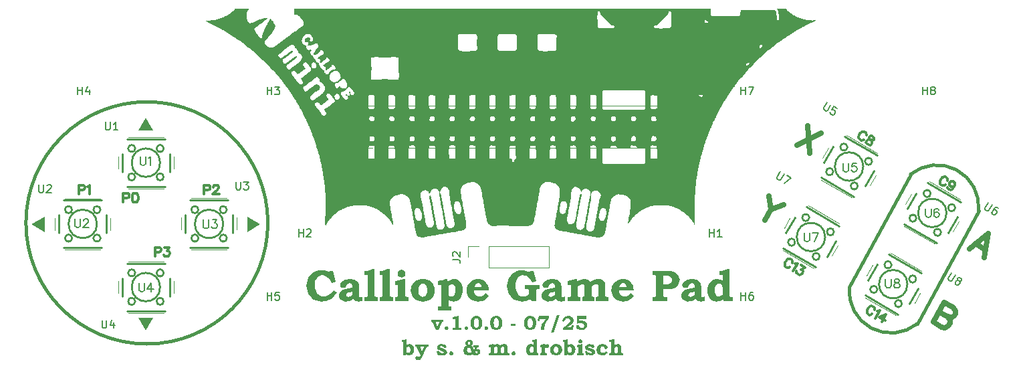
<source format=gbr>
%TF.GenerationSoftware,KiCad,Pcbnew,9.0.3*%
%TF.CreationDate,2025-07-15T10:31:37+02:00*%
%TF.ProjectId,CalliopeGamePad,43616c6c-696f-4706-9547-616d65506164,rev?*%
%TF.SameCoordinates,Original*%
%TF.FileFunction,Legend,Top*%
%TF.FilePolarity,Positive*%
%FSLAX46Y46*%
G04 Gerber Fmt 4.6, Leading zero omitted, Abs format (unit mm)*
G04 Created by KiCad (PCBNEW 9.0.3) date 2025-07-15 10:31:37*
%MOMM*%
%LPD*%
G01*
G04 APERTURE LIST*
%ADD10C,0.152400*%
%ADD11C,0.700000*%
%ADD12C,0.300000*%
%ADD13C,0.254000*%
%ADD14C,0.400000*%
%ADD15C,0.000000*%
%ADD16C,0.150000*%
%ADD17C,0.120000*%
G04 APERTURE END LIST*
D10*
X193624570Y-99205009D02*
X193469630Y-99205009D01*
X95168310Y-106255490D02*
X95272450Y-106255490D01*
D11*
X204302960Y-116935519D02*
X205367630Y-117550199D01*
D10*
X94855890Y-105165830D02*
X94855890Y-105945610D01*
D12*
X185626880Y-110360979D02*
X185437700Y-110251759D01*
D10*
X203652980Y-104614259D02*
X203706320Y-104822539D01*
D12*
X196093710Y-94940629D02*
X195979590Y-94813149D01*
D10*
X198704500Y-113181219D02*
X198808640Y-113234559D01*
X112701900Y-105709390D02*
X112806040Y-105760190D01*
X204224480Y-103938619D02*
X204069540Y-103887819D01*
D12*
X195349460Y-116435319D02*
X195213570Y-116670669D01*
X101000000Y-101933430D02*
X101000000Y-103078970D01*
D13*
X189192150Y-109931549D02*
G75*
G02*
X188297570Y-109931549I-447290J0D01*
G01*
X188297570Y-109931549D02*
G75*
G02*
X189192150Y-109931549I447290J0D01*
G01*
D10*
X197685960Y-113856859D02*
X197843440Y-113907659D01*
D12*
X105727940Y-109281620D02*
X105672060Y-109337500D01*
X195650610Y-95819849D02*
X195575550Y-95838109D01*
D11*
X189367200Y-94357289D02*
X186281710Y-95881319D01*
D12*
X106522960Y-109228280D02*
X106688060Y-109228280D01*
D10*
X203706320Y-104459319D02*
X203652980Y-104614259D01*
D12*
X102559560Y-103078970D02*
X102722120Y-103023090D01*
D10*
X197531020Y-113597779D02*
X197581820Y-113752719D01*
D12*
X111892910Y-101463540D02*
X111730350Y-101516880D01*
X184798280Y-111140839D02*
X184864930Y-111243839D01*
X195581210Y-116252359D02*
X195480400Y-116320279D01*
D10*
X112910180Y-106072610D02*
X112856840Y-106227550D01*
D12*
X101000000Y-101933430D02*
X101490220Y-101933430D01*
D13*
X106120400Y-96265220D02*
G75*
G02*
X105225820Y-96265220I-447290J0D01*
G01*
X105225820Y-96265220D02*
G75*
G02*
X106120400Y-96265220I447290J0D01*
G01*
D12*
X112908910Y-101516880D02*
X112362810Y-102062970D01*
D10*
X111111860Y-105292830D02*
X111111860Y-106072610D01*
D13*
X105673110Y-98065070D02*
G75*
G02*
X102072910Y-98065070I-1800100J0D01*
G01*
X102072910Y-98065070D02*
G75*
G02*
X105673110Y-98065070I1800100J0D01*
G01*
D12*
X204530170Y-100848359D02*
X204719350Y-100957579D01*
D10*
X204018740Y-104304379D02*
X203965400Y-104304379D01*
X104573930Y-113293810D02*
X104573930Y-114383470D01*
D12*
X196142500Y-116702549D02*
X196148720Y-116580019D01*
D10*
X199276000Y-113806059D02*
X199225200Y-113856859D01*
D12*
X112853030Y-100917440D02*
X112962250Y-100970780D01*
X205806970Y-100450469D02*
X205956150Y-100410489D01*
X195422770Y-95122259D02*
X195591500Y-95155159D01*
D10*
X111528420Y-106382490D02*
X111683360Y-106331690D01*
X198757840Y-113336159D02*
X198912780Y-113285359D01*
D12*
X184766710Y-110870379D02*
X184758300Y-110991639D01*
D14*
X119315950Y-105684050D02*
G75*
G02*
X88684050Y-105684050I-15315950J0D01*
G01*
X88684050Y-105684050D02*
G75*
G02*
X119315950Y-105684050I15315950J0D01*
G01*
D10*
X203652980Y-104355179D02*
X203652980Y-104614259D01*
D12*
X194432350Y-95242609D02*
X194554880Y-95248829D01*
D13*
X201671520Y-113948179D02*
X200524610Y-115934709D01*
D10*
X198102520Y-113856859D02*
X198206660Y-113752719D01*
X204018740Y-104977479D02*
X204173680Y-104926679D01*
D12*
X187338250Y-111349039D02*
X186836040Y-111563569D01*
D10*
X96550070Y-105269970D02*
X96600870Y-105374110D01*
D12*
X102887220Y-102423650D02*
X102831340Y-102151870D01*
X194243170Y-95133389D02*
X194432350Y-95242609D01*
D10*
X112285340Y-106331690D02*
X112234540Y-106280890D01*
D12*
X106578840Y-109936940D02*
X106413740Y-109936940D01*
D13*
X194712080Y-98552609D02*
G75*
G02*
X191111880Y-98552609I-1800100J0D01*
G01*
X191111880Y-98552609D02*
G75*
G02*
X194712080Y-98552609I1800100J0D01*
G01*
D10*
X103822210Y-98220010D02*
X103873010Y-98065070D01*
D12*
X204600750Y-100070819D02*
X204464860Y-100306179D01*
D13*
X191257550Y-107979199D02*
X190110640Y-109965729D01*
D10*
X111266800Y-106331690D02*
X111424280Y-106382490D01*
D12*
X101490220Y-101933430D02*
X101652780Y-101986770D01*
X112472030Y-101026660D02*
X112525370Y-100970780D01*
D10*
X103659530Y-114228530D02*
X103710330Y-114073590D01*
X193469630Y-98478569D02*
X193624570Y-98478569D01*
D12*
X197609220Y-117235519D02*
X196755280Y-117622389D01*
D10*
X94906690Y-106100550D02*
X95010830Y-106204690D01*
D12*
X205504640Y-101410969D02*
X205389600Y-101280039D01*
X196826120Y-116783399D02*
X196253350Y-117775469D01*
X96126900Y-101298440D02*
X96073560Y-101407660D01*
X106850620Y-109771840D02*
X106741400Y-109881060D01*
D10*
X199067720Y-113907659D02*
X198861980Y-113907659D01*
D12*
X205943830Y-101412289D02*
X205767960Y-101498479D01*
X194315940Y-94357109D02*
X194180050Y-94592469D01*
X105019280Y-108791400D02*
X105509500Y-108791400D01*
X205769280Y-101059289D02*
X205655160Y-100931829D01*
D13*
X98120420Y-107612160D02*
G75*
G02*
X97225840Y-107612160I-447290J0D01*
G01*
X97225840Y-107612160D02*
G75*
G02*
X98120420Y-107612160I447290J0D01*
G01*
D10*
X188291770Y-106941709D02*
X189020750Y-106941709D01*
D12*
X101652780Y-102479530D02*
X101490220Y-102532870D01*
X186187910Y-110872619D02*
X186412170Y-110814369D01*
D10*
X111787500Y-106227550D02*
X111838300Y-106072610D01*
X103146570Y-97285290D02*
X103146570Y-98065070D01*
D12*
X206263060Y-100966039D02*
X206125900Y-101203609D01*
D10*
X203965400Y-104304379D02*
X203810460Y-104355179D01*
X203155140Y-104926679D02*
X203259280Y-104822539D01*
D13*
X98277010Y-108812000D02*
X93468790Y-108812000D01*
X196083570Y-99059239D02*
X194936660Y-101045769D01*
D11*
X210502800Y-107029339D02*
X208125640Y-108962309D01*
X206384470Y-116876079D02*
X206367350Y-117180049D01*
D10*
X197531020Y-112817999D02*
X197531020Y-113597779D01*
D12*
X205292120Y-99965509D02*
X205102940Y-99856289D01*
D10*
X112752700Y-106331690D02*
X112597760Y-106382490D01*
D12*
X105781280Y-109009840D02*
X105781280Y-109172400D01*
D10*
X96600870Y-105374110D02*
X96600870Y-105478250D01*
X95010830Y-106204690D02*
X95168310Y-106255490D01*
X103197370Y-98220010D02*
X103301510Y-98324150D01*
D12*
X113018130Y-101354320D02*
X112908910Y-101516880D01*
D11*
X205224960Y-118884439D02*
X205041060Y-118933709D01*
D13*
X203241400Y-101965599D02*
G75*
G02*
X202346820Y-101965599I-447290J0D01*
G01*
X202346820Y-101965599D02*
G75*
G02*
X203241400Y-101965599I447290J0D01*
G01*
D10*
X96186850Y-105165830D02*
X96392590Y-105165830D01*
X112234540Y-106280890D02*
X112181200Y-106176750D01*
X198861980Y-112817999D02*
X198704500Y-112868799D01*
D12*
X96126900Y-101135880D02*
X96126900Y-101298440D01*
X206326100Y-100750189D02*
X206263060Y-100966039D01*
D13*
X98872900Y-104665100D02*
X98872900Y-106958920D01*
D12*
X196108750Y-116430819D02*
X196040830Y-116330009D01*
X105672060Y-108844740D02*
X105727940Y-108900620D01*
D10*
X102983890Y-113293810D02*
X102983890Y-114073590D01*
D12*
X187065200Y-111821989D02*
X187030100Y-111989429D01*
D10*
X96082710Y-105216630D02*
X96186850Y-105165830D01*
D12*
X105727940Y-108900620D02*
X105781280Y-109009840D01*
X206172000Y-100473509D02*
X206286120Y-100600989D01*
D13*
X100872890Y-99211960D02*
X100872890Y-96918130D01*
D10*
X187534850Y-108031369D02*
X187638990Y-108031369D01*
X95531530Y-106100550D02*
X95582330Y-105945610D01*
D12*
X102722120Y-101986770D02*
X102559560Y-101933430D01*
D10*
X193936990Y-98790989D02*
X193936990Y-98895129D01*
D12*
X195686090Y-95209769D02*
X195801130Y-95340699D01*
D10*
X103555390Y-114332670D02*
X103659530Y-114228530D01*
D13*
X106872880Y-96918130D02*
X106872880Y-99211960D01*
D11*
X206367350Y-117180049D02*
X206230190Y-117417609D01*
D12*
X205615200Y-100782629D02*
X205649340Y-100611709D01*
D10*
X204069540Y-103887819D02*
X203965400Y-103887819D01*
D12*
X206134330Y-101082349D02*
X205985130Y-101122329D01*
X111948790Y-101407660D02*
X111892910Y-101463540D01*
X185728550Y-110733529D02*
X185734780Y-110610999D01*
X95364900Y-100917440D02*
X95855120Y-100917440D01*
D10*
X96445930Y-105737330D02*
X95925230Y-106255490D01*
D12*
X204731690Y-99955779D02*
X204600750Y-100070819D01*
X194144970Y-94759929D02*
X194136560Y-94881189D01*
X204464860Y-100306179D02*
X204431970Y-100474909D01*
D11*
X184649540Y-103383169D02*
X183023880Y-104019589D01*
D12*
X106850620Y-109337500D02*
X106906500Y-109500060D01*
D10*
X187948870Y-107721489D02*
X187948870Y-106941709D01*
X203000200Y-104977479D02*
X203155140Y-104926679D01*
D14*
X201576150Y-118429219D02*
G75*
G02*
X192946774Y-113826026I-3352150J4106019D01*
G01*
D10*
X203810460Y-103938619D02*
X203706320Y-104096099D01*
X104320050Y-97440230D02*
X104477530Y-97285290D01*
D12*
X102176020Y-102151870D02*
X102122680Y-102423650D01*
X196755280Y-117622389D02*
X197465790Y-118032599D01*
D10*
X192710170Y-99154209D02*
X192814310Y-99050069D01*
D11*
X205790360Y-117635869D02*
X205367630Y-117550199D01*
D10*
X197581820Y-113752719D02*
X197685960Y-113856859D01*
X193779510Y-99154209D02*
X193624570Y-99205009D01*
X198600360Y-113701919D02*
X198600360Y-113544439D01*
X96600870Y-105478250D02*
X96550070Y-105582390D01*
X198600360Y-113544439D02*
X198653700Y-113440299D01*
D12*
X184864930Y-111243839D02*
X185054110Y-111353059D01*
X195005120Y-94250539D02*
X194815940Y-94141319D01*
D10*
X95582330Y-105945610D02*
X95582330Y-105165830D01*
X193624570Y-98478569D02*
X193779510Y-98531909D01*
D12*
X96073560Y-101407660D02*
X96017680Y-101463540D01*
D10*
X192865110Y-98895129D02*
X192865110Y-98115349D01*
D11*
X205975530Y-117584409D02*
X205790360Y-117635869D01*
X210502800Y-107029339D02*
X210015170Y-110053239D01*
D13*
X188668040Y-111272589D02*
X184504020Y-108868479D01*
D10*
X111162660Y-106227550D02*
X111266800Y-106331690D01*
D12*
X195465360Y-94830089D02*
X195456930Y-94951349D01*
X102122680Y-102588750D02*
X102176020Y-102860530D01*
X185066430Y-110351259D02*
X184935490Y-110466289D01*
X195083090Y-95492189D02*
X195089290Y-95369659D01*
D10*
X95978570Y-105424910D02*
X95978570Y-105374110D01*
D13*
X98120420Y-104012220D02*
G75*
G02*
X97225840Y-104012220I-447290J0D01*
G01*
X97225840Y-104012220D02*
G75*
G02*
X98120420Y-104012220I447290J0D01*
G01*
D12*
X195213570Y-116670669D02*
X195180680Y-116839409D01*
D13*
X97673120Y-105812070D02*
G75*
G02*
X94072920Y-105812070I-1800100J0D01*
G01*
X94072920Y-105812070D02*
G75*
G02*
X97673120Y-105812070I1800100J0D01*
G01*
D10*
X204277820Y-104822539D02*
X204328620Y-104667599D01*
D13*
X106120400Y-112012210D02*
G75*
G02*
X105225820Y-112012210I-447290J0D01*
G01*
X105225820Y-112012210D02*
G75*
G02*
X106120400Y-112012210I447290J0D01*
G01*
D10*
X193936990Y-98895129D02*
X193883650Y-99050069D01*
D12*
X196601860Y-116841639D02*
X196826120Y-116783399D01*
X205985130Y-101122329D02*
X205817670Y-101087229D01*
X105672060Y-109337500D02*
X105509500Y-109390840D01*
X205393790Y-100338049D02*
X205400010Y-100215519D01*
D10*
X187898070Y-107876429D02*
X187948870Y-107721489D01*
D12*
X195739790Y-117288329D02*
X195842780Y-117221679D01*
D13*
X93468790Y-102812020D02*
X98277010Y-102812020D01*
D12*
X195929880Y-95224399D02*
X196032880Y-95157749D01*
D10*
X199276000Y-112972939D02*
X199225200Y-112868799D01*
D12*
X112002130Y-101135880D02*
X112002130Y-101298440D01*
D15*
G36*
X118346720Y-105862840D02*
G01*
X116693180Y-106817880D01*
X116693180Y-104907800D01*
X118346720Y-105862840D01*
G37*
D12*
X195519970Y-94735499D02*
X195465360Y-94830089D01*
D10*
X203259280Y-104822539D02*
X203310080Y-104667599D01*
D13*
X100872890Y-114958880D02*
X100872890Y-112665060D01*
X102520200Y-112011950D02*
G75*
G02*
X101625620Y-112011950I-447290J0D01*
G01*
X101625620Y-112011950D02*
G75*
G02*
X102520200Y-112011950I447290J0D01*
G01*
D12*
X195751420Y-95751929D02*
X195650610Y-95819849D01*
X195591500Y-95155159D02*
X195807350Y-95218169D01*
D10*
X202738580Y-104926679D02*
X202896060Y-104977479D01*
X195990410Y-113708089D02*
X195939610Y-113657289D01*
X193261350Y-99103409D02*
X193208010Y-98999269D01*
X203706320Y-104822539D02*
X203810460Y-104926679D01*
D12*
X196479330Y-116835419D02*
X196601860Y-116841639D01*
X186698830Y-112238119D02*
X186527890Y-112203959D01*
D10*
X199225200Y-112868799D02*
X199067720Y-112817999D01*
X192814310Y-99050069D02*
X192865110Y-98895129D01*
D12*
X102450340Y-101933430D02*
X102285240Y-101986770D01*
D13*
X94520220Y-104011970D02*
G75*
G02*
X93625640Y-104011970I-447290J0D01*
G01*
X93625640Y-104011970D02*
G75*
G02*
X94520220Y-104011970I447290J0D01*
G01*
X106872880Y-112665060D02*
X106872880Y-114958880D01*
D10*
X103873010Y-98065070D02*
X103873010Y-97285290D01*
D12*
X195172270Y-116960669D02*
X195212250Y-117109869D01*
X186065380Y-110866389D02*
X186187910Y-110872619D01*
X186387120Y-112122679D02*
X186272090Y-111991739D01*
D10*
X199329340Y-113544439D02*
X199329340Y-113701919D01*
D12*
X111892910Y-100970780D02*
X111948790Y-101026660D01*
D13*
X106120400Y-115612150D02*
G75*
G02*
X105225820Y-115612150I-447290J0D01*
G01*
X105225820Y-115612150D02*
G75*
G02*
X106120400Y-115612150I447290J0D01*
G01*
D10*
X104573930Y-113293810D02*
X104053230Y-114020250D01*
D14*
X209314660Y-104151979D02*
X201576120Y-118429189D01*
D12*
X101652780Y-101986770D02*
X101708660Y-102042650D01*
D13*
X105673110Y-113812050D02*
G75*
G02*
X102072910Y-113812050I-1800100J0D01*
G01*
X102072910Y-113812050D02*
G75*
G02*
X105673110Y-113812050I1800100J0D01*
G01*
D10*
X203810460Y-104355179D02*
X203706320Y-104459319D01*
D12*
X194554880Y-95248829D02*
X194704070Y-95208849D01*
D13*
X192700400Y-96093629D02*
G75*
G02*
X191805820Y-96093629I-447290J0D01*
G01*
X191805820Y-96093629D02*
G75*
G02*
X192700400Y-96093629I447290J0D01*
G01*
D12*
X105781280Y-109172400D02*
X105727940Y-109281620D01*
X205767960Y-101498479D02*
X205599230Y-101465579D01*
D10*
X198653700Y-113806059D02*
X198600360Y-113701919D01*
X193261350Y-98582709D02*
X193312150Y-98531909D01*
D12*
X106797280Y-109281620D02*
X106850620Y-109337500D01*
D13*
X202870990Y-100624359D02*
X207035010Y-103028459D01*
D10*
X112856840Y-106227550D02*
X112752700Y-106331690D01*
D12*
X106251180Y-109881060D02*
X106195300Y-109827720D01*
D13*
X114120130Y-104012220D02*
G75*
G02*
X113225550Y-104012220I-447290J0D01*
G01*
X113225550Y-104012220D02*
G75*
G02*
X114120130Y-104012220I447290J0D01*
G01*
D12*
X185437700Y-110251759D02*
X185316440Y-110243359D01*
D10*
X112597760Y-106382490D02*
X112442820Y-106382490D01*
X203965400Y-104977479D02*
X204018740Y-104977479D01*
D13*
X206359250Y-103765959D02*
G75*
G02*
X205464670Y-103765959I-447290J0D01*
G01*
X205464670Y-103765959D02*
G75*
G02*
X206359250Y-103765959I447290J0D01*
G01*
D10*
X104215910Y-97493570D02*
X104320050Y-97440230D01*
D12*
X206286120Y-100600989D02*
X206326100Y-100750189D01*
D10*
X204328620Y-104614259D02*
X204277820Y-104459319D01*
D12*
X113018130Y-101026660D02*
X113071470Y-101135880D01*
D13*
X184914510Y-106965739D02*
X186061420Y-104979209D01*
D12*
X185167240Y-110283339D02*
X185066430Y-110351259D01*
D10*
X193883650Y-98633509D02*
X193936990Y-98790989D01*
D12*
X101762000Y-102151870D02*
X101762000Y-102314430D01*
D13*
X101468780Y-110811970D02*
X106277000Y-110811970D01*
D10*
X193779510Y-98531909D02*
X193883650Y-98633509D01*
D12*
X195106790Y-94623079D02*
X195113010Y-94500549D01*
X205676010Y-100565509D02*
X205806970Y-100450469D01*
D13*
X110519930Y-107612160D02*
G75*
G02*
X109625350Y-107612160I-447290J0D01*
G01*
X109625350Y-107612160D02*
G75*
G02*
X110519930Y-107612160I447290J0D01*
G01*
D12*
X185734780Y-110610999D02*
X185694800Y-110461799D01*
D11*
X208959490Y-108340949D02*
X210138540Y-109021669D01*
D10*
X103400450Y-114383470D02*
X103555390Y-114332670D01*
D12*
X96017680Y-100970780D02*
X96073560Y-101026660D01*
X204991070Y-100923829D02*
X205094070Y-100857179D01*
X205649340Y-100611709D02*
X205676010Y-100565509D01*
D13*
X197917990Y-109641329D02*
X202082010Y-112045439D01*
D12*
X96073560Y-101026660D02*
X96126900Y-101135880D01*
D10*
X187222430Y-107721489D02*
X187273230Y-107876429D01*
D12*
X105509500Y-109390840D02*
X105019280Y-109390840D01*
X112962250Y-100970780D02*
X113018130Y-101026660D01*
X205599230Y-101465579D02*
X205504640Y-101410969D01*
D10*
X95978570Y-105374110D02*
X96029370Y-105269970D01*
D13*
X195818250Y-97893979D02*
G75*
G02*
X194923670Y-97893979I-447290J0D01*
G01*
X194923670Y-97893979D02*
G75*
G02*
X195818250Y-97893979I447290J0D01*
G01*
D12*
X206263060Y-100966039D02*
X206134330Y-101082349D01*
X204719350Y-100957579D02*
X204841880Y-100963809D01*
X102122680Y-102423650D02*
X102122680Y-102588750D01*
D10*
X199225200Y-113181219D02*
X199276000Y-113077079D01*
D12*
X195801130Y-95340699D02*
X195841110Y-95489899D01*
X186848030Y-112198139D02*
X186698830Y-112238119D01*
X194545500Y-94172889D02*
X194444690Y-94240809D01*
D11*
X182759980Y-102292239D02*
X183023880Y-104019589D01*
D12*
X195212250Y-117109869D02*
X195278880Y-117212859D01*
X195273590Y-95162239D02*
X195422770Y-95122259D01*
D10*
X198653700Y-112972939D02*
X198653700Y-113077079D01*
X198912780Y-113285359D02*
X199121060Y-113234559D01*
D11*
X205041060Y-118933709D02*
X204618330Y-118848009D01*
D15*
G36*
X91049850Y-106817880D02*
G01*
X89396310Y-105862840D01*
X91049850Y-104907800D01*
X91049850Y-106817880D01*
G37*
D13*
X110519930Y-104011970D02*
G75*
G02*
X109625350Y-104011970I-447290J0D01*
G01*
X109625350Y-104011970D02*
G75*
G02*
X110519930Y-104011970I447290J0D01*
G01*
D10*
X112285340Y-105292830D02*
X112856840Y-105292830D01*
D12*
X196087490Y-95063159D02*
X196093710Y-94940629D01*
X102887220Y-102588750D02*
X102887220Y-102423650D01*
X185054110Y-111353059D02*
X185176640Y-111359279D01*
X204981700Y-99847879D02*
X204832500Y-99887859D01*
D10*
X197947580Y-113907659D02*
X198102520Y-113856859D01*
D12*
X101708660Y-102042650D02*
X101762000Y-102151870D01*
X96759360Y-100917440D02*
X96759360Y-102062970D01*
X194180050Y-94592469D02*
X194144970Y-94759929D01*
D10*
X193312150Y-98531909D02*
X193469630Y-98478569D01*
D15*
G36*
X175377051Y-79010960D02*
G01*
X175380601Y-79107480D01*
X175387721Y-79186730D01*
X175398381Y-79251240D01*
X175413621Y-79304580D01*
X175434451Y-79349290D01*
X175460871Y-79388400D01*
X175494401Y-79424980D01*
X175554851Y-79484920D01*
X178926951Y-79484920D01*
X179119991Y-79310680D01*
X179167241Y-78763060D01*
X183486251Y-78779310D01*
X183583281Y-78880400D01*
X183610201Y-78903770D01*
X183632051Y-78919520D01*
X183659481Y-78931710D01*
X183671161Y-78950510D01*
X183682851Y-78980480D01*
X183703681Y-79071920D01*
X183720441Y-79198410D01*
X183732631Y-79352840D01*
X183739241Y-79527600D01*
X183741271Y-79764830D01*
X183744321Y-79874050D01*
X183751941Y-79952790D01*
X183765141Y-80004610D01*
X183785971Y-80033560D01*
X183816451Y-80043720D01*
X183857601Y-80038640D01*
X183910941Y-80023400D01*
X183994251Y-79995970D01*
X184002891Y-79651040D01*
X184002381Y-79486450D01*
X183994251Y-79323380D01*
X183979011Y-79166920D01*
X183957681Y-79022640D01*
X183931261Y-78895640D01*
X183901291Y-78792010D01*
X183884521Y-78750360D01*
X183867761Y-78716830D01*
X183849981Y-78691430D01*
X183831691Y-78675680D01*
X183802741Y-78655870D01*
X183784961Y-78639100D01*
X183778861Y-78623860D01*
X183785971Y-78611670D01*
X183806291Y-78601000D01*
X183841341Y-78592370D01*
X183891131Y-78585260D01*
X183957171Y-78579670D01*
X184140561Y-78573570D01*
X184397601Y-78571540D01*
X184705451Y-78573060D01*
X184886811Y-78579160D01*
X184940151Y-78584750D01*
X184973171Y-78592880D01*
X184989931Y-78602530D01*
X185005171Y-78640120D01*
X185033111Y-78680760D01*
X185072231Y-78731050D01*
X185166721Y-78837730D01*
X185211421Y-78882440D01*
X185247491Y-78913420D01*
X185284571Y-78933240D01*
X185352641Y-78988610D01*
X185449671Y-79073950D01*
X185509111Y-79119160D01*
X185568041Y-79159300D01*
X185666081Y-79214670D01*
X185710271Y-79242610D01*
X185746851Y-79270040D01*
X185801211Y-79318810D01*
X185853021Y-79352840D01*
X185919571Y-79391450D01*
X186067401Y-79467140D01*
X186187801Y-79534710D01*
X186255871Y-79581440D01*
X186308191Y-79610910D01*
X186373721Y-79643420D01*
X186449421Y-79677460D01*
X186618071Y-79746040D01*
X186788761Y-79807500D01*
X186935571Y-79851190D01*
X186992471Y-79863890D01*
X187060541Y-79870500D01*
X187124041Y-79888280D01*
X187199221Y-79921800D01*
X187258151Y-79941620D01*
X187327241Y-79960410D01*
X187402931Y-79977680D01*
X187481161Y-79992420D01*
X187558891Y-80003590D01*
X187632551Y-80011210D01*
X187773771Y-80018320D01*
X187867751Y-80028480D01*
X187969351Y-80042710D01*
X188065361Y-80060490D01*
X188282791Y-80105190D01*
X188445851Y-80058460D01*
X188551011Y-80033060D01*
X188620101Y-80028990D01*
X188657691Y-80046770D01*
X188669381Y-80087920D01*
X188658201Y-80117890D01*
X188626701Y-80141770D01*
X188578441Y-80157010D01*
X188517481Y-80162600D01*
X188490561Y-80167170D01*
X188459571Y-80179870D01*
X188428581Y-80198660D01*
X188368131Y-80246420D01*
X188322921Y-80270800D01*
X188271101Y-80292140D01*
X188167981Y-80321090D01*
X188118701Y-80339380D01*
X188076541Y-80359190D01*
X188018121Y-80398310D01*
X187975451Y-80419140D01*
X187925661Y-80438950D01*
X187824061Y-80470950D01*
X187781391Y-80489240D01*
X187749901Y-80508540D01*
X187718911Y-80543600D01*
X187687411Y-80563920D01*
X187644741Y-80583730D01*
X187546191Y-80618270D01*
X187503011Y-80639100D01*
X187471001Y-80660940D01*
X187454751Y-80680250D01*
X187444081Y-80696500D01*
X187427821Y-80710220D01*
X187407501Y-80719360D01*
X187355691Y-80729520D01*
X187310981Y-80748320D01*
X187257641Y-80776260D01*
X187147411Y-80844840D01*
X187095081Y-80872780D01*
X187050381Y-80892080D01*
X186994501Y-80904780D01*
X186960971Y-80921040D01*
X186924401Y-80944410D01*
X186853271Y-81001810D01*
X186816191Y-81025180D01*
X186781651Y-81040930D01*
X186730851Y-81051090D01*
X186707481Y-81062770D01*
X186686141Y-81079540D01*
X186650081Y-81124240D01*
X186614521Y-81149130D01*
X186569811Y-81171990D01*
X186473291Y-81206030D01*
X186434681Y-81223300D01*
X186408771Y-81239560D01*
X186388961Y-81268510D01*
X186361531Y-81289850D01*
X186321401Y-81315760D01*
X186087211Y-81435640D01*
X185992221Y-81490000D01*
X185921601Y-81535210D01*
X185870801Y-81572800D01*
X185799681Y-81613440D01*
X185729581Y-81647480D01*
X185699611Y-81667800D01*
X185676241Y-81689640D01*
X185653891Y-81726730D01*
X185642201Y-81740950D01*
X185628991Y-81750600D01*
X185589371Y-81763300D01*
X185540601Y-81787180D01*
X185405981Y-81862870D01*
X185272381Y-81945170D01*
X185225641Y-81977680D01*
X185187541Y-82011720D01*
X185162141Y-82030000D01*
X184970121Y-82144300D01*
X184862421Y-82215930D01*
X184785211Y-82275370D01*
X184763871Y-82297210D01*
X184749141Y-82324140D01*
X184729841Y-82338870D01*
X184701391Y-82354620D01*
X184631791Y-82383060D01*
X184603341Y-82399320D01*
X184584041Y-82415580D01*
X184568801Y-82445040D01*
X184546451Y-82463840D01*
X184513941Y-82484160D01*
X184473801Y-82502950D01*
X184423001Y-82530380D01*
X184361541Y-82573560D01*
X184296511Y-82626900D01*
X184236571Y-82683800D01*
X184101951Y-82822480D01*
X183755491Y-82859060D01*
X183728061Y-82967770D01*
X183711801Y-83017560D01*
X183691481Y-83054640D01*
X183665071Y-83079020D01*
X183605121Y-83103920D01*
X183579721Y-83121700D01*
X183558901Y-83143540D01*
X183535021Y-83190780D01*
X183518261Y-83212630D01*
X183497431Y-83230410D01*
X183450181Y-83251740D01*
X183420721Y-83268000D01*
X183391261Y-83287810D01*
X183275431Y-83381280D01*
X182991461Y-83602770D01*
X182858871Y-83715550D01*
X182682601Y-83869980D01*
X181934311Y-84506500D01*
X181827121Y-84602010D01*
X181678791Y-84741710D01*
X181273401Y-85133380D01*
X180812651Y-85587020D01*
X180405741Y-85994440D01*
X180256901Y-86147340D01*
X180162921Y-86248440D01*
X179800201Y-86672620D01*
X179432921Y-87095270D01*
X179283571Y-87259860D01*
X179219561Y-87336060D01*
X178908661Y-87742970D01*
X178825351Y-87838990D01*
X178732391Y-87941600D01*
X178670921Y-88017290D01*
X178653651Y-88051330D01*
X178631301Y-88084860D01*
X178483981Y-88278910D01*
X178461621Y-88313460D01*
X178447911Y-88345460D01*
X178411841Y-88393210D01*
X178355961Y-88454170D01*
X178296021Y-88527830D01*
X178215751Y-88644670D01*
X178053191Y-88870220D01*
X177510651Y-89677940D01*
X177416671Y-89825770D01*
X177290181Y-90040150D01*
X177238361Y-90122440D01*
X177215501Y-90151400D01*
X177178921Y-90189500D01*
X177145901Y-90237760D01*
X177104761Y-90304310D01*
X177013821Y-90462800D01*
X176936611Y-90591840D01*
X176897491Y-90649750D01*
X176857361Y-90727980D01*
X176820281Y-90813830D01*
X176798941Y-90851420D01*
X176777601Y-90880890D01*
X176744081Y-90910860D01*
X176731381Y-90926610D01*
X176723251Y-90943880D01*
X176714611Y-90984010D01*
X176698861Y-91018560D01*
X176676511Y-91059700D01*
X176591171Y-91197370D01*
X176568821Y-91242080D01*
X176540881Y-91310150D01*
X176519031Y-91349770D01*
X176492621Y-91389900D01*
X176436741Y-91464580D01*
X176410831Y-91508780D01*
X176390001Y-91553990D01*
X176366631Y-91630700D01*
X176351391Y-91665750D01*
X176334121Y-91695210D01*
X176297541Y-91736870D01*
X176276721Y-91770900D01*
X176256401Y-91812560D01*
X176221341Y-91904510D01*
X176197981Y-91954290D01*
X176172581Y-91999500D01*
X176126861Y-92065040D01*
X176109081Y-92093990D01*
X176097391Y-92118380D01*
X176087231Y-92159020D01*
X176049131Y-92255030D01*
X175901811Y-92572020D01*
X175869301Y-92634500D01*
X175831201Y-92701050D01*
X175765161Y-92835160D01*
X175694551Y-92992640D01*
X175641721Y-93124720D01*
X175618861Y-93197370D01*
X175607171Y-93223280D01*
X175594981Y-93240550D01*
X175584311Y-93247150D01*
X175570601Y-93259340D01*
X175551801Y-93292360D01*
X175530461Y-93341640D01*
X175465441Y-93520460D01*
X175446141Y-93563640D01*
X175414641Y-93618500D01*
X175352661Y-93751600D01*
X175276971Y-93930920D01*
X175212461Y-94096020D01*
X175176901Y-94199650D01*
X175131681Y-94301760D01*
X175084951Y-94391170D01*
X175063101Y-94442980D01*
X175044821Y-94496320D01*
X175020941Y-94588780D01*
X175005701Y-94635520D01*
X174988431Y-94677680D01*
X174951851Y-94746260D01*
X174931531Y-94797060D01*
X174911211Y-94856500D01*
X174877181Y-94976890D01*
X174857361Y-95034800D01*
X174837551Y-95084590D01*
X174801481Y-95154690D01*
X174782181Y-95208030D01*
X174762881Y-95272550D01*
X174730361Y-95405640D01*
X174713091Y-95464570D01*
X174696841Y-95510800D01*
X174666861Y-95566680D01*
X174646041Y-95621040D01*
X174622161Y-95692670D01*
X174573391Y-95859800D01*
X174520051Y-96029470D01*
X174479921Y-96142240D01*
X174465191Y-96194060D01*
X174455031Y-96241300D01*
X174445881Y-96314460D01*
X174433181Y-96365760D01*
X174414391Y-96424180D01*
X174366641Y-96550680D01*
X174340731Y-96632970D01*
X174316851Y-96718820D01*
X174281801Y-96872750D01*
X174261991Y-96945900D01*
X174241671Y-97008380D01*
X174205091Y-97098300D01*
X174185791Y-97166370D01*
X174166991Y-97247650D01*
X174135501Y-97417830D01*
X174116701Y-97501140D01*
X174096381Y-97572770D01*
X174059301Y-97676400D01*
X174038471Y-97755140D01*
X174018151Y-97849120D01*
X173984111Y-98044700D01*
X173964301Y-98136140D01*
X173944491Y-98210820D01*
X173908421Y-98310390D01*
X173888611Y-98397260D01*
X173869811Y-98505970D01*
X173846441Y-98686310D01*
X173827651Y-98810260D01*
X173806311Y-98924560D01*
X173785481Y-99015490D01*
X173766181Y-99080520D01*
X173745351Y-99175000D01*
X173725031Y-99294890D01*
X173707251Y-99425960D01*
X173693541Y-99557530D01*
X173676261Y-99691130D01*
X173656451Y-99815590D01*
X173636641Y-99915160D01*
X173617841Y-99989330D01*
X173598031Y-100104140D01*
X173578221Y-100255520D01*
X173561461Y-100425190D01*
X173547741Y-100598420D01*
X173530471Y-100776730D01*
X173509641Y-100944370D01*
X173488811Y-101080510D01*
X173467981Y-101189730D01*
X173454271Y-101302510D01*
X173442081Y-101451860D01*
X173430901Y-101634230D01*
X173420741Y-101846070D01*
X173403981Y-102346450D01*
X173392801Y-102927600D01*
X173389241Y-103320790D01*
X173387721Y-103896360D01*
X173390261Y-104316980D01*
X173399911Y-105125710D01*
X173400931Y-105490960D01*
X173397371Y-105755120D01*
X173388231Y-105922760D01*
X173381621Y-105972040D01*
X173374001Y-105998960D01*
X173369431Y-106004550D01*
X173364351Y-106004550D01*
X173359271Y-105999470D01*
X173348101Y-105974070D01*
X173334891Y-105928350D01*
X173310501Y-105827260D01*
X173288151Y-105772900D01*
X173249041Y-105712960D01*
X173137281Y-105567160D01*
X173097651Y-105510770D01*
X173065651Y-105460480D01*
X173033141Y-105398500D01*
X172991481Y-105333990D01*
X172931031Y-105255250D01*
X172855341Y-105164820D01*
X172767451Y-105065260D01*
X172670421Y-104961120D01*
X172567301Y-104854440D01*
X172461131Y-104748770D01*
X172354961Y-104647680D01*
X172252341Y-104554210D01*
X172155821Y-104471400D01*
X172068951Y-104402820D01*
X171786001Y-104206240D01*
X171592961Y-104078730D01*
X171540121Y-104047740D01*
X171508631Y-104034530D01*
X171483231Y-104029450D01*
X171464431Y-104020820D01*
X171444621Y-104008120D01*
X171388741Y-103965440D01*
X171325751Y-103929380D01*
X171245481Y-103887720D01*
X171066671Y-103803900D01*
X170985391Y-103769860D01*
X170920871Y-103747000D01*
X170855851Y-103733800D01*
X170823341Y-103721600D01*
X170789301Y-103703820D01*
X170757301Y-103681980D01*
X170716661Y-103658610D01*
X170660271Y-103635750D01*
X170595751Y-103617460D01*
X170460121Y-103591560D01*
X170384931Y-103571240D01*
X170313301Y-103546850D01*
X170253871Y-103520940D01*
X170132961Y-103457950D01*
X168101981Y-103457950D01*
X167997331Y-103520940D01*
X167942471Y-103546340D01*
X167870841Y-103570730D01*
X167792101Y-103590030D01*
X167641731Y-103613910D01*
X167574171Y-103629660D01*
X167520321Y-103647940D01*
X167486791Y-103666740D01*
X167458341Y-103686550D01*
X167417701Y-103707380D01*
X167370461Y-103727190D01*
X167271401Y-103759200D01*
X167219081Y-103781550D01*
X167171831Y-103805930D01*
X167102741Y-103851650D01*
X167069221Y-103868920D01*
X167038231Y-103881120D01*
X166985901Y-103891280D01*
X166948821Y-103906520D01*
X166906661Y-103929380D01*
X166818771Y-103987290D01*
X166768481Y-104014210D01*
X166719201Y-104035550D01*
X166641481Y-104059430D01*
X166610491Y-104074160D01*
X166586621Y-104090920D01*
X166563761Y-104123430D01*
X166545471Y-104142740D01*
X166518541Y-104165090D01*
X166439801Y-104220460D01*
X166231021Y-104344920D01*
X166158881Y-104399270D01*
X166069981Y-104476480D01*
X165967871Y-104570460D01*
X165857641Y-104677650D01*
X165742831Y-104793480D01*
X165629041Y-104912860D01*
X165519311Y-105031730D01*
X165419231Y-105145010D01*
X165332361Y-105248140D01*
X165263281Y-105336530D01*
X165216541Y-105406630D01*
X165183011Y-105469620D01*
X165157611Y-105505690D01*
X165130181Y-105535660D01*
X165079891Y-105577320D01*
X165056521Y-105607800D01*
X165037721Y-105643870D01*
X165025021Y-105681460D01*
X164995051Y-105753600D01*
X164958481Y-105775440D01*
X164931551Y-105749530D01*
X164931041Y-105675870D01*
X164939171Y-105616440D01*
X164958481Y-105416280D01*
X164971681Y-105242040D01*
X164984891Y-105127230D01*
X165001661Y-105025630D01*
X165019941Y-104948920D01*
X165049411Y-104871710D01*
X165068201Y-104808720D01*
X165084971Y-104737090D01*
X165099701Y-104658860D01*
X165111891Y-104576560D01*
X165121041Y-104492740D01*
X165127131Y-104409430D01*
X165133231Y-104251450D01*
X165145931Y-104175760D01*
X165166761Y-104103110D01*
X165195711Y-104034530D01*
X165262261Y-103900420D01*
X165263781Y-102807710D01*
X165140851Y-102646680D01*
X165091571Y-102588260D01*
X165041281Y-102533390D01*
X164990481Y-102482590D01*
X164938661Y-102435350D01*
X164885321Y-102391150D01*
X164831481Y-102351020D01*
X164776611Y-102314440D01*
X164720731Y-102281420D01*
X164663841Y-102251450D01*
X164605921Y-102225540D01*
X164546491Y-102202680D01*
X164486041Y-102183380D01*
X164424061Y-102167630D01*
X164361071Y-102155440D01*
X164098941Y-102119370D01*
X163842911Y-102077210D01*
X163787541Y-102071110D01*
X163734201Y-102068060D01*
X163682381Y-102068570D01*
X163631071Y-102072640D01*
X163580271Y-102080260D01*
X163529981Y-102091940D01*
X163479181Y-102106670D01*
X163427361Y-102125980D01*
X163374021Y-102148840D01*
X163319161Y-102175250D01*
X163262261Y-102206240D01*
X163192161Y-102248910D01*
X163126631Y-102294630D01*
X163065161Y-102342890D01*
X163008261Y-102393690D01*
X162956961Y-102446520D01*
X162910731Y-102500370D01*
X162870601Y-102555240D01*
X162836561Y-102610610D01*
X162809641Y-102665980D01*
X162789321Y-102720840D01*
X162776111Y-102774690D01*
X162766961Y-102852420D01*
X162757311Y-102885940D01*
X162717181Y-102983480D01*
X162707531Y-103018020D01*
X162687721Y-103112510D01*
X162669431Y-103230370D01*
X162648091Y-103422900D01*
X162630821Y-103547870D01*
X162611521Y-103655560D01*
X162591201Y-103732780D01*
X162572401Y-103780020D01*
X162551571Y-103860290D01*
X162530241Y-103972560D01*
X162511441Y-104103110D01*
X162495691Y-104239260D01*
X162476901Y-104372350D01*
X162456071Y-104489180D01*
X162435241Y-104575540D01*
X162416951Y-104629390D01*
X162406791Y-104666470D01*
X162386981Y-104764520D01*
X162368181Y-104883390D01*
X162346851Y-105073380D01*
X162329581Y-105198860D01*
X162309261Y-105309600D01*
X162288941Y-105393420D01*
X162269631Y-105448800D01*
X162259981Y-105487910D01*
X162239661Y-105591040D01*
X162220861Y-105716510D01*
X162200041Y-105917680D01*
X162183271Y-106046200D01*
X162163461Y-106157460D01*
X162143651Y-106236700D01*
X162124851Y-106283950D01*
X162104021Y-106358620D01*
X162083701Y-106461750D01*
X162065921Y-106580110D01*
X162048651Y-106719810D01*
X162035441Y-106795000D01*
X162020201Y-106867130D01*
X162001411Y-106935200D01*
X161980581Y-106999720D01*
X161956701Y-107060680D01*
X161930291Y-107117580D01*
X161901331Y-107170410D01*
X161870341Y-107219180D01*
X161836311Y-107264390D01*
X161800241Y-107304520D01*
X161761121Y-107341100D01*
X161720481Y-107373100D01*
X161677301Y-107400530D01*
X161632091Y-107423390D01*
X161464961Y-107487400D01*
X161415181Y-107510260D01*
X161351681Y-107546840D01*
X161321701Y-107558520D01*
X161287671Y-107565120D01*
X161247541Y-107566140D01*
X161198771Y-107561570D01*
X161138821Y-107550900D01*
X160925461Y-107500610D01*
X160810151Y-107477750D01*
X160685181Y-107456410D01*
X160566311Y-107440660D01*
X160411881Y-107424410D01*
X160310281Y-107408660D01*
X160220871Y-107391390D01*
X160124351Y-107364970D01*
X160030371Y-107343640D01*
X159906421Y-107320270D01*
X159767221Y-107297920D01*
X159627011Y-107278610D01*
X159497481Y-107258290D01*
X159391301Y-107238480D01*
X159321711Y-107221720D01*
X159286151Y-107209020D01*
X159214011Y-107192250D01*
X159103781Y-107172950D01*
X158969161Y-107152630D01*
X158823361Y-107133320D01*
X158678071Y-107110970D01*
X158549551Y-107087100D01*
X158452521Y-107065250D01*
X158391051Y-107046960D01*
X158307231Y-107028680D01*
X158202081Y-107011400D01*
X158088281Y-106997690D01*
X157922681Y-106981430D01*
X157821081Y-106966700D01*
X157739291Y-106949940D01*
X157665121Y-106924540D01*
X157629051Y-106914380D01*
X157526441Y-106892020D01*
X157393851Y-106868660D01*
X157031641Y-106816330D01*
X156915311Y-106796010D01*
X156837081Y-106778740D01*
X156766471Y-106757910D01*
X156681121Y-106740130D01*
X156571401Y-106721340D01*
X156371751Y-106691360D01*
X156297581Y-106676120D01*
X156226971Y-106658340D01*
X156159921Y-106638020D01*
X156096421Y-106614660D01*
X156036981Y-106588750D01*
X155981101Y-106560300D01*
X155929281Y-106529310D01*
X155881021Y-106495780D01*
X155836831Y-106460220D01*
X155796701Y-106422120D01*
X155760631Y-106381480D01*
X155728621Y-106338810D01*
X155700681Y-106294110D01*
X155676811Y-106247370D01*
X155657001Y-106198600D01*
X155641761Y-106147800D01*
X155631091Y-106094970D01*
X155624481Y-106040620D01*
X155622451Y-105984230D01*
X155624991Y-105926320D01*
X155631601Y-105866370D01*
X155643281Y-105805410D01*
X155672241Y-105684000D01*
X155685441Y-105600690D01*
X155697131Y-105503660D01*
X155710841Y-105352280D01*
X155719591Y-105281660D01*
X157203351Y-105281660D01*
X157204871Y-105325860D01*
X157210971Y-105373610D01*
X157221131Y-105425430D01*
X157235861Y-105480800D01*
X157255161Y-105540740D01*
X157279041Y-105604750D01*
X157301901Y-105655550D01*
X157328821Y-105700760D01*
X157358801Y-105740390D01*
X157392321Y-105774420D01*
X157427881Y-105802870D01*
X157465981Y-105826240D01*
X157506121Y-105844530D01*
X157547771Y-105857740D01*
X157591461Y-105866370D01*
X157635661Y-105869930D01*
X157680361Y-105868910D01*
X157726081Y-105863320D01*
X157771291Y-105853670D01*
X157817011Y-105839450D01*
X157861721Y-105820650D01*
X157905401Y-105798300D01*
X157948081Y-105771880D01*
X157989221Y-105741400D01*
X158028851Y-105707370D01*
X158065931Y-105669770D01*
X158100481Y-105628630D01*
X158132481Y-105583920D01*
X158160931Y-105536170D01*
X158186331Y-105485370D01*
X158207661Y-105431520D01*
X158225441Y-105374630D01*
X158238141Y-105315190D01*
X158257961Y-105157200D01*
X158274211Y-105069320D01*
X158291991Y-104998710D01*
X158319931Y-104935210D01*
X158339741Y-104863070D01*
X158359051Y-104757410D01*
X158375811Y-104627870D01*
X158398671Y-104416540D01*
X158419501Y-104282440D01*
X158442871Y-104169660D01*
X158455061Y-104125460D01*
X158478431Y-104057900D01*
X158490111Y-104015740D01*
X158500781Y-103965950D01*
X158520591Y-103850130D01*
X158536341Y-103719570D01*
X158547011Y-103582410D01*
X158560721Y-103459980D01*
X158578001Y-103363460D01*
X158597301Y-103297420D01*
X158618131Y-103256280D01*
X158628291Y-103225800D01*
X158638451Y-103185660D01*
X158657751Y-103081020D01*
X158675021Y-102950460D01*
X158688741Y-102808730D01*
X158705001Y-102678680D01*
X158723791Y-102568950D01*
X158742591Y-102492750D01*
X158769001Y-102428240D01*
X158789321Y-102365750D01*
X158809641Y-102292090D01*
X158862481Y-102034540D01*
X159035191Y-102009640D01*
X159035191Y-102153410D01*
X159031641Y-102215890D01*
X159021991Y-102280410D01*
X159007761Y-102338830D01*
X158980331Y-102407410D01*
X158959001Y-102486150D01*
X158938171Y-102595370D01*
X158919371Y-102721860D01*
X158904641Y-102852920D01*
X158886861Y-102980430D01*
X158866541Y-103091680D01*
X158846221Y-103173470D01*
X158827931Y-103224270D01*
X158818281Y-103261360D01*
X158798471Y-103362960D01*
X158779671Y-103489450D01*
X158748681Y-103764280D01*
X158729381Y-103887210D01*
X158708551Y-103983730D01*
X158697881Y-104017770D01*
X158666901Y-104099560D01*
X158655721Y-104144260D01*
X158633881Y-104255510D01*
X158613561Y-104386060D01*
X158597301Y-104521700D01*
X158578501Y-104649710D01*
X158558691Y-104756900D01*
X158540401Y-104830050D01*
X158524151Y-104870180D01*
X158506371Y-104943840D01*
X158488081Y-105051540D01*
X158471821Y-105180060D01*
X158457601Y-105317730D01*
X158439311Y-105457430D01*
X158418481Y-105584940D01*
X158397151Y-105685520D01*
X158370731Y-105777470D01*
X158358541Y-105832840D01*
X158350921Y-105887710D01*
X158346861Y-105941050D01*
X158347361Y-105992860D01*
X158351431Y-106043660D01*
X158359051Y-106092430D01*
X158369721Y-106139170D01*
X158383941Y-106184380D01*
X158401211Y-106227560D01*
X158421021Y-106268710D01*
X158443881Y-106307820D01*
X158468781Y-106344400D01*
X158496721Y-106378940D01*
X158526181Y-106410440D01*
X158557671Y-106439400D01*
X158590691Y-106465810D01*
X158625751Y-106489180D01*
X158661821Y-106510010D01*
X158699411Y-106527280D01*
X158738011Y-106541500D01*
X158777131Y-106552170D01*
X158817261Y-106559790D01*
X158857901Y-106563860D01*
X158898541Y-106563860D01*
X158939691Y-106560300D01*
X158980331Y-106553190D01*
X159020971Y-106541500D01*
X159061101Y-106526260D01*
X159100731Y-106506450D01*
X159139341Y-106482580D01*
X159177441Y-106454130D01*
X159214011Y-106421110D01*
X159249571Y-106383520D01*
X159283101Y-106340840D01*
X159315101Y-106293600D01*
X159346091Y-106239750D01*
X159642761Y-106239750D01*
X159644291Y-106300710D01*
X159651911Y-106399770D01*
X159659021Y-106434320D01*
X159676801Y-106486130D01*
X159698641Y-106532870D01*
X159724551Y-106575540D01*
X159754521Y-106613640D01*
X159787541Y-106647670D01*
X159823611Y-106677650D01*
X159862221Y-106703550D01*
X159903371Y-106724890D01*
X159946551Y-106742670D01*
X159990741Y-106755880D01*
X160036461Y-106765020D01*
X160082691Y-106770610D01*
X160129941Y-106771630D01*
X160176671Y-106769090D01*
X160223411Y-106762480D01*
X160269131Y-106752320D01*
X160314341Y-106738100D01*
X160357521Y-106720320D01*
X160399171Y-106698480D01*
X160438801Y-106673080D01*
X160475881Y-106643610D01*
X160509921Y-106611100D01*
X160540911Y-106574520D01*
X160568341Y-106534900D01*
X160591711Y-106491210D01*
X160610501Y-106444480D01*
X160624731Y-106393680D01*
X160645561Y-106261090D01*
X160663341Y-106171680D01*
X160684671Y-106083800D01*
X160729881Y-105924790D01*
X160751731Y-105819130D01*
X160769511Y-105704830D01*
X160786781Y-105540740D01*
X160802531Y-105424410D01*
X160822851Y-105309100D01*
X160845201Y-105208000D01*
X160868571Y-105126720D01*
X160890921Y-105026140D01*
X160905881Y-104941810D01*
X161216551Y-104941810D01*
X161221121Y-105004800D01*
X161237881Y-105071350D01*
X161266841Y-105138920D01*
X161306971Y-105207500D01*
X161358281Y-105275060D01*
X161420761Y-105341100D01*
X161540651Y-105455400D01*
X161665111Y-105439140D01*
X161705241Y-105430510D01*
X161743851Y-105415270D01*
X161781951Y-105393930D01*
X161818531Y-105366500D01*
X161854091Y-105333990D01*
X161888121Y-105296400D01*
X161920641Y-105254230D01*
X161951621Y-105208000D01*
X161981091Y-105158220D01*
X162009031Y-105104880D01*
X162034941Y-105048490D01*
X162081161Y-104928100D01*
X162118761Y-104800590D01*
X162148221Y-104669020D01*
X162167521Y-104536940D01*
X162176671Y-104406380D01*
X162177181Y-104343400D01*
X162174641Y-104281930D01*
X162169561Y-104222490D01*
X162160921Y-104165600D01*
X162149741Y-104111750D01*
X162135011Y-104060950D01*
X162117231Y-104014210D01*
X162095901Y-103971540D01*
X162071511Y-103932930D01*
X162043061Y-103899910D01*
X162011571Y-103871460D01*
X161970421Y-103843520D01*
X161929781Y-103820660D01*
X161889651Y-103803390D01*
X161849521Y-103791200D01*
X161809891Y-103784090D01*
X161770781Y-103782060D01*
X161732681Y-103784600D01*
X161695591Y-103792220D01*
X161659021Y-103804410D01*
X161623461Y-103821170D01*
X161589421Y-103842510D01*
X161556401Y-103867910D01*
X161524901Y-103897880D01*
X161494931Y-103931920D01*
X161466991Y-103970020D01*
X161440071Y-104012180D01*
X161415681Y-104057900D01*
X161392821Y-104107680D01*
X161372501Y-104161020D01*
X161354221Y-104217920D01*
X161337961Y-104278370D01*
X161324241Y-104342380D01*
X161313581Y-104409430D01*
X161291731Y-104597390D01*
X161276491Y-104702040D01*
X161260741Y-104782300D01*
X161246521Y-104827510D01*
X161225181Y-104881870D01*
X161216551Y-104941810D01*
X160905881Y-104941810D01*
X160925971Y-104795510D01*
X160935621Y-104688320D01*
X160950861Y-104574530D01*
X160970681Y-104462770D01*
X160993031Y-104366260D01*
X161015891Y-104289550D01*
X161038751Y-104193030D01*
X161059071Y-104081270D01*
X161074821Y-103966970D01*
X161085481Y-103860800D01*
X161101231Y-103749540D01*
X161121041Y-103641850D01*
X161143401Y-103551930D01*
X161165751Y-103481830D01*
X161187591Y-103386830D01*
X161207401Y-103271520D01*
X161223151Y-103149090D01*
X161234841Y-103008370D01*
X161253631Y-102870700D01*
X161267861Y-102807200D01*
X161285641Y-102743200D01*
X161307991Y-102675630D01*
X161335931Y-102600450D01*
X161492391Y-102220970D01*
X161436511Y-102058920D01*
X161408061Y-101986280D01*
X161375041Y-101920240D01*
X161336941Y-101859280D01*
X161293761Y-101803400D01*
X161245001Y-101753100D01*
X161190131Y-101707380D01*
X161129681Y-101666240D01*
X161062621Y-101629150D01*
X161013861Y-101608320D01*
X160963561Y-101593080D01*
X160911241Y-101583430D01*
X160857901Y-101579370D01*
X160804051Y-101579880D01*
X160750201Y-101584960D01*
X160696861Y-101595120D01*
X160644031Y-101609340D01*
X160593231Y-101627120D01*
X160543451Y-101649470D01*
X160496711Y-101674870D01*
X160452511Y-101703830D01*
X160411371Y-101735830D01*
X160374281Y-101770880D01*
X160341771Y-101807970D01*
X160313321Y-101848100D01*
X160290461Y-101890260D01*
X160273701Y-101933950D01*
X160262521Y-101979670D01*
X160258461Y-102026410D01*
X160246271Y-102598420D01*
X160240681Y-102732020D01*
X160234081Y-102825490D01*
X160224931Y-102888990D01*
X160213251Y-102931660D01*
X160198011Y-102963160D01*
X160175661Y-103001260D01*
X160152291Y-103069840D01*
X160132481Y-103168900D01*
X160114691Y-103298440D01*
X160100471Y-103441190D01*
X160083201Y-103570220D01*
X160063391Y-103683500D01*
X160043071Y-103767320D01*
X160023761Y-103820660D01*
X160002941Y-103908040D01*
X159983121Y-104027930D01*
X159965851Y-104165090D01*
X159951631Y-104310380D01*
X159934351Y-104446510D01*
X159914541Y-104558270D01*
X159893721Y-104636500D01*
X159872891Y-104683750D01*
X159852061Y-104759950D01*
X159831741Y-104867140D01*
X159813961Y-104992610D01*
X159800241Y-105123680D01*
X159782971Y-105251690D01*
X159762141Y-105364470D01*
X159740811Y-105448290D01*
X159718961Y-105507720D01*
X159707281Y-105550900D01*
X159685941Y-105663680D01*
X159668161Y-105800330D01*
X159653941Y-105950190D01*
X159645301Y-106100560D01*
X159642761Y-106239750D01*
X159346091Y-106239750D01*
X159378101Y-106169140D01*
X159392831Y-106123930D01*
X159405021Y-106073130D01*
X159426861Y-105946130D01*
X159452261Y-105749530D01*
X159471571Y-105643360D01*
X159491381Y-105559540D01*
X159518301Y-105488420D01*
X159537101Y-105413740D01*
X159555901Y-105306560D01*
X159572151Y-105179050D01*
X159585361Y-105042900D01*
X159602631Y-104912860D01*
X159622441Y-104802620D01*
X159643271Y-104724390D01*
X159663591Y-104676640D01*
X159683911Y-104597390D01*
X159703221Y-104486140D01*
X159719981Y-104351020D01*
X159733191Y-104202680D01*
X159749951Y-104066030D01*
X159769761Y-103953250D01*
X159791101Y-103872480D01*
X159812441Y-103821680D01*
X159833771Y-103741420D01*
X159854091Y-103630160D01*
X159871361Y-103499610D01*
X159885081Y-103362960D01*
X159902351Y-103234430D01*
X159922161Y-103124200D01*
X159941981Y-103045460D01*
X159970931Y-102968750D01*
X159990741Y-102882900D01*
X160008521Y-102776720D01*
X160037991Y-102526280D01*
X160055771Y-102431280D01*
X160078121Y-102367780D01*
X160107581Y-102326640D01*
X160137561Y-102289040D01*
X160160921Y-102242820D01*
X160178701Y-102189480D01*
X160190391Y-102129530D01*
X160196481Y-102065520D01*
X160196481Y-101998980D01*
X160190901Y-101930900D01*
X160179721Y-101862830D01*
X160162451Y-101796280D01*
X160140101Y-101733290D01*
X160112161Y-101674870D01*
X160078631Y-101622550D01*
X160040531Y-101576830D01*
X159998871Y-101535170D01*
X159954171Y-101498600D01*
X159906921Y-101466590D01*
X159857141Y-101439160D01*
X159805831Y-101416300D01*
X159752491Y-101398010D01*
X159698641Y-101383790D01*
X159644291Y-101374640D01*
X159589421Y-101369560D01*
X159535071Y-101368550D01*
X159481221Y-101372610D01*
X159428391Y-101380230D01*
X159377081Y-101392420D01*
X159327801Y-101408680D01*
X159281071Y-101429000D01*
X159236361Y-101453380D01*
X159195721Y-101481830D01*
X159158131Y-101514340D01*
X159124601Y-101550410D01*
X159095651Y-101591050D01*
X159071261Y-101634740D01*
X159052471Y-101683000D01*
X159039261Y-101734310D01*
X159013351Y-101866900D01*
X158991001Y-101744470D01*
X158979821Y-101697730D01*
X158963061Y-101649470D01*
X158940711Y-101600700D01*
X158914291Y-101550920D01*
X158882801Y-101501640D01*
X158848251Y-101453380D01*
X158810151Y-101406140D01*
X158769001Y-101360930D01*
X158725821Y-101318760D01*
X158680611Y-101279650D01*
X158633881Y-101244600D01*
X158586121Y-101213610D01*
X158530241Y-101183640D01*
X158474871Y-101159250D01*
X158420011Y-101140960D01*
X158366161Y-101128770D01*
X158313331Y-101121660D01*
X158261001Y-101121150D01*
X158210201Y-101125720D01*
X158160931Y-101136390D01*
X158113181Y-101152650D01*
X158066441Y-101174490D01*
X158021741Y-101201920D01*
X157979061Y-101234940D01*
X157937921Y-101273550D01*
X157898801Y-101317240D01*
X157861721Y-101367020D01*
X157827171Y-101421890D01*
X157757581Y-101542790D01*
X157736241Y-102083300D01*
X157723031Y-102269740D01*
X157705761Y-102431280D01*
X157685951Y-102557270D01*
X157664101Y-102645660D01*
X157640231Y-102757420D01*
X157615841Y-102892040D01*
X157594001Y-103033260D01*
X157575711Y-103168900D01*
X157554381Y-103304030D01*
X157531521Y-103427470D01*
X157510181Y-103524500D01*
X157491891Y-103591560D01*
X157471061Y-103684520D01*
X157449221Y-103800850D01*
X157429411Y-103926840D01*
X157404521Y-104108700D01*
X157386741Y-104217920D01*
X157369971Y-104304280D01*
X157342541Y-104410950D01*
X157324251Y-104506960D01*
X157303931Y-104630410D01*
X157274981Y-104838690D01*
X157236371Y-105092690D01*
X157206401Y-105241530D01*
X157203351Y-105281660D01*
X155719591Y-105281660D01*
X155735231Y-105180570D01*
X155757581Y-105068810D01*
X155805841Y-104880340D01*
X155830221Y-104762490D01*
X155851051Y-104637010D01*
X155879501Y-104406380D01*
X155897791Y-104296660D01*
X155918111Y-104201160D01*
X155957731Y-104066540D01*
X155967941Y-104018780D01*
X155976747Y-103964430D01*
X156230021Y-103964430D01*
X156230021Y-104018780D01*
X156233071Y-104072120D01*
X156239161Y-104123940D01*
X156248311Y-104173720D01*
X156259991Y-104221480D01*
X156274721Y-104267700D01*
X156292001Y-104310880D01*
X156311811Y-104351520D01*
X156334161Y-104389620D01*
X156359051Y-104424160D01*
X156385471Y-104455660D01*
X156414421Y-104483600D01*
X156444901Y-104507980D01*
X156477421Y-104528300D01*
X156511961Y-104544560D01*
X156547521Y-104556240D01*
X156584601Y-104563350D01*
X156623211Y-104565380D01*
X156663341Y-104562840D01*
X156703981Y-104554720D01*
X156746151Y-104541000D01*
X156788821Y-104521700D01*
X156843181Y-104490200D01*
X156891441Y-104454640D01*
X156934111Y-104415020D01*
X156970181Y-104371840D01*
X157000151Y-104325110D01*
X157023521Y-104274820D01*
X157040791Y-104220970D01*
X157062631Y-104096000D01*
X157079901Y-104017770D01*
X157100221Y-103939540D01*
X157145441Y-103802380D01*
X157164231Y-103735830D01*
X157179471Y-103670800D01*
X157191161Y-103607300D01*
X157199281Y-103546340D01*
X157203351Y-103486910D01*
X157203861Y-103430010D01*
X157200811Y-103375150D01*
X157193701Y-103322320D01*
X157183031Y-103272530D01*
X157168801Y-103224780D01*
X157150521Y-103179570D01*
X157128671Y-103136900D01*
X157103271Y-103097270D01*
X157074321Y-103060190D01*
X157041801Y-103026150D01*
X156992531Y-102985510D01*
X156941731Y-102954020D01*
X156889401Y-102931160D01*
X156837081Y-102917440D01*
X156784761Y-102911850D01*
X156732431Y-102914390D01*
X156682141Y-102924550D01*
X156633371Y-102942840D01*
X156586641Y-102968240D01*
X156542951Y-103000750D01*
X156502821Y-103039870D01*
X156467261Y-103085590D01*
X156435761Y-103137910D01*
X156409851Y-103195820D01*
X156389531Y-103259830D01*
X156362101Y-103411220D01*
X156344321Y-103494020D01*
X156325021Y-103567170D01*
X156283871Y-103679440D01*
X156265581Y-103737350D01*
X156251361Y-103794760D01*
X156240691Y-103852160D01*
X156233581Y-103908550D01*
X156230021Y-103964430D01*
X155976747Y-103964430D01*
X155993291Y-103862320D01*
X156017171Y-103635240D01*
X156035961Y-103514850D01*
X156058321Y-103404100D01*
X156106071Y-103229350D01*
X156129941Y-103117080D01*
X156150771Y-102994150D01*
X156172111Y-102817360D01*
X156189891Y-102695950D01*
X156211221Y-102578600D01*
X156234081Y-102479540D01*
X156254911Y-102409440D01*
X156271171Y-102340350D01*
X156282851Y-102259070D01*
X156290981Y-102160010D01*
X156296571Y-102037080D01*
X156299111Y-101883150D01*
X156301651Y-101307080D01*
X156208681Y-101175510D01*
X156187351Y-101138930D01*
X156172621Y-101108450D01*
X156167541Y-101088640D01*
X156157881Y-101066800D01*
X156132481Y-101031240D01*
X156095911Y-100987550D01*
X156008531Y-100895600D01*
X155966881Y-100857500D01*
X155933351Y-100830580D01*
X155895761Y-100814830D01*
X155831751Y-100776220D01*
X155792631Y-100747770D01*
X155744371Y-100718310D01*
X155685951Y-100690880D01*
X155623981Y-100669540D01*
X155502061Y-100645660D01*
X155425351Y-100628390D01*
X155345081Y-100607560D01*
X155209961Y-100567430D01*
X155144931Y-100551180D01*
X155077881Y-100537460D01*
X154939701Y-100517140D01*
X154802031Y-100505460D01*
X154671481Y-100502920D01*
X154554641Y-100510030D01*
X154503331Y-100517140D01*
X154458121Y-100526280D01*
X154419511Y-100537970D01*
X154388521Y-100552190D01*
X154312831Y-100609090D01*
X154239171Y-100652780D01*
X154168051Y-100697990D01*
X154128421Y-100728980D01*
X154045621Y-100801620D01*
X153965361Y-100883410D01*
X153928781Y-100925570D01*
X153905921Y-100959100D01*
X153881541Y-101003800D01*
X153857151Y-101058670D01*
X153832771Y-101121660D01*
X153808891Y-101191760D01*
X153763681Y-101346700D01*
X153743871Y-101428490D01*
X153710851Y-101593080D01*
X153698661Y-101672840D01*
X153683421Y-101810510D01*
X153667161Y-101930900D01*
X153648361Y-102038600D01*
X153628551Y-102119880D01*
X153609251Y-102173730D01*
X153599091Y-102211830D01*
X153577751Y-102312410D01*
X153557431Y-102434840D01*
X153533051Y-102631440D01*
X153514251Y-102758940D01*
X153494441Y-102870200D01*
X153474631Y-102952490D01*
X153447201Y-103040380D01*
X153427381Y-103137400D01*
X153408081Y-103256780D01*
X153376081Y-103514340D01*
X153356261Y-103639820D01*
X153334931Y-103746500D01*
X153304961Y-103851140D01*
X153285141Y-103941570D01*
X153265331Y-104056880D01*
X153248571Y-104183880D01*
X153235871Y-104309870D01*
X153219101Y-104433300D01*
X153199291Y-104543540D01*
X153178971Y-104626850D01*
X153149001Y-104718290D01*
X153128171Y-104814810D01*
X153108361Y-104930640D01*
X153075851Y-105183110D01*
X153054511Y-105297920D01*
X153029621Y-105391900D01*
X153015901Y-105430000D01*
X152978311Y-105509250D01*
X152959011Y-105554970D01*
X152945801Y-105592560D01*
X152935641Y-105638790D01*
X152919381Y-105666220D01*
X152893981Y-105698730D01*
X152861471Y-105734800D01*
X152777651Y-105814050D01*
X152679611Y-105894310D01*
X152628301Y-105931400D01*
X152528221Y-105994900D01*
X152482001Y-106018770D01*
X152307751Y-106100050D01*
X151465491Y-106063980D01*
X151201841Y-106060940D01*
X151108871Y-106062970D01*
X151049441Y-106067540D01*
X151007781Y-106077700D01*
X150968661Y-106083290D01*
X150860971Y-106092430D01*
X150722281Y-106097510D01*
X150563281Y-106099540D01*
X150396151Y-106098020D01*
X150231561Y-106093450D01*
X150080181Y-106085830D01*
X149954201Y-106075670D01*
X149863261Y-106062970D01*
X149835321Y-106055860D01*
X149820081Y-106047730D01*
X149796721Y-106030460D01*
X149772841Y-106021820D01*
X149738301Y-106015720D01*
X149688511Y-106012170D01*
X149619421Y-106010640D01*
X149526971Y-106012170D01*
X149257221Y-106022330D01*
X148845741Y-106043660D01*
X147778431Y-106103610D01*
X147525451Y-105985240D01*
X147468041Y-105953750D01*
X147414701Y-105920730D01*
X147364921Y-105886180D01*
X147319201Y-105849610D01*
X147276531Y-105811000D01*
X147237921Y-105770360D01*
X147202361Y-105727180D01*
X147170361Y-105681970D01*
X147141401Y-105633710D01*
X147116001Y-105583420D01*
X147093141Y-105530080D01*
X147073331Y-105473690D01*
X147056061Y-105413740D01*
X147041831Y-105351260D01*
X147012371Y-105183110D01*
X146970711Y-104987020D01*
X146942771Y-104884410D01*
X146922451Y-104792460D01*
X146901621Y-104676640D01*
X146882831Y-104551670D01*
X146867081Y-104428730D01*
X146848791Y-104309360D01*
X146828981Y-104205220D01*
X146810181Y-104128000D01*
X146793421Y-104078730D01*
X146774621Y-103997450D01*
X146754301Y-103885690D01*
X146735511Y-103757160D01*
X146719251Y-103624580D01*
X146700461Y-103494020D01*
X146680141Y-103379210D01*
X146660831Y-103293870D01*
X146643561Y-103239510D01*
X146624761Y-103156200D01*
X146604951Y-103044440D01*
X146586161Y-102918460D01*
X146570411Y-102790440D01*
X146551611Y-102664960D01*
X146530281Y-102554220D01*
X146509961Y-102471920D01*
X146484561Y-102398260D01*
X146470841Y-102343910D01*
X146461701Y-102288540D01*
X146456621Y-102200650D01*
X146445441Y-102092960D01*
X146426641Y-101959860D01*
X146403281Y-101817620D01*
X146377881Y-101685540D01*
X146353491Y-101579880D01*
X146328601Y-101496060D01*
X146264081Y-101230880D01*
X146239701Y-101161280D01*
X146211761Y-101097780D01*
X146183311Y-101048510D01*
X146141151Y-100992120D01*
X146089841Y-100930650D01*
X145977061Y-100808220D01*
X145874961Y-100712210D01*
X145837361Y-100683760D01*
X145814501Y-100673600D01*
X145789611Y-100667510D01*
X145693601Y-100626360D01*
X145588951Y-100575560D01*
X145537641Y-100558290D01*
X145481761Y-100544060D01*
X145421821Y-100533400D01*
X145358321Y-100525780D01*
X145292281Y-100521710D01*
X145224721Y-100521200D01*
X145155631Y-100523740D01*
X145086541Y-100529840D01*
X145017451Y-100539490D01*
X144949891Y-100552700D01*
X144813741Y-100588260D01*
X144637471Y-100627380D01*
X144495741Y-100656330D01*
X144437321Y-100674110D01*
X144379401Y-100696460D01*
X144321491Y-100723390D01*
X144264601Y-100753870D01*
X144208721Y-100788410D01*
X144154871Y-100826000D01*
X144103561Y-100866140D01*
X144054281Y-100909320D01*
X144008561Y-100954020D01*
X143966401Y-101000760D01*
X143927791Y-101049020D01*
X143894261Y-101098290D01*
X143865311Y-101148080D01*
X143841431Y-101197860D01*
X143807401Y-101298440D01*
X143767771Y-101391920D01*
X143749481Y-101423920D01*
X143732721Y-101463540D01*
X143721041Y-101520950D01*
X143713921Y-101591050D01*
X143711381Y-101669280D01*
X143713921Y-101749040D01*
X143721541Y-101826260D01*
X143733231Y-101894330D01*
X143759141Y-101974590D01*
X143779461Y-102059940D01*
X143800281Y-102177280D01*
X143820101Y-102312410D01*
X143836861Y-102452620D01*
X143856671Y-102586220D01*
X143878011Y-102701030D01*
X143898331Y-102782310D01*
X143925761Y-102864610D01*
X143946081Y-102962140D01*
X143965381Y-103084570D01*
X143989261Y-103286250D01*
X144007041Y-103418330D01*
X144026851Y-103532630D01*
X144046161Y-103616450D01*
X144063941Y-103667760D01*
X144083241Y-103747510D01*
X144103051Y-103855210D01*
X144120321Y-103977640D01*
X144135061Y-104103110D01*
X144152841Y-104229100D01*
X144172651Y-104342380D01*
X144192461Y-104430260D01*
X144210751Y-104490200D01*
X144231071Y-104579100D01*
X144251391Y-104694420D01*
X144270181Y-104822430D01*
X144285931Y-104950960D01*
X144305241Y-105076940D01*
X144327081Y-105188700D01*
X144348921Y-105272520D01*
X144370261Y-105330430D01*
X144380421Y-105370560D01*
X144397691Y-105478770D01*
X144404301Y-105547860D01*
X144415471Y-105716000D01*
X144434271Y-106229080D01*
X144276791Y-106413490D01*
X144232081Y-106459720D01*
X144186871Y-106500860D01*
X144140141Y-106536930D01*
X144091881Y-106568430D01*
X144041081Y-106595860D01*
X143986211Y-106619740D01*
X143926781Y-106640560D01*
X143861751Y-106658850D01*
X143790121Y-106674600D01*
X143710881Y-106688320D01*
X143557461Y-106709650D01*
X143427411Y-106730990D01*
X143312601Y-106753850D01*
X143226751Y-106775690D01*
X143137341Y-106803630D01*
X143046921Y-106821410D01*
X142939221Y-106836650D01*
X142769551Y-106852400D01*
X142642551Y-106867640D01*
X142513521Y-106887960D01*
X142398711Y-106910310D01*
X142303211Y-106933680D01*
X142183831Y-106958570D01*
X142047681Y-106981940D01*
X141911031Y-107001240D01*
X141729171Y-107023090D01*
X141624011Y-107039340D01*
X141543751Y-107055090D01*
X141480761Y-107074900D01*
X141401001Y-107092180D01*
X141278571Y-107113000D01*
X141128201Y-107134340D01*
X140966151Y-107154660D01*
X140815791Y-107176000D01*
X140693861Y-107195810D01*
X140615121Y-107212570D01*
X140579561Y-107225270D01*
X140511491Y-107241530D01*
X140408371Y-107260320D01*
X140282381Y-107280140D01*
X140147771Y-107298420D01*
X140020771Y-107318740D01*
X139915101Y-107338560D01*
X139843981Y-107356340D01*
X139781501Y-107378180D01*
X139706821Y-107394440D01*
X139610811Y-107410180D01*
X139448251Y-107430500D01*
X139323791Y-107449810D01*
X139196791Y-107473680D01*
X139082491Y-107499080D01*
X138825951Y-107571220D01*
X138481521Y-107447780D01*
X138394661Y-107411710D01*
X138329121Y-107380210D01*
X138293561Y-107357350D01*
X138249881Y-107309090D01*
X138209241Y-107254740D01*
X138172661Y-107194280D01*
X138139131Y-107127740D01*
X138110181Y-107056110D01*
X138085281Y-106978890D01*
X138063951Y-106897100D01*
X138028901Y-106710160D01*
X138008581Y-106622280D01*
X137989271Y-106556240D01*
X137973021Y-106521180D01*
X137957781Y-106481560D01*
X137941521Y-106403840D01*
X137926281Y-106299190D01*
X137902401Y-106060430D01*
X137881581Y-105879070D01*
X137870911Y-105812520D01*
X137859731Y-105759180D01*
X137848051Y-105717530D01*
X137835351Y-105687050D01*
X137821631Y-105664700D01*
X137808931Y-105627100D01*
X137793691Y-105548870D01*
X137778451Y-105441680D01*
X137757621Y-105251180D01*
X137739841Y-105119610D01*
X137720031Y-105001250D01*
X137699711Y-104909300D01*
X137680411Y-104847320D01*
X137670251Y-104807190D01*
X137649421Y-104705590D01*
X137630121Y-104586720D01*
X137598051Y-104334760D01*
X137874461Y-104334760D01*
X137877511Y-104391650D01*
X137883611Y-104446510D01*
X137893261Y-104499850D01*
X137905961Y-104549130D01*
X137941011Y-104648700D01*
X137959301Y-104721850D01*
X137975051Y-104804140D01*
X137997911Y-104958070D01*
X138013151Y-105026140D01*
X138031941Y-105090150D01*
X138054801Y-105149580D01*
X138080711Y-105204450D01*
X138110181Y-105254740D01*
X138142181Y-105299950D01*
X138176721Y-105339580D01*
X138213811Y-105374120D01*
X138252421Y-105403580D01*
X138292551Y-105426950D01*
X138334201Y-105444220D01*
X138376881Y-105455400D01*
X138420061Y-105459970D01*
X138464251Y-105458450D01*
X138507941Y-105449810D01*
X138551631Y-105434570D01*
X138594811Y-105411710D01*
X138637481Y-105381740D01*
X138678631Y-105344150D01*
X138705041Y-105311130D01*
X138729431Y-105268960D01*
X138750261Y-105218670D01*
X138768541Y-105161270D01*
X138784291Y-105098780D01*
X138796991Y-105030710D01*
X138806141Y-104959590D01*
X138812741Y-104885420D01*
X138815791Y-104809730D01*
X138815791Y-104733530D01*
X138812231Y-104658350D01*
X138805631Y-104584180D01*
X138795471Y-104513060D01*
X138781751Y-104445500D01*
X138764481Y-104382500D01*
X138707581Y-104223000D01*
X138681171Y-104118350D01*
X138655261Y-104042150D01*
X138609541Y-103972560D01*
X138545021Y-103911600D01*
X138462221Y-103859780D01*
X138407861Y-103834890D01*
X138355541Y-103816600D01*
X138305251Y-103804920D01*
X138257501Y-103799330D01*
X138211271Y-103800340D01*
X138167071Y-103808470D01*
X138124911Y-103822190D01*
X138084271Y-103843020D01*
X138046171Y-103869940D01*
X138010101Y-103903980D01*
X137976061Y-103944110D01*
X137943551Y-103990840D01*
X137924251Y-104026910D01*
X137907991Y-104069580D01*
X137895291Y-104116830D01*
X137885131Y-104168140D01*
X137878531Y-104221980D01*
X137874971Y-104278370D01*
X137874461Y-104334760D01*
X137598051Y-104334760D01*
X137570681Y-104169660D01*
X137550871Y-104082290D01*
X137533091Y-104021320D01*
X137513281Y-103933440D01*
X137493461Y-103820660D01*
X137475181Y-103697220D01*
X137459941Y-103572760D01*
X137439621Y-103439660D01*
X137414721Y-103309110D01*
X137388821Y-103197350D01*
X137353261Y-103074410D01*
X137334971Y-102997200D01*
X137322271Y-102931160D01*
X137314141Y-102837180D01*
X137304491Y-102788920D01*
X137288741Y-102739640D01*
X137267401Y-102690360D01*
X137240991Y-102640580D01*
X137210001Y-102590800D01*
X137173931Y-102541520D01*
X137134311Y-102492750D01*
X137091131Y-102445510D01*
X137044391Y-102399280D01*
X136995121Y-102355080D01*
X136943301Y-102312410D01*
X136889961Y-102272280D01*
X136777691Y-102200140D01*
X136694321Y-102156460D01*
X138618181Y-102156460D01*
X138620721Y-102257040D01*
X138628841Y-102336290D01*
X138643581Y-102397760D01*
X138676601Y-102465320D01*
X138706061Y-102547620D01*
X138741621Y-102668520D01*
X138780231Y-102817360D01*
X138819341Y-102980940D01*
X138855921Y-103148070D01*
X138886401Y-103306060D01*
X138909261Y-103442710D01*
X138927041Y-103580380D01*
X138952951Y-103729730D01*
X138972761Y-103805930D01*
X139014421Y-104026400D01*
X139063181Y-104337300D01*
X139111951Y-104612120D01*
X139130751Y-104697460D01*
X139151581Y-104770110D01*
X139167831Y-104849860D01*
X139184601Y-104948920D01*
X139215081Y-105171430D01*
X139255211Y-105411200D01*
X139274511Y-105506200D01*
X139349701Y-105843000D01*
X139365951Y-105902950D01*
X139387291Y-105959340D01*
X139412181Y-106010640D01*
X139441141Y-106057890D01*
X139474161Y-106101070D01*
X139509721Y-106139680D01*
X139548321Y-106173710D01*
X139588961Y-106203180D01*
X139632141Y-106228070D01*
X139676851Y-106248390D01*
X139723081Y-106263630D01*
X139769811Y-106274300D01*
X139817561Y-106279880D01*
X139865321Y-106280900D01*
X139913071Y-106276840D01*
X139960311Y-106267180D01*
X140006541Y-106252960D01*
X140051751Y-106233660D01*
X140095441Y-106208760D01*
X140137101Y-106178280D01*
X140176211Y-106142720D01*
X140213301Y-106102080D01*
X140246821Y-106055350D01*
X140276801Y-106003530D01*
X140290001Y-105970000D01*
X140301181Y-105927330D01*
X140309311Y-105876530D01*
X140318451Y-105754100D01*
X140318451Y-105611360D01*
X140309311Y-105455400D01*
X140292041Y-105295380D01*
X140266641Y-105139930D01*
X140233621Y-104996170D01*
X140208221Y-104907270D01*
X140190951Y-104824970D01*
X140171131Y-104710160D01*
X140109661Y-104312410D01*
X140089341Y-104207760D01*
X140072071Y-104138160D01*
X140052261Y-104078730D01*
X140036511Y-104003040D01*
X140020261Y-103903980D01*
X139968951Y-103494020D01*
X139947611Y-103370070D01*
X139926791Y-103292340D01*
X139910021Y-103249670D01*
X139894271Y-103172960D01*
X139874461Y-103052570D01*
X139853121Y-102902200D01*
X139791661Y-102419090D01*
X139874971Y-102244340D01*
X139894781Y-102214880D01*
X139907991Y-102203700D01*
X139914081Y-102213860D01*
X139920691Y-102247900D01*
X139936951Y-102300730D01*
X140004001Y-102475990D01*
X140037021Y-102585720D01*
X140068521Y-102719830D01*
X140095951Y-102864100D01*
X140137611Y-103129780D01*
X140157921Y-103233420D01*
X140174691Y-103301490D01*
X140193991Y-103362960D01*
X140210761Y-103445760D01*
X140228031Y-103554980D01*
X140271211Y-103877050D01*
X140292041Y-104000500D01*
X140311851Y-104100060D01*
X140329121Y-104171180D01*
X140348421Y-104263640D01*
X140368741Y-104375390D01*
X140420561Y-104719310D01*
X140441391Y-104827000D01*
X140461201Y-104914380D01*
X140479491Y-104979910D01*
X140501331Y-105079990D01*
X140524701Y-105210040D01*
X140585661Y-105626600D01*
X140603441Y-105729720D01*
X140617161Y-105793220D01*
X140632401Y-105835890D01*
X140647131Y-105892280D01*
X140692851Y-106119360D01*
X140709111Y-106180320D01*
X140728411Y-106236700D01*
X140749741Y-106288520D01*
X140774641Y-106336270D01*
X140801561Y-106378940D01*
X140831531Y-106417550D01*
X140863541Y-106452090D01*
X140898591Y-106481560D01*
X140935671Y-106506450D01*
X140975301Y-106526770D01*
X141016951Y-106542010D01*
X141060641Y-106553190D01*
X141106871Y-106559280D01*
X141155131Y-106560810D01*
X141205421Y-106557250D01*
X141257741Y-106549120D01*
X141312101Y-106535410D01*
X141367981Y-106517630D01*
X141425891Y-106494260D01*
X141460951Y-106477500D01*
X141492951Y-106459210D01*
X141522411Y-106437870D01*
X141549341Y-106415010D01*
X141573211Y-106389100D01*
X141594551Y-106360150D01*
X141613341Y-106328650D01*
X141629601Y-106294110D01*
X141643321Y-106256010D01*
X141654491Y-106214350D01*
X141663131Y-106169140D01*
X141672271Y-106066520D01*
X141673291Y-106008610D01*
X141667701Y-105879580D01*
X141652461Y-105731240D01*
X141627571Y-105561570D01*
X141593021Y-105369040D01*
X141534101Y-105079990D01*
X141502091Y-104910820D01*
X141424881Y-104457180D01*
X141327341Y-103845560D01*
X141303461Y-103717030D01*
X141281111Y-103617970D01*
X141248601Y-103504180D01*
X141228281Y-103403600D01*
X141206951Y-103273550D01*
X141155641Y-102913880D01*
X141134301Y-102794000D01*
X141115501Y-102710180D01*
X141101281Y-102660390D01*
X141086041Y-102563360D01*
X141071821Y-102420110D01*
X141059121Y-102247900D01*
X141036361Y-101786130D01*
X141141921Y-101786130D01*
X141143451Y-101837430D01*
X141149031Y-101889250D01*
X141158181Y-101941060D01*
X141171381Y-101992880D01*
X141189161Y-102044190D01*
X141242001Y-102169160D01*
X141270451Y-102253990D01*
X141292801Y-102339340D01*
X141306511Y-102414010D01*
X141317181Y-102487670D01*
X141348681Y-102651760D01*
X141375091Y-102757420D01*
X141396431Y-102859020D01*
X141419801Y-102987040D01*
X141461961Y-103259830D01*
X141502091Y-103500620D01*
X141519361Y-103581400D01*
X141539681Y-103662170D01*
X141573211Y-103858260D01*
X141596581Y-104033010D01*
X141614871Y-104152900D01*
X141635191Y-104264660D01*
X141655001Y-104354060D01*
X141673291Y-104420100D01*
X141694621Y-104519160D01*
X141717991Y-104648190D01*
X141781491Y-105065760D01*
X141801811Y-105177020D01*
X141819081Y-105253720D01*
X141839911Y-105322810D01*
X141856171Y-105401550D01*
X141872931Y-105501120D01*
X141887661Y-105609320D01*
X141912561Y-105768330D01*
X141927801Y-105839960D01*
X141945581Y-105906500D01*
X141964881Y-105968480D01*
X141986721Y-106024870D01*
X142010601Y-106076180D01*
X142037021Y-106122910D01*
X142065461Y-106165080D01*
X142095951Y-106202160D01*
X142128961Y-106234670D01*
X142164521Y-106262610D01*
X142202621Y-106285980D01*
X142242761Y-106304780D01*
X142285941Y-106319510D01*
X142331151Y-106329670D01*
X142386521Y-106337290D01*
X142439351Y-106340340D01*
X142490151Y-106339320D01*
X142538921Y-106333730D01*
X142585661Y-106324590D01*
X142629851Y-106311380D01*
X142672021Y-106294620D01*
X142711131Y-106274300D01*
X142748221Y-106250420D01*
X142782251Y-106222990D01*
X142813751Y-106192510D01*
X142841691Y-106158980D01*
X142867091Y-106122400D01*
X142889441Y-106083290D01*
X142908741Y-106041120D01*
X142924491Y-105996420D01*
X142937191Y-105949180D01*
X142945831Y-105899900D01*
X142951421Y-105848590D01*
X142952941Y-105794740D01*
X142950911Y-105739370D01*
X142944811Y-105681970D01*
X142934651Y-105623040D01*
X142911281Y-105524490D01*
X142890961Y-105426440D01*
X142870141Y-105311130D01*
X142827971Y-105022070D01*
X142808161Y-104906760D01*
X142787841Y-104803130D01*
X142748721Y-104641080D01*
X142725861Y-104520680D01*
X142702501Y-104380470D01*
X142641541Y-103972050D01*
X142622231Y-103874000D01*
X142591751Y-103759200D01*
X142560251Y-103588000D01*
X142886391Y-103588000D01*
X142887921Y-103643880D01*
X142897571Y-103758180D01*
X142916361Y-103876040D01*
X142944811Y-103996430D01*
X142983931Y-104117840D01*
X143033201Y-104239260D01*
X143065721Y-104301740D01*
X143102801Y-104358130D01*
X143144461Y-104408410D01*
X143189671Y-104452100D01*
X143237931Y-104489180D01*
X143287711Y-104519660D01*
X143339021Y-104543540D01*
X143390841Y-104559800D01*
X143442141Y-104568940D01*
X143492941Y-104570460D01*
X143541201Y-104564370D01*
X143587431Y-104550140D01*
X143630101Y-104527790D01*
X143668711Y-104497310D01*
X143702751Y-104458700D01*
X143730691Y-104410950D01*
X143798761Y-104264150D01*
X143819591Y-104211320D01*
X143832801Y-104166610D01*
X143839401Y-104127500D01*
X143839401Y-104089400D01*
X143834321Y-104049260D01*
X143818061Y-103971030D01*
X143782001Y-103768850D01*
X143740341Y-103502660D01*
X143724591Y-103423920D01*
X143706811Y-103350760D01*
X143687511Y-103284220D01*
X143666171Y-103223760D01*
X143642301Y-103169410D01*
X143616901Y-103120640D01*
X143589461Y-103077970D01*
X143559491Y-103040880D01*
X143527491Y-103009390D01*
X143493451Y-102983990D01*
X143456881Y-102963160D01*
X143416241Y-102946400D01*
X143377121Y-102934200D01*
X143339021Y-102926080D01*
X143301941Y-102922010D01*
X143265871Y-102922520D01*
X143231831Y-102927090D01*
X143198301Y-102935220D01*
X143166811Y-102946900D01*
X143136841Y-102962650D01*
X143107881Y-102981960D01*
X143080451Y-103004310D01*
X143055051Y-103029710D01*
X143031171Y-103058160D01*
X143008821Y-103089650D01*
X142987991Y-103123690D01*
X142969201Y-103160770D01*
X142937191Y-103241550D01*
X142912301Y-103331460D01*
X142903161Y-103379720D01*
X142890461Y-103480810D01*
X142886391Y-103588000D01*
X142560251Y-103588000D01*
X142498791Y-103171950D01*
X142479481Y-103062220D01*
X142463231Y-102991100D01*
X142444941Y-102934200D01*
X142429701Y-102859020D01*
X142413441Y-102759960D01*
X142390581Y-102587750D01*
X142371281Y-102459730D01*
X142349441Y-102333240D01*
X142327081Y-102224530D01*
X142294061Y-102083810D01*
X142284921Y-102009140D01*
X142287971Y-101946140D01*
X142314891Y-101835400D01*
X142322511Y-101791210D01*
X142325561Y-101754120D01*
X142323021Y-101729740D01*
X142276791Y-101565140D01*
X142259011Y-101513330D01*
X142233101Y-101460500D01*
X142200081Y-101408170D01*
X142159451Y-101356860D01*
X142113221Y-101307590D01*
X142061401Y-101260850D01*
X142005011Y-101217670D01*
X141944561Y-101178560D01*
X141899861Y-101155700D01*
X141855661Y-101137410D01*
X141811461Y-101124710D01*
X141767271Y-101116580D01*
X141723071Y-101113530D01*
X141679891Y-101114550D01*
X141636711Y-101120140D01*
X141594551Y-101129790D01*
X141553401Y-101143000D01*
X141513271Y-101160270D01*
X141474661Y-101181100D01*
X141437071Y-101204970D01*
X141401001Y-101232400D01*
X141366961Y-101262380D01*
X141334451Y-101295400D01*
X141303971Y-101330960D01*
X141275521Y-101369060D01*
X141249621Y-101409190D01*
X141204911Y-101495040D01*
X141186621Y-101540760D01*
X141171381Y-101587500D01*
X141159191Y-101635760D01*
X141150051Y-101685030D01*
X141144461Y-101735320D01*
X141141921Y-101786130D01*
X141036361Y-101786130D01*
X141032701Y-101709420D01*
X140920941Y-101574290D01*
X140872681Y-101519420D01*
X140823911Y-101469640D01*
X140780731Y-101430520D01*
X140748221Y-101407660D01*
X140696401Y-101384300D01*
X140641541Y-101368040D01*
X140585151Y-101357880D01*
X140526731Y-101354320D01*
X140467301Y-101356360D01*
X140407861Y-101363980D01*
X140348931Y-101377690D01*
X140290511Y-101396490D01*
X140234121Y-101420360D01*
X140179261Y-101448810D01*
X140127451Y-101482340D01*
X140079181Y-101519930D01*
X140034991Y-101561590D01*
X139994861Y-101607820D01*
X139960311Y-101657090D01*
X139900881Y-101770880D01*
X139868361Y-101828800D01*
X139836871Y-101878070D01*
X139810961Y-101911600D01*
X139758641Y-101969000D01*
X139692091Y-101827270D01*
X139664151Y-101777490D01*
X139631131Y-101732280D01*
X139593031Y-101692650D01*
X139550361Y-101658110D01*
X139504131Y-101628640D01*
X139454341Y-101604260D01*
X139402021Y-101585460D01*
X139347161Y-101571750D01*
X139290771Y-101563110D01*
X139233361Y-101559560D01*
X139174941Y-101561590D01*
X139116521Y-101569210D01*
X139058611Y-101581400D01*
X139001721Y-101599180D01*
X138946341Y-101622040D01*
X138893001Y-101650490D01*
X138842201Y-101684020D01*
X138794451Y-101723130D01*
X138750261Y-101767330D01*
X138710631Y-101816600D01*
X138619191Y-101943100D01*
X138618181Y-102156460D01*
X136694321Y-102156460D01*
X136603961Y-102116830D01*
X136546041Y-102097020D01*
X136489151Y-102081780D01*
X136433271Y-102070600D01*
X136378911Y-102065020D01*
X136326591Y-102065020D01*
X136247851Y-102074670D01*
X135786581Y-102141220D01*
X135656541Y-102169670D01*
X135533091Y-102207260D01*
X135474161Y-102229100D01*
X135360881Y-102279390D01*
X135307031Y-102307330D01*
X135255721Y-102337300D01*
X135158191Y-102402840D01*
X135069291Y-102474460D01*
X134989531Y-102552190D01*
X134919431Y-102635500D01*
X134887931Y-102678680D01*
X134858981Y-102723380D01*
X134809191Y-102814820D01*
X134788361Y-102862070D01*
X134770581Y-102910330D01*
X134755341Y-102959100D01*
X134742641Y-103008370D01*
X134733501Y-103058160D01*
X134727401Y-103108450D01*
X134723851Y-103159250D01*
X134723851Y-103210560D01*
X134726901Y-103261860D01*
X134732991Y-103313680D01*
X134742641Y-103364990D01*
X134755851Y-103416800D01*
X134772621Y-103468110D01*
X134802081Y-103546850D01*
X134811731Y-103583940D01*
X134832561Y-103683000D01*
X134852371Y-103802880D01*
X134883361Y-104058410D01*
X134902661Y-104181850D01*
X134922981Y-104285480D01*
X134951431Y-104386570D01*
X134971751Y-104476990D01*
X134992581Y-104594850D01*
X135011381Y-104725910D01*
X135026621Y-104857480D01*
X135044901Y-104984480D01*
X135064721Y-105095740D01*
X135084021Y-105177520D01*
X135104851Y-105237980D01*
X135116531Y-105283700D01*
X135127201Y-105337540D01*
X135144981Y-105462510D01*
X135157171Y-105595100D01*
X135162761Y-105718540D01*
X135158701Y-105815570D01*
X135153111Y-105849100D01*
X135132791Y-105930890D01*
X135076401Y-105806940D01*
X135052021Y-105758680D01*
X135028141Y-105719560D01*
X135006801Y-105692640D01*
X134991061Y-105682980D01*
X134977851Y-105677900D01*
X134964131Y-105663680D01*
X134951431Y-105642340D01*
X134924511Y-105576300D01*
X134895041Y-105522460D01*
X134857451Y-105460990D01*
X134773121Y-105337540D01*
X134734521Y-105287760D01*
X134703531Y-105253720D01*
X134671521Y-105233910D01*
X134653241Y-105214610D01*
X134593801Y-105121640D01*
X134562811Y-105082020D01*
X134473911Y-104980420D01*
X134365711Y-104866630D01*
X134258011Y-104760460D01*
X134170641Y-104682220D01*
X134140661Y-104659870D01*
X134101041Y-104639040D01*
X134057351Y-104603990D01*
X133998421Y-104552680D01*
X133861771Y-104426700D01*
X133798781Y-104374880D01*
X133749001Y-104340350D01*
X133719021Y-104327650D01*
X133699721Y-104324090D01*
X133677371Y-104315460D01*
X133655521Y-104302760D01*
X133612851Y-104267700D01*
X133540211Y-104219950D01*
X133462481Y-104176770D01*
X133432001Y-104154930D01*
X133411681Y-104134610D01*
X133393911Y-104103110D01*
X133366981Y-104081270D01*
X133326341Y-104055870D01*
X133042881Y-103912610D01*
X133008841Y-103898900D01*
X132977341Y-103889240D01*
X132929591Y-103881120D01*
X132900131Y-103869430D01*
X132869141Y-103851140D01*
X132806151Y-103806440D01*
X132761441Y-103784090D01*
X132712171Y-103765800D01*
X132615651Y-103741420D01*
X132567391Y-103723130D01*
X132524211Y-103700780D01*
X132454611Y-103653020D01*
X132400261Y-103631690D01*
X132332181Y-103614920D01*
X132175721Y-103590540D01*
X132096471Y-103570730D01*
X132024841Y-103546340D01*
X131969981Y-103520940D01*
X131865841Y-103457950D01*
X130103081Y-103457950D01*
X129983701Y-103520440D01*
X129920711Y-103546340D01*
X129839941Y-103570220D01*
X129750531Y-103588510D01*
X129568161Y-103612380D01*
X129484341Y-103629660D01*
X129412711Y-103652010D01*
X129357841Y-103678420D01*
X129316701Y-103701790D01*
X129277071Y-103720590D01*
X129243541Y-103733290D01*
X129192741Y-103744970D01*
X129076411Y-103789680D01*
X128923001Y-103856730D01*
X128787871Y-103922260D01*
X128717261Y-103962900D01*
X128537931Y-104056380D01*
X128450051Y-104105650D01*
X128340321Y-104172710D01*
X128054321Y-104360670D01*
X127948651Y-104442450D01*
X127815561Y-104550140D01*
X127677381Y-104665460D01*
X127556981Y-104769090D01*
X127476721Y-104842750D01*
X127359371Y-104984990D01*
X127275551Y-105081000D01*
X127205451Y-105157200D01*
X127162781Y-105199370D01*
X127146011Y-105222230D01*
X127134841Y-105244070D01*
X127125691Y-105282170D01*
X127110961Y-105308080D01*
X127089621Y-105337040D01*
X127029681Y-105402570D01*
X126989041Y-105453370D01*
X126903191Y-105573250D01*
X126832071Y-105687050D01*
X126810221Y-105728700D01*
X126797521Y-105769850D01*
X126785331Y-105791700D01*
X126767041Y-105817600D01*
X126720311Y-105875010D01*
X126696431Y-105916660D01*
X126675601Y-105962380D01*
X126653761Y-106032490D01*
X126640041Y-106063980D01*
X126633951Y-106071100D01*
X126627851Y-106072620D01*
X126622261Y-106069060D01*
X126616681Y-106060430D01*
X126607021Y-106027920D01*
X126598391Y-105977120D01*
X126585181Y-105828780D01*
X126581121Y-105734290D01*
X126576541Y-105512800D01*
X126579081Y-105258800D01*
X126587721Y-104986520D01*
X126598901Y-104777730D01*
X126626331Y-104428220D01*
X126634461Y-104235700D01*
X126639031Y-103997450D01*
X126638011Y-103573780D01*
X126633441Y-103259830D01*
X126618201Y-102679700D01*
X126598901Y-102180840D01*
X126566381Y-101567680D01*
X126548101Y-101303020D01*
X126529301Y-101077970D01*
X126509491Y-100901190D01*
X126489681Y-100781300D01*
X126479521Y-100745740D01*
X126467831Y-100714240D01*
X126452081Y-100629920D01*
X126435831Y-100499870D01*
X126420591Y-100340860D01*
X126407381Y-100167130D01*
X126390621Y-99994410D01*
X126370801Y-99840480D01*
X126350991Y-99724150D01*
X126332201Y-99649980D01*
X126311371Y-99550920D01*
X126290541Y-99427990D01*
X126271741Y-99295400D01*
X126256501Y-99166880D01*
X126238221Y-99042420D01*
X126218401Y-98933200D01*
X126198591Y-98852930D01*
X126171671Y-98769620D01*
X126151861Y-98681230D01*
X126132551Y-98574550D01*
X126100041Y-98349000D01*
X126080741Y-98241810D01*
X126060421Y-98152910D01*
X126053991Y-98132590D01*
X126022821Y-98037080D01*
X126002501Y-97956820D01*
X125982181Y-97862330D01*
X125948661Y-97668780D01*
X125928341Y-97576840D01*
X125907511Y-97500130D01*
X125868901Y-97398020D01*
X125848071Y-97325880D01*
X125828771Y-97241050D01*
X125789691Y-97036830D01*
X132060911Y-97036830D01*
X132067011Y-97345190D01*
X132074121Y-97454410D01*
X132083771Y-97520960D01*
X132089871Y-97535180D01*
X132113741Y-97549400D01*
X132157431Y-97561090D01*
X132216361Y-97570230D01*
X132286971Y-97576840D01*
X132365201Y-97580900D01*
X132529291Y-97581410D01*
X132607521Y-97577850D01*
X132678131Y-97571760D01*
X132737061Y-97563120D01*
X132780241Y-97551440D01*
X132804121Y-97537720D01*
X132813261Y-97519940D01*
X132821391Y-97491490D01*
X132834601Y-97404620D01*
X132843741Y-97284740D01*
X132849331Y-97138940D01*
X132850471Y-97039370D01*
X134603961Y-97039370D01*
X134609551Y-97348240D01*
X134615641Y-97456440D01*
X134623261Y-97520960D01*
X134628341Y-97534160D01*
X134651201Y-97547880D01*
X134693881Y-97559060D01*
X134751791Y-97568200D01*
X134821381Y-97575310D01*
X134899111Y-97579380D01*
X135063701Y-97581410D01*
X135216101Y-97573280D01*
X135278081Y-97565150D01*
X135326341Y-97554480D01*
X135356821Y-97541780D01*
X135367991Y-97528070D01*
X135378661Y-97505210D01*
X135388311Y-97474220D01*
X135396441Y-97435100D01*
X135409141Y-97337060D01*
X135418281Y-97216160D01*
X135423871Y-96992640D01*
X137156151Y-96992640D01*
X137159201Y-97234950D01*
X137167841Y-97469650D01*
X137173931Y-97530100D01*
X137177491Y-97542290D01*
X137195781Y-97552960D01*
X137233371Y-97561600D01*
X137286201Y-97568710D01*
X137351731Y-97574300D01*
X137505661Y-97579380D01*
X137667201Y-97577340D01*
X137807921Y-97567690D01*
X137861761Y-97559560D01*
X137899861Y-97549400D01*
X137978601Y-97519940D01*
X137974551Y-97213620D01*
X139699201Y-97213620D01*
X139702251Y-97349250D01*
X139706821Y-97402590D01*
X139713421Y-97447300D01*
X139722571Y-97483870D01*
X139735271Y-97513840D01*
X139751021Y-97536700D01*
X139771341Y-97553980D01*
X139795721Y-97566680D01*
X139824681Y-97574800D01*
X139858711Y-97579380D01*
X139898341Y-97580900D01*
X140119821Y-97574300D01*
X140337251Y-97571250D01*
X140394651Y-97565150D01*
X140418021Y-97559060D01*
X140438341Y-97549910D01*
X140455611Y-97538230D01*
X140470341Y-97522480D01*
X140482031Y-97502670D01*
X140491681Y-97478280D01*
X140499301Y-97448820D01*
X140505401Y-97413770D01*
X140512511Y-97324870D01*
X140515561Y-97208030D01*
X140516981Y-96572520D01*
X142250381Y-96572520D01*
X142261551Y-97564140D01*
X143053021Y-97580900D01*
X143055561Y-96831090D01*
X143060581Y-96404370D01*
X144804601Y-96404370D01*
X144807141Y-96649740D01*
X144830511Y-97564140D01*
X145607241Y-97564140D01*
X145607241Y-96638560D01*
X145604191Y-96248920D01*
X145598821Y-96007120D01*
X147351711Y-96007120D01*
X147354251Y-97271530D01*
X147358821Y-97373640D01*
X147369491Y-97449330D01*
X147377111Y-97478790D01*
X147387271Y-97502670D01*
X147399971Y-97521970D01*
X147415211Y-97537210D01*
X147433501Y-97548900D01*
X147454841Y-97557530D01*
X147479221Y-97562610D01*
X147539671Y-97567690D01*
X147712391Y-97564640D01*
X148146731Y-97564140D01*
X148146731Y-97519430D01*
X149888661Y-97519430D01*
X149967911Y-97549400D01*
X150005501Y-97561090D01*
X150049191Y-97570230D01*
X150093901Y-97576840D01*
X150179751Y-97582420D01*
X150208201Y-97596650D01*
X150224961Y-97628140D01*
X150236141Y-97681990D01*
X150269161Y-97890270D01*
X150286431Y-97956310D01*
X150311311Y-98000000D01*
X150342811Y-98021840D01*
X150378881Y-98021840D01*
X150416471Y-98001020D01*
X150454571Y-97959870D01*
X150490641Y-97898910D01*
X150548551Y-97752100D01*
X150581571Y-97685550D01*
X150616621Y-97627130D01*
X150650661Y-97584460D01*
X150726861Y-97505210D01*
X150718071Y-96910340D01*
X152449991Y-96910340D01*
X152452531Y-97067820D01*
X152472851Y-97525020D01*
X152544481Y-97551940D01*
X152583601Y-97562610D01*
X152636941Y-97570740D01*
X152700441Y-97576330D01*
X152846741Y-97581410D01*
X152998121Y-97577340D01*
X153131221Y-97565660D01*
X153182531Y-97557020D01*
X153220121Y-97546360D01*
X153240441Y-97534160D01*
X153246231Y-97513840D01*
X155009301Y-97513840D01*
X155081941Y-97546360D01*
X155111911Y-97554990D01*
X155158141Y-97562610D01*
X155217571Y-97568710D01*
X155360321Y-97576330D01*
X155514251Y-97577850D01*
X155652931Y-97573280D01*
X155708301Y-97568200D01*
X155749451Y-97561600D01*
X155773841Y-97553470D01*
X155780441Y-97543310D01*
X155786541Y-97522990D01*
X155791621Y-97492510D01*
X155800251Y-97405640D01*
X155805601Y-97304040D01*
X157584861Y-97304040D01*
X157590441Y-97409200D01*
X157596541Y-97450340D01*
X157605181Y-97483870D01*
X157616861Y-97511300D01*
X157631591Y-97533150D01*
X157650391Y-97549910D01*
X157673251Y-97562100D01*
X157700171Y-97570230D01*
X157732181Y-97575820D01*
X157811421Y-97579880D01*
X158141621Y-97579880D01*
X158222401Y-97575820D01*
X158254911Y-97570230D01*
X158282341Y-97561600D01*
X158305711Y-97548900D01*
X158324501Y-97532130D01*
X158339741Y-97509780D01*
X158351431Y-97481840D01*
X158360061Y-97447300D01*
X158366161Y-97405130D01*
X158369721Y-97355350D01*
X158371241Y-97255270D01*
X160139591Y-97255270D01*
X160144671Y-97379220D01*
X160150261Y-97426980D01*
X160158381Y-97467110D01*
X160169561Y-97499110D01*
X160183781Y-97525020D01*
X160201561Y-97544320D01*
X160223411Y-97559060D01*
X160249321Y-97568710D01*
X160279801Y-97575310D01*
X160314851Y-97578870D01*
X160652671Y-97579380D01*
X160756811Y-97574300D01*
X160796941Y-97567690D01*
X160829961Y-97556520D01*
X160856381Y-97540770D01*
X160877201Y-97518420D01*
X160892951Y-97488950D01*
X160904641Y-97451870D01*
X160912761Y-97405640D01*
X160917841Y-97349250D01*
X160920891Y-97281690D01*
X160923941Y-96870720D01*
X160922421Y-96637040D01*
X160917841Y-96443490D01*
X160910558Y-96318010D01*
X161708801Y-96318010D01*
X161708801Y-98132590D01*
X161822591Y-98257050D01*
X166954411Y-98257050D01*
X167103251Y-98109730D01*
X167087311Y-96445520D01*
X167790581Y-96445520D01*
X167803281Y-97564140D01*
X168257941Y-97564140D01*
X168395601Y-97561600D01*
X168502791Y-97557020D01*
X168565781Y-97550930D01*
X168576961Y-97547370D01*
X168582041Y-97534670D01*
X168587121Y-97507750D01*
X168594231Y-97417320D01*
X168598801Y-97287280D01*
X168600841Y-97126240D01*
X168599821Y-96850900D01*
X168591691Y-96471430D01*
X168576451Y-96152400D01*
X168566801Y-96040640D01*
X168556131Y-95974100D01*
X168550541Y-95960890D01*
X168531241Y-95949200D01*
X168499231Y-95938540D01*
X168456051Y-95927870D01*
X168344301Y-95909580D01*
X168212221Y-95895860D01*
X168076581Y-95888750D01*
X167953641Y-95889770D01*
X167882021Y-95896880D01*
X167865251Y-95902980D01*
X167850011Y-95912630D01*
X167837311Y-95926850D01*
X167826141Y-95947170D01*
X167816481Y-95974100D01*
X167808861Y-96009150D01*
X167797691Y-96107190D01*
X167792101Y-96249940D01*
X167790581Y-96445520D01*
X167087311Y-96445520D01*
X167085981Y-96306840D01*
X166944761Y-96194060D01*
X166090301Y-96194060D01*
X165906401Y-95899420D01*
X165639701Y-95899420D01*
X165438541Y-95894340D01*
X165367421Y-95889260D01*
X165329821Y-95882660D01*
X165308491Y-95881130D01*
X165291221Y-95895360D01*
X165277501Y-95927360D01*
X165237881Y-96113800D01*
X165215021Y-96194060D01*
X163525921Y-96194060D01*
X163363361Y-95899420D01*
X162750201Y-95899420D01*
X162664861Y-96179330D01*
X161821071Y-96195580D01*
X161708801Y-96318010D01*
X160910558Y-96318010D01*
X160908701Y-96286010D01*
X160894481Y-96161550D01*
X160884821Y-96109730D01*
X160874161Y-96065540D01*
X160861461Y-96026930D01*
X160846721Y-95994420D01*
X160830471Y-95966980D01*
X160812181Y-95944630D01*
X160791861Y-95926350D01*
X160769001Y-95912120D01*
X160744111Y-95901450D01*
X160687211Y-95888240D01*
X160576471Y-95876560D01*
X160502301Y-95875040D01*
X160274211Y-95897390D01*
X160251851Y-95902980D01*
X160232551Y-95911610D01*
X160216301Y-95924820D01*
X160202071Y-95944120D01*
X160190901Y-95970540D01*
X160181751Y-96005080D01*
X160174131Y-96049790D01*
X160162961Y-96173740D01*
X160155841Y-96352560D01*
X160144671Y-96874270D01*
X160139591Y-97255270D01*
X158371241Y-97255270D01*
X158354481Y-96516130D01*
X158347361Y-96115830D01*
X158343301Y-96074680D01*
X158331621Y-96030990D01*
X158314851Y-95990350D01*
X158293521Y-95957330D01*
X158263541Y-95931930D01*
X158220361Y-95910600D01*
X158167021Y-95893830D01*
X158108101Y-95882150D01*
X158047141Y-95876050D01*
X157986681Y-95876050D01*
X157931821Y-95882660D01*
X157855621Y-95905520D01*
X157819551Y-95910600D01*
X157781451Y-95911100D01*
X157703221Y-95902980D01*
X157685441Y-95905010D01*
X157670201Y-95912630D01*
X157656991Y-95926850D01*
X157645821Y-95948190D01*
X157636161Y-95978670D01*
X157628041Y-96019310D01*
X157621431Y-96071630D01*
X157610761Y-96216410D01*
X157602641Y-96423170D01*
X157585361Y-97162820D01*
X157584861Y-97304040D01*
X155805601Y-97304040D01*
X155808381Y-97221740D01*
X155811431Y-96910850D01*
X155807871Y-96657360D01*
X155803301Y-96490730D01*
X155788571Y-96192540D01*
X155778411Y-96073670D01*
X155767231Y-95984260D01*
X155754021Y-95930410D01*
X155747421Y-95918720D01*
X155725071Y-95911610D01*
X155614831Y-95898910D01*
X155459891Y-95890280D01*
X155310541Y-95889260D01*
X155224691Y-95894850D01*
X155175411Y-95905010D01*
X155154581Y-95913640D01*
X155135791Y-95924820D01*
X155119531Y-95940570D01*
X155104801Y-95960380D01*
X155091591Y-95984760D01*
X155080411Y-96015240D01*
X155070761Y-96052330D01*
X155054511Y-96146820D01*
X155048411Y-96206250D01*
X155038761Y-96352560D01*
X155031141Y-96538990D01*
X155009301Y-97513840D01*
X153246231Y-97513840D01*
X153252631Y-97458980D01*
X153258731Y-97353820D01*
X153263811Y-97053090D01*
X153262791Y-96783340D01*
X153259741Y-96599440D01*
X153249581Y-96261620D01*
X153241961Y-96125990D01*
X153233331Y-96024390D01*
X153223681Y-95965460D01*
X153202851Y-95899420D01*
X152894491Y-95899420D01*
X152757841Y-95901450D01*
X152657261Y-95908060D01*
X152592741Y-95919230D01*
X152564291Y-95934470D01*
X152543461Y-95976640D01*
X152522641Y-96036580D01*
X152502821Y-96107190D01*
X152485041Y-96183390D01*
X152470821Y-96258070D01*
X152461171Y-96325120D01*
X152458121Y-96378460D01*
X152462181Y-96412500D01*
X152469301Y-96448060D01*
X152471841Y-96499370D01*
X152469301Y-96559310D01*
X152457611Y-96658880D01*
X152451521Y-96768610D01*
X152449991Y-96910340D01*
X150718071Y-96910340D01*
X150712631Y-96588780D01*
X150702471Y-96249940D01*
X150691301Y-96028960D01*
X150685711Y-95982730D01*
X150665901Y-95904500D01*
X150054271Y-95898910D01*
X149908981Y-96051310D01*
X149888661Y-97519430D01*
X148146731Y-97519430D01*
X148145721Y-96532390D01*
X148142161Y-96169170D01*
X148135561Y-95953270D01*
X148131491Y-95920250D01*
X148102031Y-95913640D01*
X147934901Y-95897390D01*
X147519351Y-95870970D01*
X147351711Y-96007120D01*
X145598821Y-96007120D01*
X145592511Y-95920250D01*
X145578281Y-95915680D01*
X145504631Y-95906530D01*
X145387781Y-95898910D01*
X145249101Y-95893320D01*
X145109911Y-95890280D01*
X144991541Y-95891290D01*
X144823901Y-95902470D01*
X144807651Y-96115830D01*
X144804601Y-96404370D01*
X143060581Y-96404370D01*
X143061141Y-96218950D01*
X143053021Y-95933460D01*
X142842201Y-95889770D01*
X142750761Y-95876050D01*
X142730441Y-95875540D01*
X142579561Y-95887230D01*
X142279841Y-95901960D01*
X142259521Y-96049280D01*
X142252411Y-96249430D01*
X142250381Y-96572520D01*
X140516981Y-96572520D01*
X140519621Y-96004580D01*
X140434791Y-95937520D01*
X140363661Y-95896370D01*
X140282381Y-95875540D01*
X140196531Y-95875540D01*
X140081721Y-95904500D01*
X140046671Y-95908060D01*
X140010101Y-95907040D01*
X139976061Y-95901450D01*
X139938981Y-95892310D01*
X139874971Y-95880120D01*
X139848041Y-95878080D01*
X139824171Y-95880120D01*
X139803341Y-95886210D01*
X139785051Y-95897390D01*
X139769301Y-95914660D01*
X139756101Y-95938030D01*
X139744921Y-95968510D01*
X139735271Y-96006610D01*
X139727651Y-96052840D01*
X139716471Y-96173740D01*
X139709871Y-96335790D01*
X139699201Y-97213620D01*
X137974551Y-97213620D01*
X137959811Y-96061470D01*
X137887161Y-95965460D01*
X137852111Y-95925330D01*
X137817061Y-95896370D01*
X137783531Y-95879610D01*
X137752541Y-95876050D01*
X137200351Y-95901450D01*
X137179011Y-96011180D01*
X137171901Y-96072140D01*
X137166311Y-96173740D01*
X137158691Y-96464820D01*
X137156151Y-96992640D01*
X135423871Y-96992640D01*
X135422861Y-96850900D01*
X135417781Y-96693930D01*
X135409651Y-96538990D01*
X135397961Y-96391670D01*
X135383231Y-96257050D01*
X135364941Y-96140720D01*
X135344621Y-96048770D01*
X135332941Y-96013210D01*
X135321261Y-95985780D01*
X135308561Y-95966980D01*
X135248611Y-95902470D01*
X134805641Y-95903480D01*
X134713691Y-95910600D01*
X134664921Y-95925840D01*
X134644091Y-95952250D01*
X134638501Y-95971560D01*
X134629361Y-96047760D01*
X134621231Y-96165100D01*
X134614631Y-96313950D01*
X134605991Y-96669550D01*
X134603961Y-97039370D01*
X132850471Y-97039370D01*
X132850341Y-96889510D01*
X132846791Y-96714250D01*
X132839681Y-96540010D01*
X132830021Y-96374910D01*
X132816821Y-96226570D01*
X132801071Y-96103130D01*
X132782781Y-96011690D01*
X132772621Y-95980190D01*
X132739601Y-95899420D01*
X132151341Y-95899420D01*
X132114251Y-95965460D01*
X132107651Y-95984260D01*
X132095961Y-96057920D01*
X132085301Y-96172720D01*
X132076151Y-96319540D01*
X132064471Y-96670560D01*
X132060911Y-97036830D01*
X125789691Y-97036830D01*
X125777461Y-96985020D01*
X125757141Y-96916940D01*
X125719041Y-96828040D01*
X125696691Y-96763530D01*
X125674841Y-96686820D01*
X125612361Y-96432310D01*
X125568161Y-96282450D01*
X125474691Y-96005590D01*
X125416781Y-95822710D01*
X125369031Y-95655070D01*
X125321781Y-95503180D01*
X125300451Y-95448820D01*
X125272511Y-95395990D01*
X125258791Y-95359420D01*
X125246091Y-95314200D01*
X125223741Y-95211590D01*
X125205451Y-95152150D01*
X125184121Y-95094240D01*
X125153571Y-95025660D01*
X132179281Y-95025660D01*
X132182321Y-95090180D01*
X132190961Y-95149100D01*
X132204681Y-95202440D01*
X132223471Y-95249180D01*
X132246331Y-95290330D01*
X132273761Y-95324360D01*
X132305261Y-95352300D01*
X132339801Y-95373130D01*
X132377911Y-95387360D01*
X132418551Y-95394470D01*
X132461731Y-95393960D01*
X132506941Y-95386340D01*
X132553671Y-95371100D01*
X132601931Y-95347730D01*
X132651211Y-95316740D01*
X132700991Y-95277630D01*
X132806661Y-95186190D01*
X132805761Y-95021600D01*
X134718771Y-95021600D01*
X134721311Y-95095760D01*
X134729941Y-95166880D01*
X134744171Y-95230380D01*
X134763981Y-95281690D01*
X134809701Y-95369070D01*
X135171401Y-95369070D01*
X135345641Y-95196350D01*
X135345641Y-95026680D01*
X137257751Y-95026680D01*
X137262321Y-95097290D01*
X137276041Y-95161300D01*
X137298391Y-95218190D01*
X137327861Y-95266960D01*
X137364431Y-95307600D01*
X137407611Y-95340110D01*
X137455871Y-95362970D01*
X137509211Y-95377200D01*
X137566111Y-95380750D01*
X137627071Y-95374660D01*
X137690571Y-95357890D01*
X137756101Y-95329440D01*
X137798261Y-95300490D01*
X137834331Y-95260860D01*
X137863291Y-95213110D01*
X137885131Y-95159260D01*
X137900371Y-95100850D01*
X137907991Y-95040900D01*
X137908501Y-94981460D01*
X137904761Y-94950980D01*
X139783021Y-94950980D01*
X139784041Y-95002800D01*
X139791151Y-95056140D01*
X139803341Y-95108970D01*
X139820611Y-95160280D01*
X139842961Y-95208540D01*
X139869891Y-95252230D01*
X139900881Y-95290330D01*
X139936441Y-95321320D01*
X139975551Y-95343160D01*
X140018221Y-95355350D01*
X140071561Y-95359920D01*
X140123381Y-95357890D01*
X140173161Y-95349760D01*
X140219901Y-95336050D01*
X140264101Y-95317760D01*
X140304741Y-95294390D01*
X140341821Y-95266960D01*
X140375351Y-95236480D01*
X140404811Y-95202440D01*
X140429701Y-95165870D01*
X140450021Y-95127770D01*
X140465271Y-95088140D01*
X140474921Y-95047000D01*
X140477071Y-95025150D01*
X142326581Y-95025150D01*
X142328101Y-95075440D01*
X142336231Y-95122180D01*
X142349941Y-95166380D01*
X142369761Y-95206510D01*
X142395661Y-95242580D01*
X142426651Y-95274580D01*
X142462721Y-95302520D01*
X142503361Y-95324870D01*
X142549081Y-95342650D01*
X142598861Y-95354850D01*
X142652711Y-95360940D01*
X142710621Y-95361450D01*
X142772091Y-95355350D01*
X142819841Y-95341640D01*
X142863531Y-95315730D01*
X142902651Y-95280170D01*
X142936181Y-95236480D01*
X142964121Y-95185680D01*
X142985961Y-95130310D01*
X143000691Y-95071890D01*
X143008311Y-95011940D01*
X143008051Y-94981460D01*
X144881821Y-94981460D01*
X144882321Y-95040900D01*
X144889941Y-95100850D01*
X144905181Y-95159260D01*
X144927031Y-95213110D01*
X144955981Y-95260860D01*
X144992051Y-95300490D01*
X145034221Y-95329440D01*
X145084511Y-95351290D01*
X145134801Y-95364500D01*
X145184081Y-95370080D01*
X145231831Y-95369070D01*
X145278061Y-95360940D01*
X145322251Y-95346720D01*
X145363911Y-95326900D01*
X145402521Y-95302010D01*
X145438081Y-95272550D01*
X145469571Y-95239020D01*
X145497001Y-95201940D01*
X145519361Y-95161300D01*
X145537141Y-95118120D01*
X145549841Y-95073410D01*
X145555871Y-95027190D01*
X145556441Y-94978420D01*
X145549841Y-94930160D01*
X145536121Y-94881390D01*
X145519456Y-94842780D01*
X147444681Y-94842780D01*
X147444681Y-95027190D01*
X147448231Y-95114050D01*
X147460421Y-95185170D01*
X147481761Y-95242070D01*
X147514271Y-95285760D01*
X147558981Y-95317250D01*
X147616891Y-95338590D01*
X147689531Y-95350270D01*
X147777921Y-95354340D01*
X147827711Y-95350270D01*
X147873941Y-95339600D01*
X147916611Y-95322330D01*
X147955221Y-95298960D01*
X147989761Y-95270010D01*
X148020241Y-95236990D01*
X148046151Y-95199900D01*
X148066981Y-95159260D01*
X148082731Y-95115580D01*
X148092881Y-95070360D01*
X148094361Y-95055120D01*
X149975031Y-95055120D01*
X149983661Y-95114050D01*
X150001951Y-95168920D01*
X150029381Y-95218190D01*
X150065451Y-95261370D01*
X150110151Y-95298460D01*
X150161971Y-95328430D01*
X150221401Y-95350270D01*
X150287441Y-95363990D01*
X150360591Y-95369070D01*
X150402751Y-95363990D01*
X150442381Y-95349760D01*
X150479461Y-95327920D01*
X150513501Y-95298960D01*
X150544481Y-95263400D01*
X150571921Y-95223270D01*
X150594781Y-95179080D01*
X150601851Y-95161300D01*
X152515521Y-95161300D01*
X152726341Y-95369070D01*
X152891441Y-95369070D01*
X152935641Y-95363990D01*
X152977301Y-95350270D01*
X153015901Y-95328430D01*
X153051461Y-95299470D01*
X153083471Y-95264930D01*
X153111411Y-95224800D01*
X153135281Y-95181110D01*
X153154591Y-95133860D01*
X153171261Y-95074430D01*
X153178461Y-95034800D01*
X153179036Y-95026680D01*
X155094641Y-95026680D01*
X155094641Y-95074430D01*
X155101241Y-95123200D01*
X155115471Y-95172470D01*
X155137311Y-95222260D01*
X155162711Y-95259850D01*
X155196241Y-95292870D01*
X155235861Y-95320810D01*
X155281071Y-95343670D01*
X155329331Y-95360940D01*
X155380141Y-95372120D01*
X155431441Y-95377700D01*
X155482241Y-95377200D01*
X155530501Y-95369580D01*
X155575211Y-95355860D01*
X155614831Y-95335030D01*
X155647341Y-95307090D01*
X155674781Y-95259850D01*
X155694591Y-95191780D01*
X155706271Y-95110500D01*
X155709271Y-95036840D01*
X157670711Y-95036840D01*
X157677311Y-95113040D01*
X157692551Y-95184160D01*
X157716431Y-95246130D01*
X157748431Y-95292870D01*
X157783481Y-95324870D01*
X157820061Y-95349760D01*
X157857141Y-95367540D01*
X157894741Y-95378720D01*
X157932331Y-95383290D01*
X157969921Y-95382280D01*
X158007001Y-95375670D01*
X158043581Y-95363480D01*
X158078121Y-95347220D01*
X158111651Y-95325890D01*
X158142641Y-95301000D01*
X158171601Y-95272550D01*
X158198011Y-95240540D01*
X158221381Y-95205490D01*
X158241701Y-95168410D01*
X158257961Y-95129290D01*
X158270151Y-95088140D01*
X158277771Y-95045980D01*
X158280821Y-95002800D01*
X158279611Y-94976890D01*
X160197501Y-94976890D01*
X160199531Y-95019560D01*
X160206641Y-95061730D01*
X160218331Y-95103380D01*
X160234581Y-95143520D01*
X160254901Y-95182120D01*
X160278781Y-95218190D01*
X160305701Y-95252230D01*
X160335671Y-95282710D01*
X160368191Y-95310140D01*
X160402221Y-95333510D01*
X160438291Y-95352300D01*
X160475881Y-95366530D01*
X160513981Y-95375670D01*
X160552591Y-95378720D01*
X160591201Y-95375670D01*
X160629811Y-95366530D01*
X160667401Y-95349760D01*
X160703981Y-95325890D01*
X160739031Y-95294390D01*
X160770521Y-95245620D01*
X160793381Y-95181110D01*
X160806591Y-95105420D01*
X160810121Y-95026170D01*
X162769501Y-95026170D01*
X162773571Y-95090690D01*
X162784741Y-95149610D01*
X162803541Y-95203460D01*
X162827921Y-95251210D01*
X162857391Y-95292870D01*
X162891421Y-95327920D01*
X162929521Y-95355860D01*
X162970671Y-95377200D01*
X163013851Y-95390910D01*
X163058561Y-95396500D01*
X163104281Y-95394470D01*
X163149491Y-95383800D01*
X163194191Y-95364500D01*
X163237371Y-95336560D01*
X163278521Y-95298960D01*
X163316111Y-95251720D01*
X163340501Y-95203460D01*
X163357261Y-95143520D01*
X163366551Y-95077980D01*
X163368591Y-95026170D01*
X165312551Y-95026170D01*
X165312551Y-95077980D01*
X165319661Y-95131830D01*
X165334401Y-95186700D01*
X165357761Y-95242070D01*
X165413141Y-95354340D01*
X165758071Y-95372120D01*
X165846971Y-95284230D01*
X165887611Y-95233430D01*
X165917071Y-95172470D01*
X165935871Y-95105920D01*
X165943491Y-95035820D01*
X165942971Y-95025660D01*
X167877441Y-95025660D01*
X167879981Y-95123700D01*
X167887101Y-95201940D01*
X167901831Y-95261880D01*
X167924691Y-95306080D01*
X167958221Y-95337060D01*
X168003431Y-95356370D01*
X168062361Y-95366020D01*
X168136521Y-95369070D01*
X168302131Y-95369070D01*
X168403221Y-95268480D01*
X168437261Y-95229370D01*
X168464181Y-95186190D01*
X168485011Y-95139450D01*
X168498731Y-95090690D01*
X168506351Y-95040900D01*
X168507871Y-94991620D01*
X168502791Y-94943360D01*
X168491111Y-94897640D01*
X168473331Y-94855480D01*
X168449451Y-94818400D01*
X168419481Y-94787410D01*
X168382901Y-94763530D01*
X168312291Y-94732040D01*
X168244731Y-94710700D01*
X168181731Y-94700030D01*
X168122811Y-94699520D01*
X168069471Y-94708160D01*
X168021721Y-94726960D01*
X167979551Y-94754900D01*
X167943991Y-94791980D01*
X167916051Y-94837700D01*
X167894721Y-94892060D01*
X167882021Y-94955050D01*
X167877441Y-95025660D01*
X165942971Y-95025660D01*
X165939931Y-94966220D01*
X165925711Y-94900190D01*
X165899801Y-94841260D01*
X165862721Y-94793000D01*
X165819031Y-94755400D01*
X165774321Y-94727460D01*
X165729111Y-94707650D01*
X165683391Y-94695970D01*
X165637671Y-94692410D01*
X165593481Y-94695970D01*
X165550301Y-94706130D01*
X165509151Y-94722890D01*
X165470541Y-94745240D01*
X165434471Y-94773190D01*
X165402471Y-94805700D01*
X165374021Y-94842780D01*
X165350651Y-94883930D01*
X165331861Y-94928630D01*
X165319161Y-94975880D01*
X165312551Y-95026170D01*
X163368591Y-95026170D01*
X163369451Y-95004320D01*
X163364371Y-94934730D01*
X163352181Y-94870720D01*
X163332881Y-94817380D01*
X163306971Y-94779280D01*
X163269881Y-94750830D01*
X163222641Y-94733050D01*
X163157621Y-94723400D01*
X163068211Y-94720350D01*
X162984391Y-94723400D01*
X162917331Y-94732540D01*
X162865011Y-94750320D01*
X162825891Y-94778260D01*
X162798461Y-94818400D01*
X162781191Y-94871740D01*
X162772041Y-94940320D01*
X162769501Y-95026170D01*
X160810121Y-95026170D01*
X160805071Y-94946410D01*
X160790341Y-94873770D01*
X160766971Y-94813820D01*
X160734461Y-94772170D01*
X160691781Y-94748290D01*
X160635401Y-94731020D01*
X160569351Y-94720860D01*
X160499251Y-94717810D01*
X160429661Y-94721880D01*
X160366661Y-94732540D01*
X160314851Y-94749820D01*
X160279801Y-94774200D01*
X160249821Y-94812300D01*
X160226961Y-94851920D01*
X160210711Y-94892560D01*
X160201061Y-94934730D01*
X160197501Y-94976890D01*
X158279611Y-94976890D01*
X158278781Y-94959110D01*
X158271161Y-94914920D01*
X158257961Y-94871230D01*
X158238141Y-94828050D01*
X158212241Y-94785880D01*
X158175661Y-94754900D01*
X158120801Y-94732540D01*
X158053741Y-94719340D01*
X157979571Y-94714260D01*
X157904391Y-94717810D01*
X157834281Y-94730510D01*
X157775361Y-94752360D01*
X157732681Y-94782840D01*
X157703731Y-94828560D01*
X157683921Y-94889520D01*
X157672741Y-94960640D01*
X157670711Y-95036840D01*
X155709271Y-95036840D01*
X155705761Y-94937270D01*
X155693571Y-94860050D01*
X155673761Y-94799600D01*
X155646331Y-94762520D01*
X155601121Y-94734070D01*
X155554381Y-94713750D01*
X155508151Y-94701050D01*
X155461411Y-94695460D01*
X155415701Y-94696480D01*
X155371501Y-94703590D01*
X155328321Y-94716800D01*
X155287681Y-94735590D01*
X155249581Y-94758960D01*
X155214021Y-94786900D01*
X155182521Y-94819410D01*
X155155091Y-94854970D01*
X155132231Y-94894090D01*
X155113941Y-94936250D01*
X155101241Y-94980450D01*
X155094641Y-95026680D01*
X153179036Y-95026680D01*
X153182021Y-94984510D01*
X153179481Y-94935240D01*
X153170841Y-94887990D01*
X153155601Y-94843290D01*
X153133251Y-94802650D01*
X153103281Y-94767090D01*
X153068741Y-94738640D01*
X153030641Y-94717810D01*
X152990001Y-94704100D01*
X152946311Y-94696980D01*
X152901601Y-94695970D01*
X152856391Y-94700540D01*
X152811181Y-94711210D01*
X152766981Y-94727460D01*
X152723801Y-94748290D01*
X152683671Y-94773690D01*
X152646591Y-94803670D01*
X152613061Y-94837700D01*
X152584611Y-94875290D01*
X152561751Y-94916440D01*
X152544991Y-94960130D01*
X152534831Y-95007370D01*
X152515521Y-95161300D01*
X150601851Y-95161300D01*
X150613571Y-95131830D01*
X150627291Y-95082560D01*
X150636431Y-95032260D01*
X150639991Y-94981970D01*
X150637451Y-94932700D01*
X150629321Y-94885960D01*
X150614591Y-94841760D01*
X150592741Y-94801630D01*
X150564301Y-94767090D01*
X150532291Y-94744230D01*
X150490131Y-94728480D01*
X150440341Y-94718830D01*
X150384971Y-94715270D01*
X150326551Y-94717300D01*
X150266621Y-94724920D01*
X150208201Y-94736610D01*
X150152821Y-94753370D01*
X150103551Y-94774200D01*
X150061381Y-94798580D01*
X150029381Y-94826520D01*
X150009571Y-94857510D01*
X149987221Y-94926090D01*
X149976041Y-94992130D01*
X149975031Y-95055120D01*
X148094361Y-95055120D01*
X148097461Y-95023120D01*
X148095931Y-94974860D01*
X148088311Y-94926600D01*
X148074091Y-94878850D01*
X148053261Y-94831600D01*
X148025321Y-94785880D01*
X147989761Y-94755400D01*
X147935401Y-94733560D01*
X147868351Y-94719850D01*
X147793671Y-94714760D01*
X147716461Y-94718830D01*
X147641781Y-94731020D01*
X147575741Y-94751850D01*
X147523421Y-94781820D01*
X147444681Y-94842780D01*
X145519456Y-94842780D01*
X145515291Y-94833130D01*
X145485831Y-94785880D01*
X145454841Y-94759980D01*
X145405061Y-94740170D01*
X145341561Y-94726450D01*
X145269931Y-94718830D01*
X145194241Y-94717810D01*
X145120071Y-94724420D01*
X145052001Y-94737620D01*
X144995101Y-94758450D01*
X144956491Y-94785880D01*
X144926011Y-94823980D01*
X144903661Y-94870720D01*
X144888931Y-94923550D01*
X144881821Y-94981460D01*
X143008051Y-94981460D01*
X143007801Y-94952510D01*
X142998151Y-94895610D01*
X142979861Y-94841760D01*
X142951921Y-94794010D01*
X142921441Y-94765060D01*
X142878771Y-94743720D01*
X142827461Y-94728480D01*
X142769551Y-94720350D01*
X142707071Y-94718830D01*
X142643061Y-94722890D01*
X142580071Y-94733050D01*
X142520121Y-94748290D01*
X142465771Y-94769120D01*
X142420051Y-94794520D01*
X142385001Y-94825000D01*
X142363151Y-94859540D01*
X142343851Y-94916950D01*
X142331661Y-94972320D01*
X142326581Y-95025150D01*
X140477071Y-95025150D01*
X140478981Y-95005850D01*
X140477461Y-94964700D01*
X140469331Y-94923550D01*
X140454601Y-94883930D01*
X140433261Y-94845830D01*
X140404301Y-94809760D01*
X140368241Y-94776230D01*
X140334711Y-94757940D01*
X140287971Y-94742700D01*
X140231581Y-94731530D01*
X140167581Y-94724420D01*
X140100011Y-94721370D01*
X140031941Y-94722890D01*
X139966921Y-94729500D01*
X139907481Y-94741180D01*
X139869381Y-94756930D01*
X139838901Y-94782330D01*
X139815531Y-94815860D01*
X139798261Y-94855990D01*
X139787591Y-94901710D01*
X139783021Y-94950980D01*
X137904761Y-94950980D01*
X137901391Y-94923550D01*
X137886661Y-94870720D01*
X137864301Y-94823980D01*
X137833821Y-94785880D01*
X137795221Y-94758450D01*
X137724601Y-94728480D01*
X137656021Y-94709180D01*
X137590491Y-94700030D01*
X137528521Y-94701050D01*
X137471111Y-94711720D01*
X137419301Y-94732040D01*
X137373071Y-94760990D01*
X137333441Y-94798580D01*
X137301441Y-94844300D01*
X137277561Y-94897640D01*
X137262831Y-94958600D01*
X137257751Y-95026680D01*
X135345641Y-95026680D01*
X135343101Y-94933710D01*
X135333451Y-94871740D01*
X135314651Y-94827030D01*
X135284171Y-94792490D01*
X135244041Y-94766580D01*
X135189181Y-94747280D01*
X135115011Y-94734070D01*
X135019001Y-94725430D01*
X134815801Y-94714260D01*
X134767031Y-94782840D01*
X134746711Y-94825000D01*
X134731471Y-94881900D01*
X134722321Y-94948950D01*
X134718771Y-95021600D01*
X132805761Y-95021600D01*
X132802091Y-94930160D01*
X132784301Y-94854460D01*
X132747221Y-94803670D01*
X132685241Y-94763530D01*
X132614121Y-94732040D01*
X132546561Y-94710700D01*
X132483571Y-94700030D01*
X132424641Y-94699520D01*
X132371301Y-94708160D01*
X132323041Y-94726960D01*
X132281381Y-94754900D01*
X132245821Y-94791980D01*
X132217381Y-94837700D01*
X132196551Y-94892060D01*
X132183851Y-94955050D01*
X132179281Y-95025660D01*
X125153571Y-95025660D01*
X125138901Y-94993150D01*
X125114011Y-94928630D01*
X125090641Y-94859540D01*
X125054581Y-94733560D01*
X125034761Y-94677170D01*
X125014441Y-94631450D01*
X124978881Y-94574050D01*
X124959071Y-94528330D01*
X124939261Y-94471940D01*
X124905221Y-94349010D01*
X124885411Y-94289060D01*
X124864581Y-94238260D01*
X124828011Y-94168670D01*
X124806671Y-94121420D01*
X124786351Y-94066560D01*
X124750791Y-93956830D01*
X124730981Y-93906030D01*
X124711171Y-93863860D01*
X124676621Y-93809000D01*
X124656811Y-93766330D01*
X124637001Y-93714510D01*
X124601441Y-93604780D01*
X124581631Y-93552970D01*
X124561311Y-93510300D01*
X124527781Y-93458480D01*
X124511021Y-93425460D01*
X124496281Y-93387870D01*
X124469871Y-93303540D01*
X124444471Y-93241060D01*
X124412971Y-93171460D01*
X124344901Y-93038360D01*
X124317981Y-92979940D01*
X124299691Y-92934220D01*
X124289531Y-92891040D01*
X124280891Y-92872250D01*
X124267681Y-92853450D01*
X124232631Y-92814340D01*
X124211801Y-92775220D01*
X124190981Y-92725940D01*
X124155421Y-92618760D01*
X124135101Y-92569480D01*
X124113761Y-92530870D01*
X124094961Y-92507500D01*
X124079231Y-92492260D01*
X132154381Y-92492260D01*
X132158961Y-92543570D01*
X132169621Y-92592340D01*
X132186391Y-92638570D01*
X132208741Y-92681240D01*
X132235661Y-92719850D01*
X132267161Y-92754390D01*
X132302721Y-92784360D01*
X132341331Y-92808750D01*
X132383491Y-92827540D01*
X132427181Y-92840240D01*
X132473411Y-92846340D01*
X132520651Y-92844820D01*
X132569421Y-92835670D01*
X132618191Y-92818910D01*
X132666451Y-92793000D01*
X132714711Y-92758460D01*
X132806661Y-92681750D01*
X132805751Y-92477020D01*
X134692861Y-92477020D01*
X134694891Y-92525280D01*
X134702511Y-92572020D01*
X134715721Y-92616220D01*
X134734011Y-92657360D01*
X134756871Y-92695460D01*
X134784301Y-92730010D01*
X134815801Y-92760490D01*
X134850851Y-92786900D01*
X134889461Y-92808240D01*
X134931111Y-92824500D01*
X134975311Y-92835160D01*
X135022041Y-92839740D01*
X135070811Y-92838210D01*
X135120601Y-92829580D01*
X135171901Y-92814340D01*
X135224231Y-92791480D01*
X135268421Y-92756420D01*
X135304491Y-92703590D01*
X135331421Y-92638060D01*
X135348691Y-92564400D01*
X135354981Y-92483120D01*
X137235911Y-92483120D01*
X137238961Y-92532400D01*
X137249121Y-92580150D01*
X137265371Y-92625360D01*
X137287721Y-92668540D01*
X137315161Y-92708160D01*
X137347671Y-92744230D01*
X137384241Y-92775730D01*
X137424381Y-92802140D01*
X137467561Y-92823480D01*
X137512771Y-92838720D01*
X137560521Y-92847360D01*
X137609291Y-92848880D01*
X137658561Y-92842780D01*
X137708351Y-92828560D01*
X137758131Y-92805700D01*
X137806391Y-92773700D01*
X137885131Y-92712230D01*
X137885131Y-92683270D01*
X139790131Y-92683270D01*
X139866841Y-92758960D01*
X139906971Y-92788940D01*
X139957771Y-92811800D01*
X140016701Y-92827540D01*
X140080711Y-92835670D01*
X140147261Y-92836180D01*
X140213301Y-92829070D01*
X140276801Y-92813830D01*
X140334711Y-92790460D01*
X140378401Y-92756420D01*
X140411921Y-92707150D01*
X140435801Y-92645680D01*
X140449011Y-92574560D01*
X140449921Y-92547130D01*
X142325561Y-92547130D01*
X142330641Y-92604530D01*
X142345371Y-92656350D01*
X142369251Y-92702070D01*
X142401761Y-92741180D01*
X142443421Y-92774200D01*
X142493711Y-92800110D01*
X142552641Y-92818910D01*
X142619691Y-92830590D01*
X142694371Y-92834660D01*
X142743141Y-92831100D01*
X142788351Y-92819920D01*
X142830511Y-92803160D01*
X142869121Y-92780300D01*
X142903661Y-92752360D01*
X142934141Y-92719850D01*
X142960561Y-92683270D01*
X142974181Y-92657360D01*
X144868611Y-92657360D01*
X144964621Y-92745760D01*
X145004751Y-92778780D01*
X145045901Y-92804680D01*
X145088061Y-92823480D01*
X145130231Y-92836690D01*
X145172391Y-92843800D01*
X145214051Y-92844820D01*
X145255201Y-92841260D01*
X145295331Y-92832120D01*
X145333941Y-92818910D01*
X145370511Y-92801130D01*
X145405061Y-92779280D01*
X145436551Y-92753380D01*
X145465511Y-92724930D01*
X145491421Y-92692920D01*
X145513261Y-92658380D01*
X145531551Y-92621800D01*
X145544761Y-92582690D01*
X145553901Y-92542050D01*
X145557291Y-92496840D01*
X147434521Y-92496840D01*
X147438071Y-92549670D01*
X147446711Y-92601990D01*
X147460931Y-92651270D01*
X147480241Y-92696990D01*
X147504111Y-92736100D01*
X147533071Y-92768620D01*
X147566091Y-92791480D01*
X147617901Y-92814340D01*
X147669211Y-92829580D01*
X147719001Y-92837700D01*
X147767771Y-92839230D01*
X147813991Y-92834660D01*
X147858191Y-92823990D01*
X147899841Y-92807730D01*
X147938451Y-92786900D01*
X147974011Y-92760490D01*
X148005511Y-92730520D01*
X148033451Y-92695970D01*
X148040461Y-92684290D01*
X148056311Y-92657870D01*
X148074601Y-92616720D01*
X148088311Y-92573040D01*
X148095931Y-92526810D01*
X148096123Y-92522240D01*
X149983661Y-92522240D01*
X149983661Y-92684290D01*
X150083741Y-92759470D01*
X150133521Y-92791980D01*
X150183301Y-92816370D01*
X150232581Y-92832120D01*
X150281351Y-92839740D01*
X150329091Y-92840750D01*
X150374811Y-92834150D01*
X150418501Y-92821450D01*
X150459141Y-92802650D01*
X150497241Y-92778780D01*
X150531781Y-92749310D01*
X150561761Y-92715280D01*
X150587661Y-92676670D01*
X150609001Y-92634500D01*
X150624751Y-92589290D01*
X150634901Y-92533920D01*
X152527721Y-92533920D01*
X152528221Y-92577100D01*
X152536861Y-92620280D01*
X152554131Y-92662950D01*
X152581061Y-92703590D01*
X152617631Y-92740170D01*
X152660811Y-92771660D01*
X152709581Y-92798080D01*
X152762411Y-92818910D01*
X152817271Y-92834150D01*
X152872651Y-92842780D01*
X152927001Y-92845320D01*
X152978311Y-92840240D01*
X153026061Y-92828050D01*
X153067211Y-92808240D01*
X153100741Y-92780810D01*
X153121061Y-92741180D01*
X153136301Y-92678190D01*
X153146971Y-92598940D01*
X153151371Y-92484640D01*
X155095661Y-92484640D01*
X155096161Y-92555760D01*
X155108861Y-92624850D01*
X155133251Y-92688860D01*
X155169321Y-92743720D01*
X155246531Y-92834660D01*
X155418741Y-92834660D01*
X155465991Y-92830590D01*
X155510691Y-92818400D01*
X155552351Y-92799600D01*
X155590961Y-92774200D01*
X155625501Y-92743720D01*
X155655471Y-92708160D01*
X155681891Y-92668540D01*
X155703221Y-92626380D01*
X155719481Y-92581160D01*
X155730151Y-92534940D01*
X155732041Y-92517160D01*
X157667151Y-92517160D01*
X157672231Y-92595390D01*
X157686461Y-92669050D01*
X157709821Y-92733060D01*
X157742841Y-92782840D01*
X157781961Y-92818910D01*
X157823111Y-92844310D01*
X157865781Y-92860060D01*
X157909471Y-92866150D01*
X157953161Y-92864120D01*
X157996841Y-92854470D01*
X158039011Y-92837700D01*
X158080161Y-92814340D01*
X158118761Y-92785380D01*
X158154321Y-92751340D01*
X158186331Y-92713240D01*
X158214271Y-92671080D01*
X158237641Y-92625870D01*
X158255421Y-92578120D01*
X158267101Y-92528840D01*
X158270521Y-92491250D01*
X160199021Y-92491250D01*
X160203601Y-92538490D01*
X160214261Y-92584210D01*
X160231031Y-92628920D01*
X160252871Y-92671080D01*
X160280301Y-92709690D01*
X160312311Y-92744740D01*
X160348881Y-92775220D01*
X160389521Y-92800110D01*
X160433721Y-92818910D01*
X160481981Y-92830590D01*
X160532781Y-92834660D01*
X160578501Y-92830080D01*
X160621681Y-92816880D01*
X160661811Y-92796560D01*
X160698391Y-92769120D01*
X160730901Y-92736100D01*
X160759851Y-92698510D01*
X160783731Y-92657360D01*
X160803041Y-92612660D01*
X160817261Y-92566430D01*
X160826321Y-92512580D01*
X162747151Y-92512580D01*
X162752231Y-92558300D01*
X162762901Y-92602500D01*
X162779161Y-92644660D01*
X162799981Y-92684290D01*
X162826401Y-92720860D01*
X162856881Y-92752870D01*
X162891931Y-92780810D01*
X162930541Y-92803160D01*
X162973211Y-92820430D01*
X163019441Y-92831100D01*
X163068721Y-92834660D01*
X163244481Y-92834660D01*
X163403491Y-92628410D01*
X163381611Y-92482610D01*
X165296801Y-92482610D01*
X165301381Y-92530870D01*
X165312041Y-92577610D01*
X165327791Y-92623330D01*
X165348621Y-92666000D01*
X165374021Y-92706130D01*
X165403991Y-92742200D01*
X165437521Y-92773190D01*
X165475111Y-92799100D01*
X165515751Y-92818400D01*
X165559951Y-92830080D01*
X165606181Y-92834660D01*
X165661041Y-92830590D01*
X165712351Y-92818910D01*
X165759591Y-92800110D01*
X165803281Y-92775220D01*
X165841891Y-92744740D01*
X165875921Y-92710200D01*
X165904371Y-92671590D01*
X165927741Y-92629930D01*
X165944501Y-92585740D01*
X165955681Y-92540520D01*
X165958761Y-92505470D01*
X167852041Y-92505470D01*
X167856621Y-92548140D01*
X167865761Y-92589800D01*
X167878971Y-92628920D01*
X167895731Y-92666000D01*
X167916561Y-92700540D01*
X167940441Y-92732040D01*
X167967871Y-92759980D01*
X167997331Y-92784870D01*
X168029841Y-92805700D01*
X168063881Y-92822970D01*
X168099951Y-92835670D01*
X168137541Y-92843290D01*
X168176151Y-92846340D01*
X168215771Y-92844310D01*
X168255901Y-92836690D01*
X168296541Y-92823480D01*
X168336681Y-92803670D01*
X168376811Y-92778270D01*
X168415921Y-92745760D01*
X168512441Y-92656860D01*
X168498221Y-92490230D01*
X168488571Y-92407940D01*
X168472821Y-92347990D01*
X168449961Y-92303800D01*
X168416941Y-92269760D01*
X168367661Y-92243340D01*
X168301121Y-92225060D01*
X168223391Y-92214390D01*
X168141601Y-92210830D01*
X168062361Y-92214900D01*
X167992251Y-92227090D01*
X167938911Y-92245880D01*
X167908431Y-92272810D01*
X167885571Y-92320560D01*
X167868811Y-92367800D01*
X167858141Y-92414540D01*
X167852551Y-92460770D01*
X167852041Y-92505470D01*
X165958761Y-92505470D01*
X165959741Y-92494300D01*
X165956701Y-92448070D01*
X165946031Y-92402860D01*
X165928251Y-92359170D01*
X165901831Y-92318020D01*
X165866781Y-92279920D01*
X165823091Y-92253000D01*
X165761121Y-92232680D01*
X165687461Y-92218960D01*
X165608721Y-92211850D01*
X165530991Y-92212360D01*
X165460381Y-92219980D01*
X165404501Y-92235720D01*
X165368941Y-92259600D01*
X165340491Y-92299220D01*
X165319161Y-92342400D01*
X165305441Y-92388120D01*
X165297821Y-92434860D01*
X165296801Y-92482610D01*
X163381611Y-92482610D01*
X163371481Y-92428760D01*
X163355741Y-92369840D01*
X163337451Y-92319040D01*
X163319161Y-92281950D01*
X163282081Y-92249440D01*
X163223151Y-92226580D01*
X163150001Y-92212360D01*
X163069731Y-92207780D01*
X162988961Y-92212360D01*
X162914791Y-92226070D01*
X162854851Y-92248930D01*
X162815731Y-92281440D01*
X162788811Y-92325640D01*
X162768491Y-92371360D01*
X162754771Y-92418600D01*
X162747661Y-92465340D01*
X162747151Y-92512580D01*
X160826321Y-92512580D01*
X160828941Y-92471440D01*
X160825391Y-92424700D01*
X160815741Y-92380000D01*
X160798461Y-92337320D01*
X160774591Y-92298720D01*
X160743091Y-92264680D01*
X160702961Y-92241310D01*
X160646571Y-92225060D01*
X160579011Y-92215400D01*
X160506361Y-92212860D01*
X160434741Y-92216930D01*
X160369201Y-92228100D01*
X160315351Y-92245380D01*
X160279801Y-92269760D01*
X160248301Y-92309890D01*
X160224931Y-92352560D01*
X160209181Y-92397780D01*
X160200551Y-92444510D01*
X160199021Y-92491250D01*
X158270521Y-92491250D01*
X158271671Y-92478550D01*
X158269641Y-92428260D01*
X158258971Y-92377960D01*
X158240181Y-92328690D01*
X158212241Y-92281440D01*
X158178201Y-92253500D01*
X158124351Y-92232680D01*
X158057301Y-92218450D01*
X157983131Y-92211340D01*
X157907441Y-92211850D01*
X157837841Y-92219980D01*
X157779931Y-92235720D01*
X157739801Y-92260110D01*
X157707281Y-92306340D01*
X157684421Y-92367300D01*
X157671221Y-92439430D01*
X157667151Y-92517160D01*
X155732041Y-92517160D01*
X155735231Y-92487180D01*
X155734211Y-92439940D01*
X155727101Y-92393200D01*
X155712881Y-92347480D01*
X155692051Y-92304300D01*
X155663601Y-92264170D01*
X155632101Y-92244360D01*
X155580801Y-92229120D01*
X155515771Y-92219470D01*
X155443131Y-92214900D01*
X155368961Y-92215910D01*
X155300381Y-92222010D01*
X155242981Y-92234200D01*
X155203351Y-92252490D01*
X155160171Y-92296180D01*
X155127661Y-92351550D01*
X155106321Y-92415560D01*
X155095661Y-92484640D01*
X153151371Y-92484640D01*
X153151031Y-92426220D01*
X153144941Y-92348500D01*
X153132741Y-92287540D01*
X153114461Y-92250960D01*
X153078901Y-92222010D01*
X153040291Y-92201180D01*
X152999141Y-92187970D01*
X152955961Y-92181880D01*
X152911761Y-92182380D01*
X152866551Y-92189500D01*
X152821851Y-92201690D01*
X152778161Y-92219470D01*
X152735491Y-92241820D01*
X152695361Y-92268740D01*
X152657761Y-92299220D01*
X152623731Y-92333260D01*
X152593761Y-92369840D01*
X152568361Y-92408440D01*
X152548541Y-92449080D01*
X152534831Y-92491250D01*
X152527721Y-92533920D01*
X150634901Y-92533920D01*
X150637961Y-92490740D01*
X150634911Y-92437910D01*
X150624241Y-92383550D01*
X150606461Y-92328690D01*
X150580041Y-92272810D01*
X150553631Y-92235720D01*
X150519591Y-92208290D01*
X150479971Y-92189500D01*
X150435771Y-92178830D01*
X150388021Y-92176290D01*
X150338241Y-92181370D01*
X150287441Y-92193050D01*
X150236641Y-92210830D01*
X150187371Y-92234710D01*
X150140631Y-92264170D01*
X150097451Y-92298210D01*
X150059861Y-92336310D01*
X150028361Y-92378470D01*
X150004491Y-92423680D01*
X149989251Y-92471940D01*
X149983661Y-92522240D01*
X148096123Y-92522240D01*
X148097961Y-92478550D01*
X148093901Y-92428260D01*
X148083231Y-92377460D01*
X148065451Y-92325130D01*
X148041071Y-92272810D01*
X148008051Y-92244870D01*
X147949631Y-92225060D01*
X147873431Y-92213370D01*
X147787581Y-92209310D01*
X147700201Y-92213880D01*
X147618411Y-92226070D01*
X147550341Y-92246390D01*
X147504111Y-92274840D01*
X147477701Y-92307860D01*
X147457881Y-92348500D01*
X147444171Y-92394730D01*
X147436551Y-92444510D01*
X147434521Y-92496840D01*
X145557291Y-92496840D01*
X145555421Y-92457210D01*
X145547801Y-92413520D01*
X145534091Y-92369330D01*
X145513771Y-92325130D01*
X145485831Y-92281440D01*
X145455861Y-92246390D01*
X145419791Y-92219980D01*
X145379151Y-92200670D01*
X145335461Y-92188990D01*
X145289231Y-92183910D01*
X145240971Y-92185430D01*
X145192711Y-92193560D01*
X145144451Y-92206770D01*
X145097721Y-92226070D01*
X145053011Y-92250460D01*
X145011861Y-92279920D01*
X144974781Y-92313960D01*
X144943281Y-92352060D01*
X144917381Y-92393710D01*
X144899091Y-92439430D01*
X144888931Y-92488200D01*
X144868611Y-92657360D01*
X142974181Y-92657360D01*
X142981391Y-92643650D01*
X142997641Y-92600980D01*
X143008821Y-92556780D01*
X143013901Y-92511060D01*
X143013391Y-92464320D01*
X143006791Y-92417080D01*
X142993581Y-92370850D01*
X142973771Y-92325130D01*
X142946841Y-92281440D01*
X142916361Y-92250960D01*
X142874711Y-92228610D01*
X142824421Y-92212860D01*
X142767011Y-92203720D01*
X142706051Y-92201180D01*
X142643571Y-92204740D01*
X142581591Y-92214390D01*
X142522661Y-92230140D01*
X142469321Y-92250960D01*
X142424621Y-92276870D01*
X142389571Y-92307860D01*
X142367721Y-92343420D01*
X142343851Y-92416570D01*
X142329621Y-92484140D01*
X142325561Y-92547130D01*
X140449921Y-92547130D01*
X140451551Y-92497850D01*
X140442911Y-92419110D01*
X140422591Y-92341390D01*
X140390591Y-92267730D01*
X140367221Y-92241310D01*
X140323021Y-92225560D01*
X140247331Y-92217940D01*
X140127951Y-92215910D01*
X140033461Y-92216930D01*
X139959801Y-92223020D01*
X139904431Y-92236230D01*
X139864811Y-92259090D01*
X139837881Y-92293640D01*
X139820111Y-92343420D01*
X139809441Y-92409970D01*
X139790131Y-92683270D01*
X137885131Y-92683270D01*
X137885131Y-92510040D01*
X137882591Y-92402350D01*
X137873451Y-92334780D01*
X137853641Y-92292620D01*
X137818581Y-92261630D01*
X137767281Y-92237250D01*
X137699711Y-92220990D01*
X137623001Y-92212360D01*
X137542231Y-92211850D01*
X137463491Y-92218450D01*
X137393901Y-92232680D01*
X137338521Y-92253500D01*
X137304491Y-92281440D01*
X137274011Y-92331230D01*
X137252671Y-92382030D01*
X137239971Y-92432830D01*
X137235911Y-92483120D01*
X135354981Y-92483120D01*
X135350211Y-92413020D01*
X135333451Y-92344440D01*
X135303481Y-92288050D01*
X135272491Y-92259090D01*
X135223211Y-92240300D01*
X135143461Y-92228100D01*
X135022551Y-92220480D01*
X134783791Y-92209820D01*
X134751281Y-92269760D01*
X134725881Y-92322590D01*
X134708101Y-92374920D01*
X134697431Y-92426730D01*
X134692861Y-92477020D01*
X132805751Y-92477020D01*
X132804121Y-92417590D01*
X132792941Y-92356630D01*
X132769571Y-92314460D01*
X132727921Y-92276870D01*
X132675591Y-92248420D01*
X132606501Y-92227600D01*
X132527261Y-92214900D01*
X132444451Y-92210320D01*
X132365201Y-92213880D01*
X132295101Y-92225060D01*
X132241251Y-92244870D01*
X132210261Y-92272810D01*
X132184361Y-92328690D01*
X132166581Y-92384060D01*
X132156921Y-92438920D01*
X132154381Y-92492260D01*
X124079231Y-92492260D01*
X124066011Y-92473980D01*
X124056861Y-92456700D01*
X124044671Y-92413020D01*
X124020801Y-92356630D01*
X123942561Y-92192040D01*
X123853161Y-92014240D01*
X123749021Y-91828310D01*
X123642841Y-91619010D01*
X123549371Y-91422420D01*
X123475201Y-91295420D01*
X123354301Y-91072400D01*
X123201901Y-90802660D01*
X123119121Y-90646700D01*
X125269461Y-90646700D01*
X125274541Y-90684800D01*
X125286731Y-90726460D01*
X125305531Y-90772180D01*
X125332451Y-90822980D01*
X125367001Y-90879360D01*
X125409671Y-90942360D01*
X125460471Y-91012460D01*
X125588481Y-91177050D01*
X125700751Y-91316240D01*
X125857221Y-91521480D01*
X125999461Y-91720100D01*
X126071081Y-91812050D01*
X126164051Y-91922800D01*
X126234661Y-92018300D01*
X126273781Y-92067580D01*
X126314421Y-92102630D01*
X126356581Y-92123960D01*
X126400271Y-92130570D01*
X126446501Y-92122950D01*
X126495261Y-92101610D01*
X126547081Y-92065540D01*
X126601941Y-92015760D01*
X126649701Y-91961910D01*
X126684241Y-91910600D01*
X126705581Y-91860310D01*
X126713201Y-91810020D01*
X126708121Y-91758710D01*
X126689831Y-91704860D01*
X126658331Y-91647970D01*
X126571971Y-91532140D01*
X126538951Y-91480840D01*
X126514061Y-91434100D01*
X126498311Y-91390410D01*
X126490691Y-91350280D01*
X126491711Y-91313200D01*
X126501871Y-91279670D01*
X126520661Y-91248680D01*
X126547591Y-91220230D01*
X126584161Y-91194320D01*
X126597481Y-91187210D01*
X132059901Y-91187210D01*
X132163531Y-91229880D01*
X132217881Y-91246650D01*
X132290021Y-91260360D01*
X132369781Y-91269510D01*
X132448011Y-91272560D01*
X132526751Y-91269510D01*
X132606501Y-91260360D01*
X132678641Y-91246650D01*
X132733001Y-91229880D01*
X132836631Y-91187210D01*
X132848311Y-90630950D01*
X132850751Y-90318020D01*
X134596851Y-90318020D01*
X134601421Y-90674130D01*
X134611581Y-90981470D01*
X134619201Y-91096280D01*
X134627331Y-91174510D01*
X134632411Y-91197370D01*
X134636981Y-91208040D01*
X134682701Y-91238520D01*
X134736041Y-91260870D01*
X134794971Y-91276620D01*
X134858981Y-91285260D01*
X134925521Y-91287800D01*
X134993601Y-91284750D01*
X135061671Y-91275600D01*
X135128221Y-91261890D01*
X135191721Y-91243090D01*
X135250641Y-91219720D01*
X135302971Y-91192800D01*
X135348181Y-91162320D01*
X135384251Y-91128280D01*
X135409141Y-91091200D01*
X135422351Y-91052080D01*
X135421841Y-91010430D01*
X135414221Y-90965720D01*
X135405581Y-90885460D01*
X135411171Y-90777760D01*
X135414221Y-90656350D01*
X135415261Y-90282460D01*
X137140911Y-90282460D01*
X137148531Y-90740170D01*
X137155141Y-90903750D01*
X137164281Y-91042430D01*
X137174441Y-91147080D01*
X137186631Y-91209560D01*
X137193241Y-91222260D01*
X137231341Y-91237500D01*
X137301951Y-91248680D01*
X137402021Y-91255280D01*
X137529021Y-91257820D01*
X137820621Y-91257820D01*
X137976571Y-91113040D01*
X137971221Y-90132100D01*
X139702761Y-90132100D01*
X139703771Y-90322090D01*
X139711391Y-90702580D01*
X139724601Y-91019570D01*
X139733241Y-91129810D01*
X139742381Y-91194830D01*
X139747461Y-91207020D01*
X139773371Y-91223280D01*
X139812991Y-91237500D01*
X139863791Y-91248680D01*
X139923741Y-91257320D01*
X139990291Y-91263410D01*
X140059881Y-91266970D01*
X140130491Y-91267480D01*
X140200091Y-91265440D01*
X140265111Y-91260360D01*
X140323531Y-91251730D01*
X140372811Y-91240550D01*
X140409891Y-91226330D01*
X140483461Y-91187210D01*
X142246821Y-91187210D01*
X142349941Y-91229880D01*
X142400741Y-91246650D01*
X142458661Y-91259350D01*
X142523681Y-91267480D01*
X142593781Y-91271030D01*
X142668461Y-91270020D01*
X142745171Y-91264940D01*
X142823401Y-91255280D01*
X143053021Y-91209060D01*
X143055051Y-91108470D01*
X143057081Y-90127020D01*
X144806631Y-90127020D01*
X144813741Y-90650760D01*
X144822891Y-90956580D01*
X144834571Y-91164350D01*
X144840671Y-91215150D01*
X144844221Y-91223790D01*
X144869121Y-91235980D01*
X144915341Y-91245120D01*
X144978841Y-91252240D01*
X145054031Y-91256810D01*
X145225731Y-91258840D01*
X145395401Y-91252240D01*
X145469061Y-91245630D01*
X145529011Y-91237000D01*
X145572191Y-91226330D01*
X145593021Y-91213630D01*
X145598561Y-91185690D01*
X145603681Y-91134890D01*
X145613841Y-90880890D01*
X145619941Y-90525800D01*
X145620961Y-90056400D01*
X145614861Y-89754650D01*
X145609781Y-89654070D01*
X145604863Y-89613940D01*
X147354761Y-89613940D01*
X147354761Y-91185690D01*
X147437061Y-91220230D01*
X147476171Y-91232930D01*
X147527991Y-91242580D01*
X147589461Y-91250200D01*
X147730171Y-91257820D01*
X147875971Y-91255790D01*
X147943531Y-91251220D01*
X148004491Y-91244620D01*
X148055291Y-91235470D01*
X148093901Y-91224800D01*
X148116761Y-91211600D01*
X148121841Y-91200930D01*
X148126541Y-91182130D01*
X149893241Y-91182130D01*
X150063421Y-91231410D01*
X150115741Y-91244110D01*
X150172131Y-91253760D01*
X150231561Y-91260360D01*
X150292521Y-91264430D01*
X150352971Y-91265440D01*
X150412911Y-91263920D01*
X150469811Y-91259860D01*
X150522641Y-91252740D01*
X150570391Y-91243600D01*
X150611031Y-91231410D01*
X150643541Y-91217180D01*
X150666911Y-91200930D01*
X150672501Y-91188230D01*
X150683681Y-91125740D01*
X150693331Y-91020590D01*
X150708571Y-90720360D01*
X150716091Y-90366280D01*
X152447961Y-90366280D01*
X152449991Y-90552720D01*
X152455071Y-90737630D01*
X152462691Y-90907300D01*
X152472851Y-91048530D01*
X152485041Y-91147080D01*
X152491651Y-91176040D01*
X152499271Y-91189240D01*
X152545501Y-91212100D01*
X152603411Y-91231410D01*
X152669961Y-91246140D01*
X152743111Y-91256810D01*
X152819821Y-91263410D01*
X152897541Y-91265950D01*
X152973231Y-91263920D01*
X153044861Y-91257820D01*
X153108871Y-91247660D01*
X153163731Y-91232930D01*
X153206401Y-91214140D01*
X153233841Y-91191280D01*
X153238921Y-91178580D01*
X153247551Y-91119650D01*
X153261271Y-90895620D01*
X153265841Y-90744740D01*
X153270411Y-90404380D01*
X153268891Y-90062500D01*
X153260251Y-89780560D01*
X153254341Y-89696230D01*
X155014381Y-89696230D01*
X155027581Y-91166890D01*
X155078891Y-91203980D01*
X155119531Y-91226330D01*
X155170841Y-91244620D01*
X155230781Y-91258330D01*
X155296321Y-91266970D01*
X155365401Y-91271540D01*
X155436021Y-91272050D01*
X155505611Y-91267480D01*
X155571651Y-91259350D01*
X155631601Y-91246650D01*
X155683921Y-91229880D01*
X155725581Y-91209560D01*
X155754531Y-91184670D01*
X155808891Y-91118630D01*
X155808251Y-90269760D01*
X157577741Y-90269760D01*
X157582821Y-90631970D01*
X157596541Y-90950990D01*
X157606701Y-91072910D01*
X157618381Y-91157750D01*
X157624991Y-91183660D01*
X157631591Y-91197370D01*
X157667661Y-91216170D01*
X157731671Y-91234960D01*
X157813461Y-91251730D01*
X157903881Y-91265950D01*
X157993291Y-91275600D01*
X158072031Y-91280180D01*
X158129941Y-91277640D01*
X158157371Y-91266970D01*
X158167531Y-91257820D01*
X158184801Y-91250200D01*
X158206141Y-91245120D01*
X158230021Y-91243090D01*
X158245261Y-91238010D01*
X158259991Y-91223280D01*
X158274721Y-91198900D01*
X158288441Y-91166380D01*
X158301641Y-91125740D01*
X158313841Y-91078500D01*
X158336701Y-90964710D01*
X158356511Y-90831100D01*
X158372261Y-90682260D01*
X158389351Y-90436390D01*
X160135521Y-90436390D01*
X160141621Y-90797070D01*
X160147721Y-90951500D01*
X160155841Y-91077480D01*
X160165501Y-91164350D01*
X160171591Y-91190770D01*
X160177691Y-91203980D01*
X160207151Y-91222260D01*
X160254401Y-91238520D01*
X160314341Y-91251730D01*
X160384441Y-91261890D01*
X160460141Y-91267980D01*
X160538371Y-91270520D01*
X160614571Y-91267980D01*
X160686191Y-91260360D01*
X160765441Y-91248680D01*
X160807051Y-91238520D01*
X160824371Y-91232420D01*
X160846721Y-91219720D01*
X160865521Y-91201440D01*
X160881271Y-91176540D01*
X160892951Y-91143520D01*
X160902601Y-91101870D01*
X160909721Y-91049040D01*
X160914801Y-90984010D01*
X160920381Y-90812820D01*
X160931561Y-89692170D01*
X160826401Y-89534180D01*
X160199021Y-89534180D01*
X160170071Y-89608860D01*
X160163971Y-89631210D01*
X160158891Y-89666260D01*
X160149751Y-89768370D01*
X160142641Y-89906040D01*
X160138061Y-90069100D01*
X160135521Y-90436390D01*
X158389351Y-90436390D01*
X158395621Y-90202710D01*
X158394101Y-90050310D01*
X158386991Y-89909590D01*
X158374801Y-89787670D01*
X158356511Y-89689120D01*
X158344821Y-89650000D01*
X158331621Y-89619020D01*
X158286911Y-89534180D01*
X157643281Y-89534180D01*
X157610261Y-89629680D01*
X157598571Y-89692680D01*
X157589431Y-89796820D01*
X157582821Y-89933470D01*
X157577741Y-90269760D01*
X155808251Y-90269760D01*
X155802791Y-89860320D01*
X155794661Y-89643910D01*
X155790091Y-89600220D01*
X155772311Y-89534180D01*
X155126141Y-89534180D01*
X155014381Y-89696230D01*
X153254341Y-89696230D01*
X153232311Y-89534180D01*
X152593761Y-89534180D01*
X152517051Y-89614950D01*
X152478441Y-89659150D01*
X152460151Y-89693690D01*
X152458631Y-89726710D01*
X152484541Y-89798340D01*
X152489111Y-89828820D01*
X152485551Y-89856760D01*
X152467261Y-89902480D01*
X152461681Y-89937020D01*
X152453551Y-90044720D01*
X152448981Y-90192550D01*
X152447961Y-90366280D01*
X150716091Y-90366280D01*
X150717201Y-90265190D01*
X150714661Y-89923820D01*
X150710091Y-89784620D01*
X150702471Y-89678960D01*
X150692821Y-89614950D01*
X150669451Y-89534180D01*
X150289481Y-89536210D01*
X150164001Y-89541800D01*
X150069001Y-89552470D01*
X150031921Y-89560090D01*
X150001441Y-89569230D01*
X149978071Y-89579390D01*
X149897301Y-89622570D01*
X149893241Y-91182130D01*
X148126541Y-91182130D01*
X148135561Y-91112540D01*
X148143691Y-91012460D01*
X148156891Y-90743730D01*
X148165021Y-90421660D01*
X148167561Y-90096030D01*
X148163501Y-89814090D01*
X148158421Y-89704870D01*
X148151811Y-89625110D01*
X148143181Y-89580410D01*
X148125401Y-89566180D01*
X148085771Y-89553990D01*
X148029381Y-89544850D01*
X147959791Y-89537740D01*
X147881051Y-89533160D01*
X147711381Y-89532150D01*
X147629081Y-89535200D01*
X147553391Y-89541290D01*
X147488361Y-89549930D01*
X147438071Y-89561100D01*
X147407081Y-89574820D01*
X147354761Y-89613940D01*
X145604863Y-89613940D01*
X145603181Y-89600220D01*
X145585401Y-89534180D01*
X145252661Y-89537230D01*
X145015931Y-89542310D01*
X144938711Y-89547390D01*
X144884361Y-89555010D01*
X144848291Y-89566690D01*
X144826951Y-89582950D01*
X144816281Y-89604280D01*
X144812731Y-89631720D01*
X144809171Y-89745000D01*
X144806631Y-90127020D01*
X143057081Y-90127020D01*
X143056571Y-89703340D01*
X143053021Y-89544340D01*
X142284411Y-89531130D01*
X142265621Y-89598700D01*
X142258501Y-89685060D01*
X142254441Y-89799360D01*
X142248341Y-90126510D01*
X142246821Y-91187210D01*
X140483461Y-91187210D01*
X140514031Y-91170960D01*
X140514031Y-89629180D01*
X140440371Y-89581420D01*
X140403291Y-89565170D01*
X140350461Y-89551960D01*
X140285431Y-89541290D01*
X140211271Y-89534180D01*
X140132021Y-89530120D01*
X140050741Y-89529100D01*
X139971491Y-89531130D01*
X139897321Y-89535700D01*
X139831791Y-89543830D01*
X139778961Y-89554500D01*
X139741871Y-89568220D01*
X139723581Y-89584980D01*
X139719011Y-89604790D01*
X139711391Y-89682520D01*
X139706311Y-89802910D01*
X139702761Y-90132100D01*
X137971221Y-90132100D01*
X137968441Y-89625110D01*
X137897831Y-89579390D01*
X137875991Y-89567710D01*
X137848561Y-89558060D01*
X137815031Y-89550440D01*
X137724101Y-89539260D01*
X137595571Y-89534690D01*
X137202381Y-89534180D01*
X137170881Y-89629680D01*
X137164791Y-89655590D01*
X137159711Y-89693180D01*
X137151071Y-89799360D01*
X137144981Y-89938550D01*
X137141421Y-90102630D01*
X137140911Y-90282460D01*
X135415261Y-90282460D01*
X135408631Y-90019320D01*
X135403551Y-89944140D01*
X135394921Y-89894860D01*
X135395421Y-89855240D01*
X135402031Y-89813070D01*
X135413711Y-89772940D01*
X135447751Y-89683530D01*
X135305511Y-89534180D01*
X134636981Y-89534180D01*
X134618181Y-89644420D01*
X134610061Y-89721630D01*
X134603961Y-89835930D01*
X134599391Y-89978680D01*
X134596851Y-90318020D01*
X132850751Y-90318020D01*
X132848821Y-90095520D01*
X132842221Y-89874030D01*
X132830021Y-89716550D01*
X132822411Y-89663210D01*
X132813261Y-89626640D01*
X132763981Y-89534180D01*
X132121871Y-89534180D01*
X132090881Y-89591080D01*
X132081741Y-89631720D01*
X132074121Y-89715540D01*
X132068021Y-89839490D01*
X132063451Y-90000520D01*
X132060911Y-90194070D01*
X132059901Y-91187210D01*
X126597481Y-91187210D01*
X126628871Y-91170450D01*
X126682721Y-91148600D01*
X126713201Y-91132350D01*
X126762981Y-91099330D01*
X126892521Y-91003820D01*
X127023081Y-90904260D01*
X127207481Y-90772680D01*
X127567141Y-90503950D01*
X127679411Y-90426740D01*
X127721581Y-90394730D01*
X127753581Y-90353080D01*
X127774411Y-90305320D01*
X127785081Y-90253000D01*
X127784061Y-90198140D01*
X127772381Y-90143270D01*
X127748501Y-90090950D01*
X127713451Y-90042690D01*
X127618961Y-89932960D01*
X127527011Y-89818150D01*
X127457421Y-89722650D01*
X127435271Y-89686070D01*
X127759681Y-89686070D01*
X127764761Y-89748050D01*
X127788121Y-89784620D01*
X127799811Y-89795800D01*
X127808951Y-89812560D01*
X127815561Y-89833390D01*
X127821651Y-89901970D01*
X127831811Y-89942610D01*
X127848581Y-89978170D01*
X127870421Y-90008650D01*
X127896841Y-90033040D01*
X127927821Y-90052850D01*
X127961861Y-90067580D01*
X127998941Y-90076720D01*
X128038061Y-90080790D01*
X128078191Y-90080280D01*
X128119341Y-90074180D01*
X128160491Y-90063520D01*
X128201131Y-90047770D01*
X128240241Y-90027450D01*
X128277841Y-90002560D01*
X128312381Y-89972580D01*
X128343881Y-89938040D01*
X128371311Y-89898920D01*
X128393661Y-89855240D01*
X128411441Y-89807480D01*
X128447001Y-89683020D01*
X128387061Y-89567200D01*
X128357591Y-89516910D01*
X128321521Y-89467120D01*
X128283421Y-89422420D01*
X128247861Y-89389400D01*
X128190461Y-89354860D01*
X128130521Y-89336060D01*
X128069051Y-89333520D01*
X128008091Y-89345710D01*
X127949671Y-89372640D01*
X127894801Y-89413280D01*
X127845021Y-89467630D01*
X127802351Y-89535200D01*
X127772381Y-89611400D01*
X127759681Y-89686070D01*
X127435271Y-89686070D01*
X127417791Y-89648990D01*
X127335501Y-89536210D01*
X127215101Y-89386350D01*
X127166331Y-89330980D01*
X127127221Y-89292370D01*
X127094201Y-89270020D01*
X127062701Y-89261380D01*
X127029681Y-89264940D01*
X126992091Y-89278660D01*
X126945351Y-89301010D01*
X126882871Y-89335550D01*
X126831051Y-89370600D01*
X126790411Y-89406670D01*
X126760441Y-89444770D01*
X126741141Y-89485410D01*
X126732501Y-89529100D01*
X126734531Y-89576850D01*
X126747231Y-89629180D01*
X126770091Y-89687090D01*
X126804131Y-89751100D01*
X126848321Y-89821710D01*
X126902681Y-89899940D01*
X126932141Y-89946680D01*
X126950941Y-89990870D01*
X126958561Y-90033040D01*
X126955001Y-90073680D01*
X126940781Y-90113300D01*
X126914871Y-90151910D01*
X126877281Y-90190520D01*
X126539461Y-90448070D01*
X126495771Y-90478550D01*
X126462241Y-90498870D01*
X126430241Y-90509540D01*
X126413981Y-90517160D01*
X126395701Y-90529350D01*
X126339821Y-90576090D01*
X126279871Y-90620280D01*
X126090391Y-90748300D01*
X126032481Y-90773700D01*
X125983201Y-90772180D01*
X125948661Y-90746780D01*
X125935961Y-90699020D01*
X125922241Y-90670580D01*
X125884141Y-90619270D01*
X125828261Y-90552720D01*
X125760191Y-90478040D01*
X125695161Y-90410990D01*
X125644361Y-90362220D01*
X125603221Y-90332250D01*
X125566131Y-90321070D01*
X125529561Y-90327680D01*
X125487901Y-90352060D01*
X125437611Y-90394220D01*
X125341601Y-90485660D01*
X125315181Y-90516140D01*
X125294351Y-90547130D01*
X125280131Y-90578630D01*
X125271491Y-90611650D01*
X125269461Y-90646700D01*
X123119121Y-90646700D01*
X123100301Y-90615200D01*
X123076421Y-90581680D01*
X123035781Y-90533420D01*
X123011401Y-90498360D01*
X122987521Y-90457220D01*
X122940281Y-90365780D01*
X122867641Y-90241820D01*
X122790931Y-90123460D01*
X122719301Y-90002560D01*
X122675611Y-89918230D01*
X122654781Y-89884190D01*
X122635481Y-89858280D01*
X122603481Y-89827800D01*
X122580621Y-89798340D01*
X122554711Y-89759730D01*
X122508481Y-89680990D01*
X122381481Y-89479320D01*
X122214861Y-89231410D01*
X122054331Y-89003320D01*
X121941041Y-88854980D01*
X121908531Y-88803170D01*
X121892781Y-88765580D01*
X121863831Y-88722900D01*
X121769551Y-88602510D01*
X123785081Y-88602510D01*
X123790671Y-88644160D01*
X123805911Y-88693950D01*
X123829791Y-88749830D01*
X123860781Y-88807740D01*
X123896841Y-88866670D01*
X123936981Y-88922550D01*
X123979141Y-88973860D01*
X124022321Y-89016530D01*
X124081251Y-89069360D01*
X124212821Y-88993670D01*
X124276321Y-88954040D01*
X124353031Y-88902740D01*
X124432281Y-88846350D01*
X124682721Y-88656360D01*
X124751301Y-88609620D01*
X124900651Y-88499890D01*
X125085061Y-88360700D01*
X125231361Y-88255040D01*
X125289781Y-88217440D01*
X125341091Y-88187980D01*
X125386811Y-88167150D01*
X125427961Y-88153940D01*
X125466561Y-88147850D01*
X125504661Y-88147850D01*
X125542761Y-88153940D01*
X125583401Y-88165120D01*
X125627601Y-88180360D01*
X125691101Y-88207790D01*
X125746981Y-88239800D01*
X125795241Y-88275860D01*
X125835371Y-88315490D01*
X125867881Y-88358160D01*
X125892271Y-88403370D01*
X125909031Y-88450620D01*
X125917671Y-88499380D01*
X125918181Y-88549170D01*
X125910561Y-88599970D01*
X125894811Y-88650770D01*
X125871441Y-88701060D01*
X125839441Y-88750840D01*
X125798801Y-88799100D01*
X125750541Y-88845330D01*
X125693131Y-88890040D01*
X125481801Y-89043960D01*
X125402561Y-89106440D01*
X125055591Y-89369590D01*
X124656811Y-89679470D01*
X124681201Y-89862350D01*
X124691361Y-89909590D01*
X124703551Y-89949220D01*
X124720311Y-89984270D01*
X124742661Y-90016270D01*
X124771111Y-90047770D01*
X124807691Y-90081300D01*
X124967711Y-90207280D01*
X125174461Y-90074690D01*
X125360391Y-89951250D01*
X125529561Y-89829330D01*
X125775431Y-89643400D01*
X126037561Y-89456460D01*
X126091911Y-89414290D01*
X126144241Y-89369590D01*
X126194021Y-89322850D01*
X126259241Y-89255290D01*
X128564861Y-89255290D01*
X128577051Y-89327930D01*
X128607531Y-89409720D01*
X128644611Y-89476780D01*
X128677631Y-89504720D01*
X128694901Y-89513860D01*
X128725381Y-89551450D01*
X128781261Y-89635270D01*
X128923501Y-89859300D01*
X128970751Y-89925850D01*
X129014941Y-89981220D01*
X129057111Y-90025920D01*
X129097241Y-90060470D01*
X129135851Y-90083840D01*
X129173441Y-90097550D01*
X129211031Y-90101620D01*
X129248121Y-90096030D01*
X129286221Y-90080790D01*
X129325841Y-90056910D01*
X129366481Y-90023890D01*
X129434051Y-89955310D01*
X129468081Y-89892320D01*
X129473671Y-89820690D01*
X129454871Y-89727220D01*
X129418801Y-89593110D01*
X129322791Y-89593110D01*
X129230341Y-89587520D01*
X129171921Y-89567710D01*
X129140931Y-89530620D01*
X129132291Y-89471700D01*
X129132291Y-89386860D01*
X129221701Y-89386860D01*
X129256751Y-89388890D01*
X129285201Y-89394990D01*
X129304501Y-89403620D01*
X129311621Y-89414800D01*
X129334981Y-89467120D01*
X129392391Y-89525540D01*
X129463511Y-89573300D01*
X129527011Y-89593110D01*
X129583401Y-89581420D01*
X129630641Y-89550440D01*
X129667221Y-89504210D01*
X129691601Y-89447820D01*
X129702271Y-89385340D01*
X129698201Y-89321840D01*
X129677881Y-89261890D01*
X129640291Y-89210080D01*
X129592541Y-89150130D01*
X129581871Y-89103400D01*
X129607271Y-89073420D01*
X129668231Y-89062250D01*
X129756121Y-89062250D01*
X129773391Y-89202460D01*
X129786091Y-89278660D01*
X129802341Y-89344190D01*
X129822161Y-89399560D01*
X129846541Y-89444770D01*
X129873461Y-89479820D01*
X129904451Y-89503700D01*
X129938491Y-89517420D01*
X129975061Y-89519960D01*
X130014691Y-89511320D01*
X130056851Y-89492020D01*
X130101561Y-89462040D01*
X130148291Y-89420390D01*
X130179791Y-89385840D01*
X130204171Y-89351300D01*
X130221951Y-89315740D01*
X130232621Y-89279160D01*
X130235671Y-89241060D01*
X130232111Y-89200930D01*
X130220941Y-89158260D01*
X130202141Y-89113050D01*
X130176231Y-89064280D01*
X130142701Y-89011960D01*
X130141213Y-89009920D01*
X161708801Y-89009920D01*
X161708801Y-91238520D01*
X161858151Y-91396510D01*
X162402731Y-91375170D01*
X162698891Y-91368570D01*
X163127641Y-91365520D01*
X163859161Y-91369080D01*
X165986671Y-91369080D01*
X166301631Y-91373650D01*
X166942721Y-91394980D01*
X167103251Y-91207020D01*
X167094311Y-90069100D01*
X167778381Y-90069100D01*
X167784481Y-90485660D01*
X167796161Y-90807740D01*
X167811401Y-91063770D01*
X167820551Y-91151140D01*
X167830201Y-91202960D01*
X167835281Y-91213630D01*
X167857631Y-91226330D01*
X167895731Y-91236490D01*
X167946021Y-91245120D01*
X168006981Y-91251220D01*
X168074551Y-91255280D01*
X168146681Y-91256810D01*
X168292481Y-91253760D01*
X168360551Y-91248680D01*
X168422021Y-91241570D01*
X168473331Y-91231920D01*
X168512441Y-91219720D01*
X168594741Y-91185690D01*
X168594741Y-89602250D01*
X168482471Y-89570760D01*
X168438281Y-89561100D01*
X168381891Y-89552980D01*
X168316361Y-89546880D01*
X168169541Y-89539770D01*
X168021721Y-89539260D01*
X167896241Y-89545860D01*
X167848491Y-89551960D01*
X167815471Y-89559580D01*
X167799211Y-89569230D01*
X167794641Y-89582440D01*
X167787531Y-89638830D01*
X167782451Y-89730270D01*
X167779401Y-89849650D01*
X167778381Y-90069100D01*
X167094311Y-90069100D01*
X167090131Y-89537740D01*
X173905881Y-89537740D01*
X173981061Y-89616980D01*
X174004431Y-89635270D01*
X174025771Y-89647460D01*
X174060311Y-89658130D01*
X174087741Y-89674390D01*
X174120261Y-89698770D01*
X174154291Y-89728740D01*
X174200521Y-89755670D01*
X174247261Y-89756680D01*
X174290441Y-89736360D01*
X174327521Y-89699280D01*
X174353431Y-89651530D01*
X174365111Y-89597170D01*
X174359021Y-89542310D01*
X174331081Y-89490490D01*
X174294501Y-89460010D01*
X174244211Y-89450360D01*
X174167501Y-89461540D01*
X174051171Y-89493540D01*
X173905881Y-89537740D01*
X167090131Y-89537740D01*
X167085981Y-89009420D01*
X166972191Y-88885460D01*
X161822591Y-88885460D01*
X161708801Y-89009920D01*
X130141213Y-89009920D01*
X130101561Y-88955570D01*
X130010621Y-88842790D01*
X129934421Y-88742720D01*
X129881591Y-88669560D01*
X129791681Y-88565420D01*
X129690081Y-88461790D01*
X129617431Y-88394740D01*
X129602701Y-88384580D01*
X129567141Y-88407440D01*
X129519901Y-88461280D01*
X129478241Y-88522240D01*
X129453351Y-88592350D01*
X129432521Y-88621810D01*
X129401531Y-88653310D01*
X129363941Y-88682770D01*
X129294851Y-88730520D01*
X129236941Y-88774210D01*
X128988021Y-88983510D01*
X128941281Y-89016530D01*
X128899631Y-89041930D01*
X128862541Y-89059200D01*
X128828511Y-89069870D01*
X128797011Y-89073930D01*
X128767041Y-89071390D01*
X128694901Y-89077490D01*
X128629881Y-89116600D01*
X128582641Y-89179090D01*
X128564861Y-89255290D01*
X126259241Y-89255290D01*
X126327621Y-89175020D01*
X126402301Y-89071900D01*
X126434811Y-89019580D01*
X126464281Y-88967250D01*
X126490181Y-88914930D01*
X126512541Y-88863110D01*
X126531841Y-88811800D01*
X126546571Y-88761510D01*
X126558261Y-88712240D01*
X126565371Y-88664480D01*
X126568921Y-88618760D01*
X126567911Y-88574570D01*
X126562321Y-88532910D01*
X126552671Y-88493290D01*
X126538441Y-88456200D01*
X126519651Y-88422680D01*
X126474441Y-88363750D01*
X126450051Y-88325140D01*
X126425671Y-88281450D01*
X126387571Y-88202710D01*
X127784571Y-88202710D01*
X127792191Y-88259610D01*
X127815051Y-88318030D01*
X127845021Y-88367810D01*
X127883121Y-88422170D01*
X127926301Y-88477540D01*
X127971511Y-88530370D01*
X128016221Y-88577620D01*
X128056351Y-88615210D01*
X128089881Y-88640610D01*
X128112741Y-88649750D01*
X128149821Y-88636040D01*
X128189951Y-88601490D01*
X128222461Y-88558820D01*
X128241771Y-88500910D01*
X128257011Y-88475000D01*
X128279871Y-88446040D01*
X128307301Y-88417090D01*
X128378931Y-88351050D01*
X128529801Y-88497860D01*
X128583141Y-88544090D01*
X128641561Y-88583710D01*
X128703031Y-88616730D01*
X128767041Y-88643150D01*
X128832061Y-88662450D01*
X128897091Y-88674640D01*
X128960591Y-88680230D01*
X129021551Y-88677690D01*
X129078951Y-88668040D01*
X129131781Y-88650260D01*
X129178521Y-88624860D01*
X129217641Y-88591330D01*
X129259801Y-88542560D01*
X129295871Y-88493290D01*
X129325331Y-88443000D01*
X129348701Y-88392200D01*
X129365971Y-88340380D01*
X129376641Y-88287550D01*
X129380701Y-88233700D01*
X129379181Y-88178840D01*
X129370551Y-88122450D01*
X129355811Y-88065050D01*
X129334981Y-88006120D01*
X129307551Y-87945660D01*
X129274021Y-87883690D01*
X129233381Y-87820190D01*
X129187161Y-87755160D01*
X129050501Y-87585490D01*
X128994621Y-87511830D01*
X128963131Y-87463570D01*
X128952971Y-87436650D01*
X128944841Y-87396010D01*
X128923001Y-87373150D01*
X128890991Y-87366540D01*
X128851881Y-87375690D01*
X128810221Y-87398040D01*
X128768561Y-87432580D01*
X128730971Y-87478310D01*
X128701001Y-87533680D01*
X128684741Y-87568220D01*
X128664421Y-87600220D01*
X128638521Y-87631210D01*
X128605501Y-87662200D01*
X128564351Y-87695220D01*
X128512531Y-87730780D01*
X128346921Y-87832890D01*
X128298161Y-87872510D01*
X128281391Y-87890290D01*
X128232121Y-87931440D01*
X128159981Y-87967000D01*
X128077681Y-87991890D01*
X127936971Y-88008660D01*
X127884641Y-88028980D01*
X127842481Y-88060470D01*
X127810981Y-88101110D01*
X127791171Y-88149370D01*
X127784571Y-88202710D01*
X126387571Y-88202710D01*
X126360141Y-88159020D01*
X126329661Y-88118380D01*
X126294601Y-88077740D01*
X126256501Y-88037610D01*
X126215361Y-87999000D01*
X126127471Y-87928900D01*
X126082261Y-87898420D01*
X126037051Y-87872000D01*
X125992851Y-87850160D01*
X125904971Y-87815110D01*
X125877031Y-87791230D01*
X125863311Y-87756690D01*
X125858741Y-87703860D01*
X125852641Y-87579900D01*
X125837911Y-87498120D01*
X125806921Y-87435130D01*
X125752571Y-87368070D01*
X125666721Y-87279680D01*
X125626801Y-87252750D01*
X125601181Y-87235480D01*
X125543781Y-87229890D01*
X125481801Y-87259360D01*
X125247621Y-87416840D01*
X124961611Y-87627150D01*
X124752821Y-87786150D01*
X124628361Y-87877080D01*
X124436851Y-88012210D01*
X124090901Y-88275860D01*
X123876521Y-88428770D01*
X123817601Y-88484650D01*
X123791181Y-88537480D01*
X123785081Y-88602510D01*
X121769551Y-88602510D01*
X121716511Y-88536470D01*
X121644881Y-88439440D01*
X121628621Y-88404900D01*
X121593061Y-88352060D01*
X121438631Y-88153940D01*
X121290301Y-87953280D01*
X121095221Y-87698780D01*
X120916411Y-87475760D01*
X120746741Y-87282220D01*
X120242441Y-86681250D01*
X122317471Y-86681250D01*
X122323061Y-86739670D01*
X122339321Y-86800630D01*
X122366241Y-86863630D01*
X122403831Y-86926110D01*
X122528801Y-87099340D01*
X122613131Y-87209060D01*
X122683231Y-87295930D01*
X122768071Y-87391440D01*
X122817851Y-87453410D01*
X122859001Y-87510820D01*
X122927071Y-87623590D01*
X122981431Y-87700300D01*
X123050011Y-87790720D01*
X123130271Y-87890290D01*
X123217651Y-87993920D01*
X123309601Y-88098060D01*
X123351761Y-88137180D01*
X123395961Y-88164610D01*
X123441171Y-88180360D01*
X123486381Y-88185950D01*
X123531081Y-88181880D01*
X123573761Y-88168680D01*
X123613891Y-88147850D01*
X123650461Y-88119910D01*
X123682981Y-88085370D01*
X123709901Y-88045230D01*
X123730221Y-88000530D01*
X123743941Y-87951760D01*
X123749521Y-87900450D01*
X123746481Y-87846600D01*
X123733271Y-87790720D01*
X123709391Y-87734840D01*
X123690091Y-87701320D01*
X123670781Y-87673380D01*
X123654531Y-87654580D01*
X123642341Y-87647980D01*
X123607791Y-87621050D01*
X123572231Y-87557550D01*
X123546321Y-87479830D01*
X123540231Y-87412260D01*
X123544801Y-87386860D01*
X123554961Y-87362990D01*
X123574261Y-87337590D01*
X123605251Y-87306600D01*
X123651991Y-87267990D01*
X123717521Y-87218210D01*
X123733063Y-87207030D01*
X127106901Y-87207030D01*
X127106901Y-87252750D01*
X127109941Y-87297960D01*
X127116551Y-87343680D01*
X127126711Y-87389400D01*
X127140421Y-87434620D01*
X127158201Y-87479320D01*
X127180051Y-87523010D01*
X127205451Y-87566700D01*
X127234401Y-87606830D01*
X127268951Y-87646450D01*
X127308571Y-87684550D01*
X127351751Y-87721130D01*
X127397981Y-87755160D01*
X127446751Y-87786150D01*
X127496531Y-87813580D01*
X127546321Y-87837460D01*
X127596101Y-87856760D01*
X127644871Y-87871500D01*
X127691101Y-87880640D01*
X127734781Y-87883690D01*
X127792191Y-87879120D01*
X127857211Y-87865400D01*
X127926301Y-87844060D01*
X127998441Y-87816630D01*
X128070571Y-87784120D01*
X128140171Y-87747540D01*
X128205701Y-87708940D01*
X128264121Y-87668810D01*
X128313901Y-87629180D01*
X128352001Y-87590570D01*
X128376901Y-87554500D01*
X128385531Y-87522500D01*
X128387561Y-87502690D01*
X128393151Y-87486430D01*
X128401281Y-87475260D01*
X128411441Y-87471190D01*
X128442941Y-87467130D01*
X128469351Y-87455450D01*
X128491701Y-87436650D01*
X128509481Y-87411250D01*
X128522691Y-87380260D01*
X128532341Y-87344190D01*
X128537931Y-87303550D01*
X128539961Y-87258340D01*
X128538441Y-87210590D01*
X128533361Y-87159790D01*
X128525231Y-87106960D01*
X128513551Y-87053110D01*
X128496101Y-86989100D01*
X132358091Y-86989100D01*
X132360121Y-87143020D01*
X132366221Y-87285260D01*
X132375871Y-87405150D01*
X132388571Y-87490500D01*
X132396701Y-87517420D01*
X132405341Y-87531640D01*
X132424131Y-87538250D01*
X132462231Y-87544850D01*
X132519131Y-87550950D01*
X132680161Y-87562130D01*
X132896061Y-87570250D01*
X133598121Y-87583460D01*
X133729181Y-87527070D01*
X133779981Y-87509290D01*
X133840441Y-87494560D01*
X133908001Y-87482880D01*
X133980651Y-87474750D01*
X134057351Y-87469670D01*
X134136091Y-87468140D01*
X134214321Y-87469670D01*
X134291031Y-87474750D01*
X134364181Y-87482880D01*
X134431751Y-87494560D01*
X134491691Y-87509290D01*
X134567381Y-87535710D01*
X134639011Y-87550440D01*
X134737061Y-87561620D01*
X134854911Y-87570250D01*
X134988011Y-87575330D01*
X135130251Y-87576860D01*
X135276551Y-87575840D01*
X135420821Y-87570760D01*
X135557981Y-87562630D01*
X135682951Y-87550440D01*
X135878021Y-87523010D01*
X135902921Y-87055140D01*
X135906981Y-86929660D01*
X135908001Y-86814860D01*
X135904951Y-86710210D01*
X135898851Y-86613690D01*
X135889201Y-86524790D01*
X135867861Y-86361720D01*
X135860751Y-86243360D01*
X135861261Y-86126520D01*
X135881581Y-85871500D01*
X135890221Y-85721130D01*
X135895241Y-85580420D01*
X179895201Y-85580420D01*
X179898761Y-85602770D01*
X179905361Y-85623600D01*
X179915011Y-85668810D01*
X179920601Y-85722660D01*
X179932791Y-85747550D01*
X179951591Y-85761260D01*
X179975971Y-85765840D01*
X180005941Y-85760760D01*
X180039471Y-85747040D01*
X180076051Y-85724690D01*
X180115161Y-85694720D01*
X180155301Y-85656620D01*
X180195431Y-85612420D01*
X180235561Y-85561110D01*
X180273661Y-85504220D01*
X180332591Y-85408200D01*
X180198481Y-85408200D01*
X180136501Y-85410740D01*
X180091291Y-85419380D01*
X180061821Y-85433600D01*
X180033381Y-85474750D01*
X180011531Y-85495580D01*
X179984101Y-85514380D01*
X179922631Y-85543840D01*
X179903331Y-85561110D01*
X179895201Y-85580420D01*
X135895241Y-85580420D01*
X135898341Y-85403630D01*
X135897841Y-85250220D01*
X135894281Y-85108990D01*
X135888181Y-84985550D01*
X135879551Y-84887000D01*
X135867861Y-84819430D01*
X135861261Y-84799110D01*
X135853641Y-84788950D01*
X135822141Y-84772700D01*
X135784551Y-84758470D01*
X135739851Y-84745770D01*
X135688031Y-84735100D01*
X135629611Y-84725960D01*
X135490421Y-84713770D01*
X135321261Y-84709200D01*
X135120091Y-84711230D01*
X134790401Y-84722910D01*
X134205691Y-84735100D01*
X133897331Y-84733580D01*
X133514811Y-84726470D01*
X133213061Y-84718340D01*
X133047961Y-84716820D01*
X132896061Y-84718850D01*
X132759411Y-84724950D01*
X132641051Y-84734090D01*
X132543001Y-84746790D01*
X132468331Y-84762540D01*
X132419051Y-84780820D01*
X132404321Y-84791490D01*
X132394671Y-84810800D01*
X132386031Y-84847880D01*
X132372821Y-84964720D01*
X132364191Y-85122710D01*
X132361141Y-85302030D01*
X132362661Y-85483390D01*
X132369781Y-85648490D01*
X132381971Y-85778030D01*
X132390101Y-85823240D01*
X132420581Y-85909600D01*
X132435821Y-85983260D01*
X132444961Y-86067080D01*
X132448011Y-86154960D01*
X132445471Y-86240820D01*
X132436831Y-86318540D01*
X132422101Y-86382040D01*
X132392641Y-86443510D01*
X132385021Y-86473480D01*
X132372821Y-86565430D01*
X132364191Y-86689380D01*
X132359111Y-86834160D01*
X132358091Y-86989100D01*
X128496101Y-86989100D01*
X128461731Y-86888010D01*
X128438871Y-86834160D01*
X128413981Y-86782340D01*
X128387061Y-86732560D01*
X128357591Y-86685820D01*
X128326101Y-86642640D01*
X128293081Y-86603530D01*
X128258531Y-86568990D01*
X128222461Y-86540540D01*
X128184871Y-86517680D01*
X128138641Y-86496340D01*
X128091911Y-86479070D01*
X128045171Y-86465350D01*
X127998441Y-86455700D01*
X127951701Y-86449600D01*
X127904961Y-86446560D01*
X127858231Y-86447570D01*
X127812001Y-86451640D01*
X127766281Y-86458750D01*
X127721071Y-86468910D01*
X127676871Y-86482120D01*
X127633181Y-86497860D01*
X127590511Y-86516150D01*
X127548861Y-86536980D01*
X127469101Y-86586260D01*
X127431001Y-86614200D01*
X127359881Y-86675660D01*
X127326861Y-86709190D01*
X127266411Y-86781330D01*
X127239481Y-86819430D01*
X127191731Y-86899690D01*
X127171411Y-86941350D01*
X127153631Y-86984020D01*
X127138391Y-87027710D01*
X127126201Y-87071900D01*
X127116551Y-87116610D01*
X127110451Y-87161310D01*
X127106901Y-87207030D01*
X123733063Y-87207030D01*
X124077691Y-86959130D01*
X124484091Y-86659410D01*
X124642081Y-86549170D01*
X124685771Y-86515140D01*
X124723361Y-86476020D01*
X124753841Y-86432330D01*
X124778221Y-86386100D01*
X124795501Y-86337340D01*
X124805661Y-86288060D01*
X124809211Y-86238780D01*
X124805151Y-86190020D01*
X124793461Y-86143790D01*
X124774671Y-86100610D01*
X124747741Y-86060990D01*
X124684241Y-85998500D01*
X124645131Y-85952780D01*
X124600931Y-85896390D01*
X124503061Y-85758720D01*
X124818361Y-85758720D01*
X124821911Y-85808000D01*
X124831061Y-85856260D01*
X124844771Y-85903500D01*
X124863571Y-85948720D01*
X124887441Y-85990370D01*
X124915381Y-86028980D01*
X124948401Y-86062510D01*
X124984981Y-86091460D01*
X125026131Y-86113820D01*
X125070831Y-86130070D01*
X125119091Y-86138710D01*
X125171421Y-86139220D01*
X125222721Y-86131090D01*
X125269461Y-86116360D01*
X125311621Y-86094510D01*
X125348711Y-86067080D01*
X125381221Y-86034570D01*
X125408651Y-85997990D01*
X125431001Y-85957350D01*
X125448281Y-85913660D01*
X125460471Y-85867950D01*
X125467071Y-85821210D01*
X125469101Y-85772950D01*
X125465041Y-85725200D01*
X125455901Y-85677450D01*
X125441671Y-85631720D01*
X125421351Y-85588040D01*
X125395441Y-85546890D01*
X125364461Y-85509300D01*
X125326861Y-85476280D01*
X125284191Y-85447830D01*
X125235421Y-85424970D01*
X125154651Y-85395500D01*
X125106391Y-85385850D01*
X125064231Y-85396520D01*
X125001741Y-85428020D01*
X124956531Y-85455960D01*
X124917921Y-85489490D01*
X124886431Y-85527580D01*
X124860521Y-85569240D01*
X124841221Y-85613950D01*
X124828011Y-85660680D01*
X124820391Y-85709450D01*
X124818361Y-85758720D01*
X124503061Y-85758720D01*
X124340331Y-85532660D01*
X124289021Y-85468660D01*
X124234161Y-85409730D01*
X124182341Y-85361980D01*
X124140181Y-85333020D01*
X124053821Y-85288820D01*
X123919701Y-85411250D01*
X123866361Y-85467640D01*
X123826231Y-85526060D01*
X123799311Y-85585500D01*
X123786101Y-85644930D01*
X123786611Y-85702340D01*
X123800831Y-85756690D01*
X123829281Y-85806480D01*
X123886181Y-85867950D01*
X123945101Y-85955320D01*
X124074641Y-86164110D01*
X123985241Y-86220500D01*
X123905481Y-86276880D01*
X123361411Y-86678710D01*
X123254731Y-86751860D01*
X123171931Y-86803680D01*
X123108431Y-86835680D01*
X123060681Y-86850420D01*
X123041371Y-86852450D01*
X123024101Y-86838730D01*
X122992101Y-86802160D01*
X122950951Y-86747800D01*
X122853921Y-86611150D01*
X122799561Y-86548660D01*
X122744191Y-86495830D01*
X122690341Y-86453160D01*
X122639041Y-86422680D01*
X122593321Y-86405920D01*
X122554201Y-86403880D01*
X122524741Y-86418110D01*
X122472921Y-86459760D01*
X122403321Y-86507010D01*
X122365731Y-86539010D01*
X122338811Y-86579650D01*
X122323061Y-86627910D01*
X122317471Y-86681250D01*
X120242441Y-86681250D01*
X120075161Y-86487700D01*
X119941561Y-86340380D01*
X119794241Y-86184940D01*
X119617961Y-86004600D01*
X119163811Y-85549430D01*
X118688831Y-85086640D01*
X118264141Y-84681760D01*
X117957311Y-84397280D01*
X120659361Y-84396270D01*
X120660381Y-84473490D01*
X120686281Y-84564420D01*
X120725401Y-84640110D01*
X120767561Y-84671600D01*
X120779251Y-84675160D01*
X120788901Y-84684310D01*
X120795501Y-84697510D01*
X120797541Y-84714280D01*
X120809731Y-84757460D01*
X120842241Y-84789460D01*
X120890501Y-84810800D01*
X120949431Y-84819940D01*
X121013441Y-84817400D01*
X121077951Y-84802670D01*
X121137901Y-84775740D01*
X121187681Y-84736120D01*
X121209021Y-84714280D01*
X121259311Y-84672110D01*
X121317731Y-84631470D01*
X121465561Y-84521740D01*
X121605761Y-84414050D01*
X121783061Y-84281970D01*
X121897861Y-84200690D01*
X121928341Y-84175290D01*
X121953241Y-84149890D01*
X121982701Y-84110260D01*
X121998451Y-84095530D01*
X122015721Y-84085880D01*
X122054331Y-84075720D01*
X122088361Y-84057940D01*
X122129001Y-84032030D01*
X122248891Y-83943640D01*
X122314421Y-83904020D01*
X122368781Y-83880650D01*
X122412471Y-83873540D01*
X122444471Y-83882680D01*
X122465301Y-83908080D01*
X122474951Y-83950240D01*
X122472411Y-84008660D01*
X122461241Y-84037620D01*
X122437361Y-84074700D01*
X122403321Y-84115850D01*
X122363701Y-84157510D01*
X122322041Y-84196630D01*
X122281401Y-84228630D01*
X122245841Y-84250980D01*
X122202661Y-84263170D01*
X122178281Y-84275360D01*
X122147291Y-84294670D01*
X122064491Y-84356640D01*
X121856721Y-84533430D01*
X121819631Y-84559340D01*
X121787631Y-84576610D01*
X121747501Y-84587780D01*
X121728191Y-84600490D01*
X121709401Y-84619280D01*
X121678411Y-84665000D01*
X121660121Y-84683800D01*
X121640821Y-84696500D01*
X121600681Y-84708180D01*
X121567161Y-84726980D01*
X121527021Y-84754920D01*
X121442701Y-84824510D01*
X121401041Y-84855500D01*
X121364461Y-84879380D01*
X121286741Y-84916460D01*
X121244581Y-84952020D01*
X121212061Y-84997230D01*
X121190731Y-85050060D01*
X121179551Y-85108490D01*
X121180571Y-85170970D01*
X121193781Y-85234980D01*
X121219181Y-85298990D01*
X121266931Y-85381280D01*
X121315701Y-85445800D01*
X121365991Y-85493040D01*
X121418311Y-85522000D01*
X121472161Y-85533170D01*
X121527021Y-85526570D01*
X121583921Y-85502180D01*
X121642341Y-85460020D01*
X121763241Y-85365530D01*
X122127991Y-85099850D01*
X122444981Y-84857530D01*
X122649701Y-84712240D01*
X122735051Y-84656360D01*
X122797531Y-84619280D01*
X122865101Y-84603530D01*
X122944341Y-84610140D01*
X123010381Y-84633000D01*
X123038321Y-84667540D01*
X123025621Y-84690910D01*
X122992101Y-84729520D01*
X122942821Y-84778790D01*
X122817851Y-84892080D01*
X122692381Y-84992150D01*
X122642591Y-85025170D01*
X122575541Y-85065310D01*
X122459711Y-85140490D01*
X122374371Y-85203480D01*
X122345411Y-85228880D01*
X122327631Y-85248690D01*
X122315441Y-85275620D01*
X122299181Y-85291360D01*
X122275311Y-85306600D01*
X122214861Y-85334540D01*
X122187421Y-85353340D01*
X122165581Y-85373660D01*
X122143231Y-85410240D01*
X122130531Y-85424460D01*
X122115801Y-85434110D01*
X122081761Y-85443260D01*
X122054331Y-85457990D01*
X122022831Y-85480340D01*
X121917681Y-85566700D01*
X121817601Y-85633760D01*
X121781531Y-85668300D01*
X121745461Y-85710460D01*
X121712951Y-85755170D01*
X121642851Y-85864390D01*
X121685521Y-85964970D01*
X121712951Y-86022380D01*
X121743941Y-86076220D01*
X121777981Y-86125500D01*
X121814041Y-86170200D01*
X121851131Y-86209320D01*
X121888721Y-86241830D01*
X121925301Y-86267740D01*
X121960351Y-86285520D01*
X121992861Y-86295170D01*
X122022321Y-86295170D01*
X122046711Y-86285010D01*
X122075661Y-86254530D01*
X122270231Y-86095020D01*
X122510001Y-85907570D01*
X122720821Y-85748560D01*
X122933681Y-85601240D01*
X123068301Y-85501170D01*
X123189201Y-85403130D01*
X123295371Y-85307110D01*
X123387831Y-85213130D01*
X123428471Y-85166900D01*
X123499591Y-85075970D01*
X123529561Y-85031270D01*
X123579341Y-84943890D01*
X123598651Y-84900710D01*
X123614401Y-84858550D01*
X123626591Y-84816890D01*
X123635221Y-84775740D01*
X123640301Y-84735100D01*
X123641831Y-84695480D01*
X123639801Y-84656360D01*
X123634211Y-84617760D01*
X123625061Y-84579660D01*
X123611861Y-84542570D01*
X123595601Y-84506000D01*
X123575281Y-84469930D01*
X123551911Y-84434880D01*
X123524481Y-84400330D01*
X123493491Y-84366810D01*
X123458951Y-84333780D01*
X123420851Y-84301780D01*
X123379191Y-84270280D01*
X123333471Y-84239300D01*
X123221711Y-84169190D01*
X123183101Y-84133630D01*
X123163291Y-84096550D01*
X123153131Y-84005620D01*
X123140431Y-83956340D01*
X123120621Y-83904520D01*
X123094201Y-83851690D01*
X123062201Y-83799370D01*
X123026131Y-83748060D01*
X122986001Y-83699290D01*
X122942821Y-83654590D01*
X122898121Y-83613950D01*
X122851891Y-83579910D01*
X122806171Y-83552990D01*
X122760961Y-83534700D01*
X122737081Y-83521490D01*
X122721331Y-83499650D01*
X122714221Y-83467140D01*
X122712701Y-83376200D01*
X122702541Y-83328960D01*
X122683741Y-83282730D01*
X122658341Y-83240060D01*
X122627351Y-83202980D01*
X122589251Y-83164880D01*
X122548611Y-83130840D01*
X122510511Y-83104930D01*
X122424661Y-83055660D01*
X122284961Y-83140490D01*
X122100051Y-83265970D01*
X121856721Y-83441740D01*
X121581891Y-83646460D01*
X121301981Y-83860840D01*
X121042901Y-84063530D01*
X120832591Y-84234720D01*
X120696441Y-84353600D01*
X120664441Y-84387130D01*
X120659361Y-84396270D01*
X117956201Y-84396270D01*
X117542781Y-84022890D01*
X117421371Y-83919260D01*
X117379711Y-83887760D01*
X117358881Y-83876080D01*
X117345681Y-83871000D01*
X117321291Y-83855760D01*
X117240011Y-83795310D01*
X117115551Y-83695740D01*
X116948931Y-83557560D01*
X116843261Y-83472720D01*
X116695941Y-83370110D01*
X116533891Y-83242090D01*
X116108701Y-82894620D01*
X116062981Y-82861090D01*
X115924801Y-82767620D01*
X115646921Y-82561370D01*
X115601201Y-82531400D01*
X115579361Y-82520220D01*
X115567171Y-82516160D01*
X115526531Y-82489240D01*
X115473191Y-82445550D01*
X115389371Y-82386620D01*
X115156701Y-82239810D01*
X114681721Y-81928910D01*
X114538471Y-81824260D01*
X114502911Y-81802930D01*
X114471921Y-81788700D01*
X114430771Y-81780580D01*
X114408931Y-81771940D01*
X114387591Y-81759240D01*
X114319011Y-81704880D01*
X114180331Y-81622080D01*
X114005581Y-81500160D01*
X113903471Y-81436150D01*
X113805421Y-81382300D01*
X113639311Y-81306610D01*
X113611881Y-81290360D01*
X113580891Y-81265460D01*
X113547361Y-81245140D01*
X113323331Y-81134910D01*
X113149601Y-81000000D01*
X112839721Y-80862620D01*
X112695441Y-80784390D01*
X112645151Y-80761020D01*
X112602481Y-80747810D01*
X112578101Y-80736640D01*
X112549141Y-80719360D01*
X112483611Y-80674660D01*
X112438401Y-80648750D01*
X112389631Y-80624370D01*
X112301741Y-80587280D01*
X112238241Y-80555280D01*
X112195061Y-80524800D01*
X112047241Y-80448090D01*
X111852161Y-80356140D01*
X111697731Y-80290610D01*
X111648971Y-80276390D01*
X111637281Y-80264200D01*
X111629661Y-80246420D01*
X111620521Y-80197650D01*
X111600701Y-80174790D01*
X111565651Y-80155990D01*
X111514851Y-80139230D01*
X111402581Y-80109760D01*
X111658111Y-80104680D01*
X111764281Y-80096050D01*
X111877561Y-80082330D01*
X111983741Y-80064550D01*
X112076191Y-80044740D01*
X112184901Y-80026960D01*
X112302251Y-80012230D01*
X112413501Y-80002580D01*
X112561841Y-79996480D01*
X112648201Y-79990380D01*
X112722371Y-79982260D01*
X112786381Y-79971080D01*
X112840731Y-79957360D01*
X112886451Y-79941110D01*
X112924551Y-79921300D01*
X112956051Y-79897930D01*
X112990591Y-79876590D01*
X113040881Y-79856780D01*
X113099811Y-79841030D01*
X113223761Y-79820200D01*
X113288281Y-79801920D01*
X113346701Y-79779060D01*
X113430011Y-79729270D01*
X113473701Y-79709460D01*
X113516881Y-79696250D01*
X113573271Y-79687620D01*
X113648451Y-79660690D01*
X113759701Y-79613450D01*
X113891781Y-79553000D01*
X114029451Y-79486960D01*
X114158481Y-79421930D01*
X114263641Y-79365040D01*
X114330701Y-79323890D01*
X114364221Y-79294420D01*
X114461761Y-79221270D01*
X114586731Y-79132370D01*
X114714741Y-79030260D01*
X114846321Y-78915960D01*
X114908291Y-78858050D01*
X115017511Y-78750860D01*
X115093201Y-78665520D01*
X115114541Y-78635040D01*
X115123181Y-78608620D01*
X115128761Y-78602530D01*
X115137911Y-78596940D01*
X115153151Y-78592370D01*
X115201411Y-78584750D01*
X115279641Y-78579160D01*
X115394451Y-78575100D01*
X116481571Y-78572560D01*
X116639561Y-78575100D01*
X116754871Y-78580180D01*
X116833111Y-78588810D01*
X116860031Y-78594910D01*
X116879841Y-78602530D01*
X116893051Y-78611160D01*
X116900161Y-78621320D01*
X116901691Y-78633010D01*
X116898641Y-78646220D01*
X116892031Y-78661960D01*
X116714741Y-78926120D01*
X116694931Y-78961180D01*
X116678671Y-78997240D01*
X116664961Y-79036870D01*
X116652761Y-79083100D01*
X116641591Y-79139480D01*
X116617711Y-79293410D01*
X116604501Y-79417360D01*
X116600951Y-79536230D01*
X116607041Y-79650020D01*
X116613651Y-79705400D01*
X116634981Y-79813090D01*
X116666481Y-79918250D01*
X116686291Y-79970060D01*
X116733541Y-80072170D01*
X116761481Y-80122970D01*
X116824981Y-80223560D01*
X116899651Y-80324140D01*
X117035801Y-80485180D01*
X117253731Y-80399320D01*
X117392411Y-80339380D01*
X117870441Y-80106210D01*
X117999981Y-80045760D01*
X118106151Y-80002580D01*
X118192001Y-79975140D01*
X118277861Y-79955330D01*
X118334241Y-79938060D01*
X118391141Y-79916720D01*
X118475471Y-79880660D01*
X118707121Y-79828840D01*
X118853421Y-79807500D01*
X119000741Y-79791250D01*
X119133841Y-79782100D01*
X119236961Y-79781090D01*
X119273031Y-79784640D01*
X119295891Y-79790740D01*
X119304021Y-79799880D01*
X119300461Y-79814620D01*
X119290301Y-79827320D01*
X119275571Y-79835440D01*
X119233911Y-79844590D01*
X119203941Y-79860840D01*
X119171431Y-79885230D01*
X119100821Y-79952280D01*
X119047481Y-79998000D01*
X118986011Y-80045760D01*
X118755881Y-80210350D01*
X118479531Y-80419640D01*
X118158481Y-80649770D01*
X118083291Y-80708190D01*
X117868411Y-80868720D01*
X117741411Y-80972860D01*
X117571741Y-81128300D01*
X117650481Y-81301020D01*
X117700771Y-81386370D01*
X117767321Y-81487460D01*
X117842501Y-81592620D01*
X117993381Y-81789720D01*
X118108181Y-81949740D01*
X118165591Y-82037620D01*
X118210801Y-82098580D01*
X118258041Y-82155990D01*
X118306301Y-82207300D01*
X118353551Y-82252000D01*
X118398251Y-82287560D01*
X118438891Y-82312960D01*
X118473941Y-82326170D01*
X118554721Y-82343950D01*
X118596881Y-82173260D01*
X118629391Y-81999520D01*
X118660381Y-81819180D01*
X118679181Y-81736890D01*
X118699501Y-81669830D01*
X118718291Y-81627670D01*
X118735561Y-81595660D01*
X118753341Y-81556550D01*
X118768581Y-81514890D01*
X118787891Y-81447330D01*
X118820911Y-81360970D01*
X118935211Y-81103920D01*
X119084561Y-80795560D01*
X119232391Y-80509050D01*
X119295381Y-80396280D01*
X119344151Y-80316010D01*
X119385801Y-80257080D01*
X119405621Y-80221520D01*
X119418821Y-80189010D01*
X119427971Y-80139740D01*
X119440161Y-80112810D01*
X119458451Y-80085890D01*
X119503661Y-80034580D01*
X119526011Y-79996480D01*
X119544301Y-79953810D01*
X119565641Y-79871000D01*
X119576301Y-79839000D01*
X119587481Y-79817160D01*
X119597131Y-79809030D01*
X119615931Y-79818170D01*
X119647421Y-79844080D01*
X119688061Y-79882690D01*
X119788141Y-79988350D01*
X119894821Y-80110780D01*
X119986771Y-80225590D01*
X120020301Y-80272320D01*
X120042651Y-80307880D01*
X120058401Y-80349030D01*
X120109701Y-80423710D01*
X120177271Y-80512100D01*
X120202161Y-80556800D01*
X120221461Y-80604560D01*
X120235181Y-80653830D01*
X120242801Y-80705140D01*
X120245341Y-80757970D01*
X120241781Y-80811310D01*
X120232641Y-80865670D01*
X120217911Y-80919520D01*
X120197591Y-80972860D01*
X120171681Y-81025180D01*
X120124941Y-81101380D01*
X120083801Y-81180120D01*
X119983211Y-81389920D01*
X119935971Y-81473240D01*
X119892281Y-81537240D01*
X119843001Y-81598200D01*
X119756141Y-81715040D01*
X119658091Y-81854240D01*
X119540241Y-82005110D01*
X119225281Y-82370360D01*
X119111991Y-82494320D01*
X118996681Y-82615220D01*
X118947911Y-82677700D01*
X118916411Y-82735620D01*
X118900661Y-82792000D01*
X118901681Y-82848390D01*
X118917941Y-82908340D01*
X118949941Y-82974380D01*
X118996681Y-83048540D01*
X119038841Y-83107470D01*
X119082531Y-83161830D01*
X119128251Y-83212630D01*
X119175491Y-83259360D01*
X119223751Y-83302040D01*
X119273541Y-83340640D01*
X119324341Y-83375700D01*
X119376661Y-83406180D01*
X119428981Y-83432590D01*
X119482831Y-83454440D01*
X119536681Y-83472720D01*
X119591041Y-83486440D01*
X119645901Y-83496090D01*
X119701271Y-83501170D01*
X119756141Y-83502190D01*
X119811511Y-83499140D01*
X119866371Y-83491520D01*
X119921241Y-83479330D01*
X119975081Y-83463070D01*
X120028931Y-83442240D01*
X120081761Y-83416840D01*
X120134091Y-83387380D01*
X120185401Y-83352840D01*
X120291061Y-83269020D01*
X120376401Y-83207040D01*
X120410951Y-83192310D01*
X120471911Y-83152180D01*
X120924031Y-82799620D01*
X120982451Y-82760510D01*
X121009371Y-82749840D01*
X121072871Y-82706660D01*
X121163531Y-82634520D01*
X123619481Y-82634520D01*
X123622021Y-82682780D01*
X123627601Y-82730540D01*
X123636241Y-82776760D01*
X123647921Y-82822480D01*
X123662661Y-82866170D01*
X123680441Y-82908840D01*
X123701771Y-82949480D01*
X123725651Y-82987580D01*
X123753081Y-83024160D01*
X123783561Y-83058200D01*
X123816581Y-83089180D01*
X123853161Y-83117630D01*
X123892781Y-83143540D01*
X123935451Y-83165380D01*
X123981171Y-83184180D01*
X124085311Y-83217710D01*
X124122901Y-83240060D01*
X124146781Y-83269520D01*
X124160501Y-83309660D01*
X124189451Y-83431580D01*
X124215871Y-83529620D01*
X124242791Y-83607340D01*
X124272261Y-83668310D01*
X124305281Y-83715550D01*
X124344391Y-83752630D01*
X124391131Y-83783110D01*
X124448021Y-83810040D01*
X124528801Y-83843560D01*
X124670021Y-83677960D01*
X124835121Y-83808000D01*
X124755361Y-83922810D01*
X124717261Y-83986820D01*
X124692881Y-84047780D01*
X124683231Y-84107220D01*
X124687801Y-84165640D01*
X124707101Y-84224060D01*
X124741141Y-84282990D01*
X124789911Y-84343440D01*
X124918431Y-84470440D01*
X124982951Y-84547650D01*
X125040861Y-84627410D01*
X125126201Y-84775740D01*
X125178531Y-84858550D01*
X125235931Y-84940340D01*
X125342101Y-85074450D01*
X125390871Y-85139980D01*
X125431511Y-85198910D01*
X125458441Y-85243610D01*
X125485871Y-85282730D01*
X125525491Y-85321340D01*
X125574261Y-85355880D01*
X125690081Y-85414810D01*
X125729201Y-85443260D01*
X125750541Y-85473230D01*
X125762221Y-85549940D01*
X125779491Y-85602260D01*
X125806421Y-85663220D01*
X125841981Y-85731290D01*
X125886171Y-85804950D01*
X125937481Y-85882170D01*
X125994881Y-85960910D01*
X126256501Y-86284500D01*
X126283941Y-86311940D01*
X126317461Y-86332760D01*
X126354041Y-86345970D01*
X126391631Y-86351050D01*
X126473421Y-86351560D01*
X126473421Y-86456210D01*
X126480531Y-86535960D01*
X126501871Y-86609120D01*
X126537941Y-86676680D01*
X126589751Y-86740690D01*
X126641061Y-86798090D01*
X126697451Y-86865660D01*
X126736061Y-86899180D01*
X126780761Y-86915950D01*
X126829021Y-86915950D01*
X126878301Y-86901220D01*
X126925031Y-86873280D01*
X126966691Y-86832640D01*
X127000221Y-86781330D01*
X127023581Y-86719860D01*
X127039331Y-86685320D01*
X127069301Y-86646200D01*
X127108931Y-86606580D01*
X127153631Y-86572540D01*
X127420841Y-86393720D01*
X127456401Y-86364260D01*
X127480281Y-86339880D01*
X127489421Y-86323620D01*
X127502121Y-86311430D01*
X127537681Y-86298730D01*
X127590001Y-86286030D01*
X127712431Y-86266220D01*
X127762221Y-86252500D01*
X127803361Y-86233700D01*
X127835371Y-86211350D01*
X127858741Y-86184940D01*
X127873471Y-86153950D01*
X127879561Y-86118900D01*
X127876521Y-86079780D01*
X127865341Y-86036600D01*
X127845021Y-85989360D01*
X127815561Y-85938050D01*
X127777961Y-85882680D01*
X127729201Y-85819680D01*
X127681951Y-85766850D01*
X127637251Y-85723670D01*
X127595591Y-85690650D01*
X127556481Y-85667280D01*
X127520411Y-85654580D01*
X127487391Y-85651540D01*
X127458431Y-85659160D01*
X127433541Y-85676940D01*
X127412711Y-85704880D01*
X127395951Y-85743490D01*
X127375121Y-85837970D01*
X127363441Y-85875060D01*
X127352261Y-85899950D01*
X127341591Y-85909090D01*
X127325841Y-85915190D01*
X127299941Y-85931450D01*
X127267421Y-85955320D01*
X127078451Y-86116860D01*
X127007331Y-86172240D01*
X126931641Y-86224560D01*
X126743681Y-86348510D01*
X126616171Y-86323620D01*
X126536411Y-86305330D01*
X126520661Y-86298730D01*
X126524221Y-86295680D01*
X126561811Y-86285520D01*
X126591781Y-86263170D01*
X126615661Y-86231670D01*
X126632421Y-86192560D01*
X126642581Y-86148870D01*
X126646141Y-86102640D01*
X126642581Y-86055900D01*
X126632421Y-86010690D01*
X126615661Y-85970560D01*
X126592291Y-85936520D01*
X126561811Y-85911630D01*
X126486121Y-85884200D01*
X126442941Y-85859820D01*
X126399761Y-85828320D01*
X126360641Y-85793780D01*
X126329151Y-85760250D01*
X126309841Y-85730780D01*
X126306801Y-85710460D01*
X126348961Y-85692180D01*
X126394681Y-85663730D01*
X126454621Y-85620550D01*
X126711671Y-85421410D01*
X126782791Y-85372140D01*
X126841211Y-85336580D01*
X126888961Y-85314730D01*
X126928591Y-85304060D01*
X126962621Y-85304060D01*
X126993611Y-85313210D01*
X127063721Y-85344700D01*
X127168871Y-85115090D01*
X127053051Y-84948970D01*
X127008851Y-84889540D01*
X126966691Y-84840260D01*
X126926051Y-84800130D01*
X126887441Y-84769140D01*
X126850861Y-84747810D01*
X126816321Y-84736120D01*
X126783811Y-84733580D01*
X126753841Y-84741200D01*
X126726401Y-84757960D01*
X126702021Y-84784380D01*
X126680181Y-84820960D01*
X126633951Y-84930180D01*
X126594321Y-84986560D01*
X126536921Y-85041940D01*
X126456661Y-85102390D01*
X126216881Y-85274090D01*
X126002501Y-85433600D01*
X125926811Y-85354860D01*
X125889221Y-85312700D01*
X125872461Y-85283240D01*
X125874491Y-85260380D01*
X125924271Y-85197380D01*
X125939511Y-85149130D01*
X125940531Y-85098320D01*
X125928841Y-85048540D01*
X125906491Y-85004340D01*
X125874491Y-84970820D01*
X125834861Y-84951510D01*
X125788641Y-84951000D01*
X125745461Y-84956590D01*
X125712441Y-84951000D01*
X125684501Y-84931700D01*
X125657061Y-84896140D01*
X125608801Y-84823500D01*
X125660111Y-84761010D01*
X125685511Y-84734090D01*
X125715481Y-84706660D01*
X125746471Y-84681760D01*
X125869411Y-84600990D01*
X126005551Y-84501930D01*
X126083781Y-84447580D01*
X126152871Y-84408460D01*
X126212311Y-84384580D01*
X126261581Y-84376960D01*
X126343881Y-84360710D01*
X126397221Y-84314480D01*
X126419061Y-84241840D01*
X126407381Y-84146330D01*
X126384011Y-84080290D01*
X126368261Y-84047780D01*
X126347941Y-84013740D01*
X126290541Y-83932970D01*
X126203161Y-83824260D01*
X126174211Y-83797840D01*
X126141701Y-83783110D01*
X126107151Y-83780060D01*
X126071591Y-83787680D01*
X126036031Y-83805460D01*
X126002001Y-83833400D01*
X125971011Y-83871000D01*
X125912591Y-83972090D01*
X125875501Y-84025430D01*
X125836901Y-84070130D01*
X125801341Y-84101630D01*
X125494501Y-84332770D01*
X125434561Y-84373920D01*
X125380711Y-84405920D01*
X125332451Y-84429290D01*
X125287241Y-84444020D01*
X125244061Y-84451130D01*
X125201391Y-84451640D01*
X125157701Y-84446050D01*
X125066771Y-84427760D01*
X125087091Y-84335820D01*
X125099281Y-84294670D01*
X125118081Y-84249460D01*
X125140941Y-84206280D01*
X125308071Y-83967010D01*
X125483431Y-83699290D01*
X143384231Y-83699290D01*
X143609281Y-83939580D01*
X144251391Y-83957860D01*
X144380931Y-83959900D01*
X144789871Y-83960910D01*
X145037771Y-83956340D01*
X145603681Y-83928400D01*
X145828731Y-83704370D01*
X145797231Y-82897670D01*
X145802821Y-82683290D01*
X145816541Y-82325660D01*
X145818571Y-82189010D01*
X148418001Y-82189010D01*
X148424101Y-82802670D01*
X148424611Y-83190780D01*
X148421561Y-83606330D01*
X148428161Y-83685580D01*
X148434261Y-83719610D01*
X148442901Y-83751110D01*
X148454581Y-83779560D01*
X148468801Y-83804960D01*
X148486581Y-83827310D01*
X148507921Y-83847630D01*
X148533321Y-83865410D01*
X148562781Y-83881160D01*
X148597331Y-83894360D01*
X148636951Y-83906050D01*
X148681661Y-83915700D01*
X148732461Y-83923830D01*
X148851841Y-83935510D01*
X148998651Y-83942630D01*
X149174421Y-83945670D01*
X149625011Y-83946690D01*
X150140631Y-83944150D01*
X150320961Y-83940080D01*
X150459651Y-83932460D01*
X150562771Y-83920780D01*
X150602901Y-83912650D01*
X150636941Y-83903000D01*
X150665901Y-83891320D01*
X150689771Y-83878110D01*
X150710091Y-83862870D01*
X150727871Y-83845600D01*
X150743111Y-83825780D01*
X150771561Y-83778540D01*
X150836351Y-83655100D01*
X153429421Y-83655100D01*
X153617881Y-83920270D01*
X154023781Y-83950240D01*
X154294541Y-83958370D01*
X154606961Y-83959390D01*
X154929031Y-83954820D01*
X155229771Y-83945160D01*
X155476151Y-83930430D01*
X155569111Y-83921800D01*
X155637181Y-83912140D01*
X155675281Y-83901990D01*
X155729131Y-83871000D01*
X155773841Y-83832900D01*
X155809401Y-83786670D01*
X155836831Y-83730280D01*
X155856131Y-83662720D01*
X155868831Y-83581950D01*
X155874421Y-83486950D01*
X155874421Y-83415830D01*
X181585821Y-83415830D01*
X181587351Y-83474760D01*
X181597001Y-83519970D01*
X181615291Y-83551460D01*
X181640181Y-83567210D01*
X181671681Y-83567210D01*
X181707741Y-83549940D01*
X181748381Y-83514380D01*
X181823061Y-83432080D01*
X181880971Y-83362490D01*
X181922631Y-83305080D01*
X181948031Y-83257330D01*
X181958191Y-83219230D01*
X181953111Y-83188240D01*
X181934311Y-83163350D01*
X181901801Y-83144050D01*
X181835761Y-83118140D01*
X181779881Y-83105950D01*
X181732641Y-83106960D01*
X181693521Y-83123220D01*
X181661011Y-83154210D01*
X181634591Y-83200940D01*
X181612751Y-83264440D01*
X181594971Y-83345220D01*
X181585821Y-83415830D01*
X155874421Y-83415830D01*
X155866291Y-82883440D01*
X155869341Y-82516670D01*
X155883561Y-81994440D01*
X155821591Y-81912660D01*
X155791111Y-81878620D01*
X155752501Y-81847120D01*
X155711351Y-81820710D01*
X155672741Y-81803440D01*
X155655981Y-81799880D01*
X155592481Y-81793280D01*
X155493931Y-81787690D01*
X155214531Y-81777020D01*
X154867061Y-81769910D01*
X154498761Y-81766350D01*
X154158901Y-81766860D01*
X153895761Y-81771940D01*
X153807881Y-81776510D01*
X153724561Y-81786670D01*
X153676811Y-81795820D01*
X153634651Y-81806990D01*
X153598071Y-81821220D01*
X153566071Y-81838490D01*
X153538641Y-81859320D01*
X153515781Y-81884720D01*
X153496981Y-81915200D01*
X153482251Y-81950760D01*
X153470561Y-81992410D01*
X153462441Y-82040160D01*
X153457361Y-82095030D01*
X153455321Y-82157510D01*
X153457861Y-82306860D01*
X153474631Y-82627920D01*
X153482251Y-82855500D01*
X153481741Y-82951520D01*
X153472091Y-83148110D01*
X153429421Y-83655100D01*
X150836351Y-83655100D01*
X150854361Y-83620550D01*
X150828461Y-83188240D01*
X150819821Y-82922050D01*
X150818801Y-82734600D01*
X150825411Y-82500410D01*
X150840651Y-82235240D01*
X150837601Y-82142780D01*
X150827441Y-82058960D01*
X150809661Y-81985300D01*
X150785281Y-81922310D01*
X150754291Y-81871000D01*
X150716701Y-81831380D01*
X150673011Y-81805470D01*
X150659801Y-81801910D01*
X150609001Y-81794800D01*
X150425101Y-81783120D01*
X150159941Y-81773460D01*
X149846501Y-81767370D01*
X149358821Y-81764830D01*
X149071291Y-81767880D01*
X148851331Y-81775500D01*
X148777671Y-81781080D01*
X148679121Y-81796320D01*
X148618161Y-81809530D01*
X148567361Y-81824770D01*
X148525701Y-81844080D01*
X148492171Y-81867950D01*
X148466261Y-81897920D01*
X148446961Y-81936020D01*
X148433241Y-81982250D01*
X148424611Y-82039150D01*
X148420041Y-82107730D01*
X148418001Y-82189010D01*
X145818571Y-82189010D01*
X145816541Y-82077250D01*
X145810951Y-82019840D01*
X145802311Y-81972600D01*
X145789611Y-81933990D01*
X145773361Y-81903000D01*
X145752531Y-81877600D01*
X145726621Y-81856270D01*
X145696141Y-81838490D01*
X145659561Y-81821220D01*
X145644321Y-81816640D01*
X145591491Y-81806990D01*
X145513771Y-81798360D01*
X145413691Y-81790230D01*
X145162741Y-81776510D01*
X144866071Y-81766860D01*
X144474401Y-81760760D01*
X144111181Y-81762800D01*
X143878011Y-81771430D01*
X143790121Y-81778040D01*
X143689541Y-81790230D01*
X143582861Y-81808010D01*
X143540701Y-81818680D01*
X143505141Y-81832390D01*
X143475671Y-81849660D01*
X143451801Y-81872020D01*
X143432491Y-81899960D01*
X143418271Y-81934500D01*
X143408111Y-81976660D01*
X143401501Y-82027460D01*
X143397441Y-82087920D01*
X143395921Y-82159540D01*
X143398461Y-82337850D01*
X143413701Y-82931700D01*
X143384231Y-83699290D01*
X125483431Y-83699290D01*
X125584421Y-83539780D01*
X125627091Y-83465610D01*
X125659101Y-83398050D01*
X125680941Y-83336070D01*
X125692121Y-83278670D01*
X125693131Y-83224820D01*
X125683991Y-83174020D01*
X125664681Y-83125250D01*
X125635221Y-83077500D01*
X125619471Y-83055660D01*
X125589501Y-83021620D01*
X125573241Y-83009940D01*
X125553941Y-83001810D01*
X125530061Y-82997240D01*
X125501111Y-82996220D01*
X125465551Y-82999780D01*
X125368521Y-83020600D01*
X125228821Y-83059720D01*
X124780761Y-83201450D01*
X124654271Y-83239040D01*
X124553181Y-83262410D01*
X124476471Y-83272570D01*
X124422121Y-83269020D01*
X124349471Y-83249200D01*
X124316451Y-83230920D01*
X124318481Y-83207040D01*
X124350491Y-83170460D01*
X124397221Y-83104930D01*
X124424661Y-83024670D01*
X124431261Y-82943900D01*
X124413481Y-82875820D01*
X124396211Y-82852960D01*
X124372331Y-82835180D01*
X124340841Y-82821980D01*
X124302231Y-82813340D01*
X124256001Y-82809280D01*
X124202151Y-82810290D01*
X124140181Y-82815370D01*
X124070581Y-82825020D01*
X124033501Y-82817910D01*
X124004031Y-82786920D01*
X123982701Y-82737140D01*
X123970501Y-82675160D01*
X123967961Y-82606080D01*
X123975581Y-82535970D01*
X123993871Y-82469930D01*
X124023841Y-82414560D01*
X124061941Y-82368840D01*
X124104621Y-82329720D01*
X124149831Y-82296700D01*
X124198091Y-82269780D01*
X124247871Y-82247940D01*
X124298671Y-82232190D01*
X124349471Y-82222030D01*
X124399261Y-82217460D01*
X124447521Y-82217460D01*
X124493741Y-82223040D01*
X124536921Y-82233200D01*
X124576041Y-82248440D01*
X124610081Y-82268260D01*
X124639031Y-82292640D01*
X124660881Y-82321090D01*
X124676121Y-82354110D01*
X124683231Y-82391190D01*
X124681701Y-82431830D01*
X124670531Y-82476540D01*
X124648681Y-82524800D01*
X124629891Y-82580680D01*
X124630901Y-82634020D01*
X124649191Y-82682280D01*
X124680691Y-82722920D01*
X124722851Y-82752380D01*
X124772131Y-82767110D01*
X124824961Y-82765080D01*
X124878301Y-82742220D01*
X124921991Y-82708690D01*
X124958061Y-82669580D01*
X124986501Y-82625890D01*
X125007841Y-82578140D01*
X125022061Y-82526830D01*
X125028671Y-82472470D01*
X125028671Y-82416080D01*
X125021561Y-82358170D01*
X125007841Y-82298740D01*
X124987521Y-82238790D01*
X124960091Y-82179360D01*
X124926561Y-82120430D01*
X124886431Y-82062520D01*
X124840201Y-82007140D01*
X124787881Y-81953800D01*
X124729461Y-81904020D01*
X124613121Y-81813090D01*
X124157451Y-81813090D01*
X124007081Y-81913160D01*
X123959331Y-81947200D01*
X123914621Y-81983780D01*
X123872971Y-82022380D01*
X123834361Y-82063020D01*
X123799311Y-82105700D01*
X123767301Y-82149890D01*
X123738351Y-82195100D01*
X123712441Y-82241840D01*
X123690091Y-82289590D01*
X123670781Y-82337850D01*
X123654021Y-82387130D01*
X123641321Y-82436400D01*
X123631161Y-82486190D01*
X123624051Y-82535970D01*
X123619481Y-82634520D01*
X121163531Y-82634520D01*
X121392911Y-82462820D01*
X121711431Y-82232190D01*
X122010131Y-82011720D01*
X122507971Y-81635800D01*
X122725401Y-81479330D01*
X122799061Y-81430560D01*
X122867641Y-81389920D01*
X123006831Y-81295440D01*
X123364461Y-81033310D01*
X123591031Y-80871260D01*
X123646401Y-80824520D01*
X123696181Y-80776260D01*
X123740381Y-80728000D01*
X123778481Y-80678720D01*
X123810481Y-80629450D01*
X123836391Y-80579660D01*
X123856201Y-80529880D01*
X123869921Y-80480600D01*
X123877031Y-80431330D01*
X123878051Y-80382560D01*
X123872461Y-80334810D01*
X123860781Y-80288070D01*
X123842491Y-80242350D01*
X123817601Y-80197650D01*
X123786101Y-80154470D01*
X123710411Y-80061500D01*
X123639801Y-79969560D01*
X123568171Y-79872020D01*
X123440981Y-79692190D01*
X161042811Y-79692190D01*
X161047891Y-80197650D01*
X161057041Y-80633510D01*
X161065161Y-80765590D01*
X161077861Y-80856020D01*
X161086501Y-80889040D01*
X161096661Y-80915450D01*
X161108851Y-80937300D01*
X161123081Y-80955580D01*
X161158131Y-80986570D01*
X161260741Y-81061760D01*
X162997601Y-81061760D01*
X163107321Y-80988100D01*
X163173871Y-80937300D01*
X163218581Y-80889540D01*
X163238241Y-80853980D01*
X168218311Y-80853980D01*
X168225931Y-80890560D01*
X168242701Y-80926630D01*
X168269111Y-80961170D01*
X168305181Y-80992670D01*
X168351411Y-81020100D01*
X168375791Y-81030260D01*
X168445901Y-81047020D01*
X168541401Y-81060230D01*
X168658241Y-81070900D01*
X168792351Y-81078010D01*
X168939671Y-81082080D01*
X169095631Y-81083600D01*
X169419221Y-81078010D01*
X169578231Y-81071410D01*
X169730121Y-81062260D01*
X169871341Y-81050580D01*
X169996821Y-81036860D01*
X170102481Y-81020610D01*
X170185291Y-81002830D01*
X170216781Y-80992670D01*
X170240661Y-80982510D01*
X170256911Y-80971840D01*
X170289431Y-80943900D01*
X170320411Y-80920530D01*
X170345311Y-80905290D01*
X170361561Y-80899700D01*
X170364101Y-80894620D01*
X170369181Y-80859060D01*
X170375791Y-80745270D01*
X170382901Y-80501940D01*
X170386251Y-80215430D01*
X174600821Y-80215430D01*
X174611491Y-80289090D01*
X174644001Y-80339890D01*
X174692771Y-80362750D01*
X174757801Y-80371380D01*
X174831961Y-80367320D01*
X174906641Y-80353100D01*
X174974201Y-80330740D01*
X175026531Y-80302300D01*
X175055991Y-80269780D01*
X175053961Y-80234730D01*
X175031611Y-80209840D01*
X174987921Y-80172250D01*
X174928481Y-80126020D01*
X174860411Y-80076740D01*
X174689221Y-79958380D01*
X174644001Y-80044230D01*
X174611491Y-80130590D01*
X174600821Y-80215430D01*
X170386251Y-80215430D01*
X170386961Y-79099860D01*
X170278761Y-78929680D01*
X170268091Y-78924090D01*
X170209161Y-78906310D01*
X170064381Y-78873800D01*
X170040511Y-79059220D01*
X170031361Y-79111040D01*
X170015621Y-79160310D01*
X169988691Y-79213140D01*
X169946021Y-79274610D01*
X169882011Y-79351320D01*
X169792101Y-79449360D01*
X169672211Y-79573320D01*
X169516251Y-79730290D01*
X168545461Y-80693460D01*
X168410341Y-80693460D01*
X168358521Y-80697520D01*
X168314321Y-80710220D01*
X168278261Y-80730030D01*
X168250321Y-80755430D01*
X168231011Y-80785400D01*
X168220341Y-80818930D01*
X168218311Y-80853980D01*
X163238241Y-80853980D01*
X163242451Y-80846360D01*
X163244481Y-80807250D01*
X163225181Y-80773720D01*
X163185051Y-80745780D01*
X163123581Y-80724950D01*
X163041791Y-80710730D01*
X162871101Y-80691420D01*
X161574181Y-79411260D01*
X161536081Y-79367580D01*
X161500011Y-79314240D01*
X161469021Y-79257850D01*
X161448201Y-79205020D01*
X161429911Y-79151680D01*
X161406541Y-79093760D01*
X161380631Y-79037880D01*
X161356251Y-78991150D01*
X161316621Y-78932730D01*
X161279031Y-78904790D01*
X161232801Y-78903260D01*
X161167271Y-78924600D01*
X161136281Y-78942890D01*
X161122571Y-78956600D01*
X161110381Y-78973370D01*
X161099201Y-78994200D01*
X161089041Y-79019600D01*
X161080401Y-79049060D01*
X161065671Y-79124240D01*
X161055001Y-79222800D01*
X161047891Y-79348270D01*
X161043831Y-79503210D01*
X161042811Y-79692190D01*
X123440981Y-79692190D01*
X123331951Y-79553000D01*
X123266921Y-79476800D01*
X123108431Y-79308140D01*
X122963651Y-79308140D01*
X122898621Y-79311190D01*
X122842741Y-79320840D01*
X122797531Y-79336080D01*
X122765021Y-79356400D01*
X122740131Y-79376210D01*
X122721331Y-79383830D01*
X122707111Y-79375200D01*
X122696441Y-79346240D01*
X122688311Y-79292900D01*
X122676631Y-79097320D01*
X122658851Y-78571540D01*
X175376031Y-78571540D01*
X175377051Y-79010960D01*
G37*
D13*
X102520200Y-115612150D02*
G75*
G02*
X101625620Y-115612150I-447290J0D01*
G01*
X101625620Y-115612150D02*
G75*
G02*
X102520200Y-115612150I447290J0D01*
G01*
X201406250Y-112782959D02*
G75*
G02*
X200511670Y-112782959I-447290J0D01*
G01*
X200511670Y-112782959D02*
G75*
G02*
X201406250Y-112782959I447290J0D01*
G01*
D12*
X195406820Y-95805219D02*
X195217640Y-95695999D01*
X195590590Y-117328309D02*
X195739790Y-117288329D01*
X205400010Y-100215519D02*
X205360040Y-100066319D01*
X195073040Y-94351349D02*
X195005120Y-94250539D01*
D10*
X197843440Y-113907659D02*
X197947580Y-113907659D01*
D12*
X196148720Y-116580019D02*
X196108750Y-116430819D01*
D10*
X204173680Y-104355179D02*
X204018740Y-104304379D01*
D12*
X111240130Y-100917440D02*
X111730350Y-100917440D01*
X96017680Y-101463540D02*
X95855120Y-101516880D01*
D13*
X187874400Y-105013599D02*
G75*
G02*
X186979820Y-105013599I-447290J0D01*
G01*
X186979820Y-105013599D02*
G75*
G02*
X187874400Y-105013599I447290J0D01*
G01*
D11*
X205367630Y-117550199D02*
X205654470Y-117871259D01*
D12*
X194694700Y-94132909D02*
X194545500Y-94172889D01*
X185316440Y-110243359D02*
X185167240Y-110283339D01*
D15*
G36*
X103871260Y-119337540D02*
G01*
X102916220Y-117684000D01*
X104826300Y-117684000D01*
X103871260Y-119337540D01*
G37*
D10*
X103710330Y-114073590D02*
X103710330Y-113293810D01*
X95427390Y-106204690D02*
X95531530Y-106100550D01*
X187273230Y-107876429D02*
X187377370Y-107980569D01*
D13*
X192330040Y-94752389D02*
X196494060Y-97156499D01*
D10*
X111683360Y-106331690D02*
X111787500Y-106227550D01*
D13*
X193494070Y-102352619D02*
X189330040Y-99948519D01*
D12*
X195468060Y-117322079D02*
X195590590Y-117328309D01*
D10*
X198206660Y-113752719D02*
X198257460Y-113597779D01*
X203310080Y-104667599D02*
X203310080Y-103887819D01*
D13*
X198288400Y-110982599D02*
G75*
G02*
X197393820Y-110982599I-447290J0D01*
G01*
X197393820Y-110982599D02*
G75*
G02*
X198288400Y-110982599I447290J0D01*
G01*
D12*
X102831340Y-102860530D02*
X102887220Y-102588750D01*
X195456930Y-94951349D02*
X195523580Y-95054339D01*
D10*
X198861980Y-113907659D02*
X198704500Y-113856859D01*
X193883650Y-99050069D02*
X193779510Y-99154209D01*
D13*
X106277000Y-116811960D02*
X101468780Y-116811960D01*
D10*
X112910180Y-105968470D02*
X112910180Y-106072610D01*
X112856840Y-105810990D02*
X112910180Y-105968470D01*
D12*
X95855120Y-101516880D02*
X95364900Y-101516880D01*
X111730350Y-100917440D02*
X111892910Y-100970780D01*
X204423560Y-100596169D02*
X204463540Y-100745369D01*
D10*
X111424280Y-106382490D02*
X111528420Y-106382490D01*
D12*
X195575550Y-95838109D02*
X195406820Y-95805219D01*
X195102600Y-95565059D02*
X195083090Y-95492189D01*
D15*
G36*
X104826810Y-94031520D02*
G01*
X102916730Y-94031520D01*
X103871770Y-92377980D01*
X104826810Y-94031520D01*
G37*
D13*
X190900300Y-99211479D02*
G75*
G02*
X190005720Y-99211479I-447290J0D01*
G01*
X190005720Y-99211479D02*
G75*
G02*
X190900300Y-99211479I447290J0D01*
G01*
D10*
X187377370Y-107980569D02*
X187534850Y-108031369D01*
D12*
X105019280Y-108791400D02*
X105019280Y-109936940D01*
D10*
X198653700Y-113440299D02*
X198757840Y-113336159D01*
D13*
X199606150Y-115900549D02*
G75*
G02*
X198711570Y-115900549I-447290J0D01*
G01*
X198711570Y-115900549D02*
G75*
G02*
X199606150Y-115900549I447290J0D01*
G01*
X102520200Y-99865160D02*
G75*
G02*
X101625620Y-99865160I-447290J0D01*
G01*
X101625620Y-99865160D02*
G75*
G02*
X102520200Y-99865160I447290J0D01*
G01*
X189740530Y-98045779D02*
X190887450Y-96059239D01*
D12*
X102285240Y-101986770D02*
X102176020Y-102151870D01*
D10*
X202583640Y-103887819D02*
X202583640Y-104667599D01*
X192293610Y-99154209D02*
X192451090Y-99205009D01*
D12*
X111948790Y-101026660D02*
X112002130Y-101135880D01*
D10*
X187638990Y-108031369D02*
X187793930Y-107980569D01*
D11*
X206336460Y-116689999D02*
X206384470Y-116876079D01*
D10*
X111111860Y-106072610D02*
X111162660Y-106227550D01*
X96029370Y-105269970D02*
X96082710Y-105216630D01*
D12*
X96596800Y-101080000D02*
X96759360Y-100917440D01*
X194815940Y-94141319D02*
X194694700Y-94132909D01*
X194136560Y-94881189D02*
X194176540Y-95030389D01*
D10*
X112806040Y-105760190D02*
X112856840Y-105810990D01*
D13*
X92872910Y-106958920D02*
X92872910Y-104665100D01*
X201441300Y-105083449D02*
G75*
G02*
X200546720Y-105083449I-447290J0D01*
G01*
X200546720Y-105083449D02*
G75*
G02*
X201441300Y-105083449I447290J0D01*
G01*
D10*
X103718070Y-98324150D02*
X103822210Y-98220010D01*
D13*
X189886080Y-107472579D02*
G75*
G02*
X186285880Y-107472579I-1800100J0D01*
G01*
X186285880Y-107472579D02*
G75*
G02*
X189886080Y-107472579I1800100J0D01*
G01*
D12*
X194444690Y-94240809D02*
X194315940Y-94357109D01*
X204841880Y-100963809D02*
X204991070Y-100923829D01*
D10*
X203965400Y-103887819D02*
X203810460Y-103938619D01*
D12*
X195089290Y-95369659D02*
X195170570Y-95228889D01*
X102722120Y-103023090D02*
X102831340Y-102860530D01*
D10*
X198653700Y-113077079D02*
X198704500Y-113181219D01*
D12*
X206125900Y-101203609D02*
X205943830Y-101412289D01*
X195217640Y-95695999D02*
X195102600Y-95565059D01*
D11*
X205702480Y-118057339D02*
X205685360Y-118361299D01*
D12*
X185176640Y-111359279D02*
X185325840Y-111319299D01*
D13*
X196488300Y-114100449D02*
G75*
G02*
X195593720Y-114100449I-447290J0D01*
G01*
X195593720Y-114100449D02*
G75*
G02*
X196488300Y-114100449I447290J0D01*
G01*
D10*
X112442820Y-106382490D02*
X112285340Y-106331690D01*
D12*
X184799600Y-110701649D02*
X184766710Y-110870379D01*
D10*
X103146570Y-98065070D02*
X103197370Y-98220010D01*
D12*
X185325840Y-111319299D02*
X185428830Y-111252649D01*
D13*
X204035020Y-108224589D02*
X199870990Y-105820479D01*
D12*
X106195300Y-109827720D02*
X106141960Y-109718500D01*
D13*
X200300080Y-113441579D02*
G75*
G02*
X196699880Y-113441579I-1800100J0D01*
G01*
X196699880Y-113441579D02*
G75*
G02*
X200300080Y-113441579I1800100J0D01*
G01*
D10*
X199067720Y-112817999D02*
X198861980Y-112817999D01*
X95272450Y-106255490D02*
X95427390Y-106204690D01*
X199016920Y-113285359D02*
X199171860Y-113336159D01*
D12*
X196040830Y-116330009D02*
X195851650Y-116220789D01*
X197609220Y-117235519D02*
X197036460Y-118227589D01*
X204463540Y-100745369D02*
X204530170Y-100848359D01*
X186975490Y-112084019D02*
X186848030Y-112198139D01*
D13*
X200281480Y-103917739D02*
X201428390Y-101931219D01*
D12*
X112362810Y-102062970D02*
X113127350Y-102062970D01*
X105509500Y-108791400D02*
X105672060Y-108844740D01*
D10*
X199276000Y-113077079D02*
X199276000Y-112972939D01*
X103563130Y-98374950D02*
X103718070Y-98324150D01*
D12*
X95364900Y-100917440D02*
X95364900Y-102062970D01*
D10*
X187793930Y-107980569D02*
X187898070Y-107876429D01*
D12*
X184935490Y-110466289D02*
X184799600Y-110701649D01*
D13*
X108872880Y-106958920D02*
X108872880Y-104665100D01*
D12*
X187030100Y-111989429D02*
X186975490Y-112084019D01*
D13*
X205253080Y-104424579D02*
G75*
G02*
X201652880Y-104424579I-1800100J0D01*
G01*
X201652880Y-104424579D02*
G75*
G02*
X205253080Y-104424579I1800100J0D01*
G01*
D12*
X195790410Y-94703929D02*
X195620760Y-94667579D01*
X101708660Y-102423650D02*
X101652780Y-102479530D01*
D10*
X204173680Y-104926679D02*
X204277820Y-104822539D01*
X198257460Y-113597779D02*
X198257460Y-112817999D01*
D11*
X204618330Y-118848009D02*
X203553660Y-118233329D01*
D12*
X106850620Y-108791400D02*
X106522960Y-109228280D01*
X112002130Y-101298440D02*
X111948790Y-101407660D01*
X112525370Y-100970780D02*
X112634590Y-100917440D01*
D10*
X199275342Y-113438483D02*
X199328682Y-113542623D01*
X104053230Y-114020250D02*
X104833010Y-114020250D01*
X103138830Y-114332670D02*
X103296310Y-114383470D01*
D12*
X195841110Y-95489899D02*
X195832700Y-95611159D01*
X195979590Y-94813149D02*
X195790410Y-94703929D01*
D10*
X96392590Y-105165830D02*
X96496730Y-105216630D01*
D12*
X102285240Y-103023090D02*
X102450340Y-103078970D01*
D10*
X204277820Y-104042759D02*
X204224480Y-103938619D01*
X192451090Y-99205009D02*
X192555230Y-99205009D01*
D12*
X112416150Y-101189220D02*
X112416150Y-101135880D01*
D10*
X204328620Y-104667599D02*
X204328620Y-104614259D01*
D11*
X206230190Y-117417609D02*
X205975530Y-117584409D01*
D10*
X96496730Y-105216630D02*
X96550070Y-105269970D01*
D12*
X185694800Y-110461799D02*
X185626880Y-110360979D01*
X205817670Y-101087229D02*
X205769280Y-101059289D01*
D10*
X202896060Y-104977479D02*
X203000200Y-104977479D01*
D13*
X109468760Y-102812020D02*
X114276980Y-102812020D01*
D14*
X200685350Y-99548819D02*
G75*
G02*
X209314694Y-104152009I3352150J-4105981D01*
G01*
D10*
X104477530Y-97285290D02*
X104477530Y-98374950D01*
D12*
X106741400Y-109881060D02*
X106578840Y-109936940D01*
X186272090Y-111991739D02*
X186252550Y-111918869D01*
D10*
X199171860Y-113336159D02*
X199276000Y-113440299D01*
D12*
X186976810Y-111644849D02*
X187044730Y-111745669D01*
D10*
X102983890Y-114073590D02*
X103034690Y-114228530D01*
D12*
X195523580Y-95054339D02*
X195686090Y-95209769D01*
D13*
X113672840Y-105812070D02*
G75*
G02*
X110072640Y-105812070I-1800100J0D01*
G01*
X110072640Y-105812070D02*
G75*
G02*
X113672840Y-105812070I1800100J0D01*
G01*
D12*
X195113010Y-94500549D02*
X195073040Y-94351349D01*
X187044730Y-111745669D02*
X187065200Y-111821989D01*
X205102940Y-99856289D02*
X204981700Y-99847879D01*
X102450340Y-103078970D02*
X102559560Y-103078970D01*
X204431970Y-100474909D02*
X204423560Y-100596169D01*
X204832500Y-99887859D02*
X204731690Y-99955779D01*
X195180680Y-116839409D02*
X195172270Y-116960669D01*
D10*
X192555230Y-99205009D02*
X192710170Y-99154209D01*
D12*
X106688060Y-109228280D02*
X106797280Y-109281620D01*
X106413740Y-109936940D02*
X106251180Y-109881060D01*
X195832700Y-95611159D02*
X195751420Y-95751929D01*
D10*
X111838300Y-106072610D02*
X111838300Y-105292830D01*
D12*
X186252550Y-111918869D02*
X186258780Y-111796339D01*
X106906500Y-109609280D02*
X106850620Y-109771840D01*
X205655160Y-100931829D02*
X205615200Y-100782629D01*
D10*
X112856840Y-105292830D02*
X112546960Y-105709390D01*
D13*
X106277000Y-101065040D02*
X101468780Y-101065040D01*
D12*
X186816920Y-111048049D02*
X187338250Y-111349039D01*
X206123610Y-100445569D02*
X206172000Y-100473509D01*
D13*
X187504010Y-103672349D02*
X191668040Y-106076459D01*
D10*
X193312150Y-99154209D02*
X193261350Y-99103409D01*
X187222430Y-106941709D02*
X187222430Y-107721489D01*
D13*
X106120400Y-99865160D02*
G75*
G02*
X105225820Y-99865160I-447290J0D01*
G01*
X105225820Y-99865160D02*
G75*
G02*
X106120400Y-99865160I447290J0D01*
G01*
D12*
X195278880Y-117212859D02*
X195468060Y-117322079D01*
D11*
X187713000Y-93402249D02*
X187935910Y-96836359D01*
D12*
X96487580Y-101135880D02*
X96596800Y-101080000D01*
X102176020Y-102860530D02*
X102285240Y-103023090D01*
D10*
X192189470Y-99050069D02*
X192293610Y-99154209D01*
X94855890Y-105945610D02*
X94906690Y-106100550D01*
D13*
X206624520Y-104931199D02*
X205477610Y-106917729D01*
D12*
X184758300Y-110991639D02*
X184798280Y-111140839D01*
D10*
X198808640Y-113234559D02*
X199016920Y-113285359D01*
D13*
X114872860Y-104665100D02*
X114872860Y-106958920D01*
D12*
X101762000Y-102314430D02*
X101708660Y-102423650D01*
X195620760Y-94667579D02*
X195519970Y-94735499D01*
D10*
X199225200Y-113856859D02*
X199067720Y-113907659D01*
D12*
X113071470Y-101135880D02*
X113071470Y-101245100D01*
D10*
X103296310Y-114383470D02*
X103400450Y-114383470D01*
X192138670Y-98115349D02*
X192138670Y-98895129D01*
D12*
X195480400Y-116320279D02*
X195349460Y-116435319D01*
D10*
X199328682Y-113700103D02*
X199275342Y-113804243D01*
X202583640Y-104667599D02*
X202634440Y-104822539D01*
X199121060Y-113234559D02*
X199225200Y-113181219D01*
D11*
X205685360Y-118361299D02*
X205480890Y-118715449D01*
D13*
X199082020Y-117241559D02*
X194917990Y-114837449D01*
D11*
X205654470Y-117871259D02*
X205702480Y-118057339D01*
D12*
X196032880Y-95157749D02*
X196087490Y-95063159D01*
D13*
X186074300Y-108131449D02*
G75*
G02*
X185179720Y-108131449I-447290J0D01*
G01*
X185179720Y-108131449D02*
G75*
G02*
X186074300Y-108131449I447290J0D01*
G01*
X204559150Y-106883549D02*
G75*
G02*
X203664570Y-106883549I-447290J0D01*
G01*
X203664570Y-106883549D02*
G75*
G02*
X204559150Y-106883549I447290J0D01*
G01*
D10*
X103301510Y-98324150D02*
X103458990Y-98374950D01*
X189020750Y-106941709D02*
X188500050Y-108031369D01*
X193832850Y-98115349D02*
X193312150Y-98115349D01*
D12*
X195170570Y-95228889D02*
X195273590Y-95162239D01*
X186836040Y-111563569D02*
X186976810Y-111644849D01*
D14*
X200685340Y-99548819D02*
X192946800Y-113826029D01*
D11*
X206049620Y-116368949D02*
X206336460Y-116689999D01*
D10*
X204277820Y-104459319D02*
X204173680Y-104355179D01*
D13*
X101468780Y-95065050D02*
X106277000Y-95065050D01*
D11*
X204984950Y-115754269D02*
X203553660Y-118233329D01*
D12*
X186527890Y-112203959D02*
X186387120Y-112122679D01*
D10*
X203706320Y-104096099D02*
X203652980Y-104355179D01*
D13*
X194018150Y-101011579D02*
G75*
G02*
X193123570Y-101011579I-447290J0D01*
G01*
X193123570Y-101011579D02*
G75*
G02*
X194018150Y-101011579I447290J0D01*
G01*
D12*
X113071470Y-101245100D02*
X113018130Y-101354320D01*
D10*
X103034690Y-114228530D02*
X103138830Y-114332670D01*
D12*
X95855120Y-100917440D02*
X96017680Y-100970780D01*
X106906500Y-109500060D02*
X106906500Y-109609280D01*
D13*
X94520220Y-107612160D02*
G75*
G02*
X93625640Y-107612160I-447290J0D01*
G01*
X93625640Y-107612160D02*
G75*
G02*
X94520220Y-107612160I447290J0D01*
G01*
D10*
X193469630Y-99205009D02*
X193312150Y-99154209D01*
D12*
X112416150Y-101135880D02*
X112472030Y-101026660D01*
X106251180Y-108791400D02*
X106850620Y-108791400D01*
X195851650Y-116220789D02*
X195730410Y-116212379D01*
X112634590Y-100917440D02*
X112853030Y-100917440D01*
X111240130Y-100917440D02*
X
... [86108 chars truncated]
</source>
